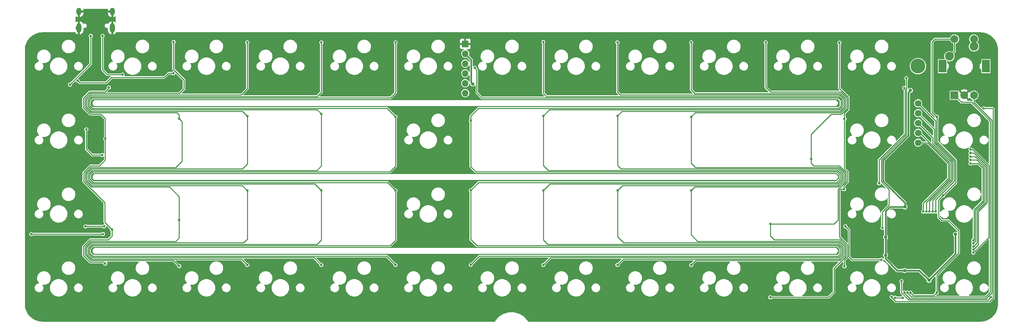
<source format=gtl>
G04 #@! TF.GenerationSoftware,KiCad,Pcbnew,(6.0.1-0)*
G04 #@! TF.CreationDate,2022-06-04T21:55:58-05:00*
G04 #@! TF.ProjectId,pcb,7063622e-6b69-4636-9164-5f7063625858,rev?*
G04 #@! TF.SameCoordinates,Original*
G04 #@! TF.FileFunction,Copper,L1,Top*
G04 #@! TF.FilePolarity,Positive*
%FSLAX46Y46*%
G04 Gerber Fmt 4.6, Leading zero omitted, Abs format (unit mm)*
G04 Created by KiCad (PCBNEW (6.0.1-0)) date 2022-06-04 21:55:58*
%MOMM*%
%LPD*%
G01*
G04 APERTURE LIST*
G04 #@! TA.AperFunction,ComponentPad*
%ADD10R,2.000000X2.000000*%
G04 #@! TD*
G04 #@! TA.AperFunction,ComponentPad*
%ADD11C,2.000000*%
G04 #@! TD*
G04 #@! TA.AperFunction,ComponentPad*
%ADD12R,2.000000X3.200000*%
G04 #@! TD*
G04 #@! TA.AperFunction,ComponentPad*
%ADD13C,3.800000*%
G04 #@! TD*
G04 #@! TA.AperFunction,ComponentPad*
%ADD14C,2.250000*%
G04 #@! TD*
G04 #@! TA.AperFunction,ComponentPad*
%ADD15O,1.700000X1.700000*%
G04 #@! TD*
G04 #@! TA.AperFunction,ComponentPad*
%ADD16R,1.700000X1.700000*%
G04 #@! TD*
G04 #@! TA.AperFunction,SMDPad,CuDef*
%ADD17O,1.300000X2.400000*%
G04 #@! TD*
G04 #@! TA.AperFunction,ComponentPad*
%ADD18O,1.300000X2.400000*%
G04 #@! TD*
G04 #@! TA.AperFunction,ComponentPad*
%ADD19O,1.300000X1.900000*%
G04 #@! TD*
G04 #@! TA.AperFunction,ComponentPad*
%ADD20C,1.700000*%
G04 #@! TD*
G04 #@! TA.AperFunction,ViaPad*
%ADD21C,0.650000*%
G04 #@! TD*
G04 #@! TA.AperFunction,ViaPad*
%ADD22C,0.900000*%
G04 #@! TD*
G04 #@! TA.AperFunction,Conductor*
%ADD23C,0.250000*%
G04 #@! TD*
G04 #@! TA.AperFunction,Conductor*
%ADD24C,0.400000*%
G04 #@! TD*
G04 APERTURE END LIST*
D10*
X317752725Y-60693950D03*
D11*
X322752725Y-60693950D03*
X320252725Y-60693950D03*
D12*
X314652725Y-53193950D03*
X325852725Y-53193950D03*
D11*
X322752725Y-46193950D03*
X317752725Y-46193950D03*
D13*
X308346661Y-53193950D03*
D14*
X316442725Y-50653950D03*
X322792725Y-48113950D03*
D15*
X191665313Y-60143950D03*
X191665313Y-49983950D03*
X191665313Y-55063950D03*
X191665313Y-57603950D03*
X191665313Y-52523950D03*
D16*
X191665313Y-47443950D03*
D17*
X92115217Y-43316450D03*
D18*
X100715217Y-43316450D03*
D19*
X100715217Y-39116450D03*
X92115217Y-39116450D03*
D18*
X92115217Y-43316450D03*
D20*
X308390225Y-67843950D03*
X308390225Y-70383950D03*
X308390225Y-72923950D03*
X308390225Y-65303950D03*
X308390225Y-62763950D03*
D21*
X98890225Y-71893950D03*
X116449994Y-55034181D03*
X91735725Y-56893950D03*
X98590225Y-94493950D03*
X93790225Y-94493950D03*
D22*
X299990225Y-97293950D03*
X193590225Y-57793950D03*
X306390225Y-59443950D03*
X317990225Y-96543950D03*
X304990225Y-89493950D03*
X299990225Y-101893950D03*
X304890225Y-105893950D03*
X311190225Y-108393950D03*
D21*
X305352525Y-56306250D03*
X299190225Y-94893950D03*
X93990225Y-69493950D03*
X325290225Y-64093950D03*
X301540225Y-112693950D03*
X98090225Y-76093950D03*
X289640225Y-94493950D03*
X304090225Y-108643950D03*
X327090225Y-112793950D03*
X298940225Y-103093950D03*
X98275725Y-96493950D03*
X79805225Y-96508950D03*
X100590225Y-95293950D03*
X99790225Y-58693950D03*
X98890225Y-104093950D03*
X117940225Y-104743950D03*
X117905225Y-66741650D03*
X117940225Y-92843950D03*
X116490625Y-46956250D03*
X135490625Y-47056250D03*
X135490625Y-85256250D03*
X135490625Y-104456250D03*
X135490625Y-66094350D03*
X154590625Y-104456250D03*
X154590625Y-47056250D03*
X154590625Y-85256250D03*
X154590625Y-65493550D03*
X173690625Y-66244350D03*
X173690625Y-85256250D03*
X173690625Y-104456250D03*
X173690625Y-47056250D03*
X322590225Y-98093950D03*
X193099994Y-67203719D03*
X193090225Y-85193950D03*
X194090225Y-53593950D03*
X321890225Y-78293950D03*
X193090225Y-104393950D03*
X211790625Y-104456250D03*
X211790625Y-85256250D03*
X211790625Y-65994350D03*
X211790625Y-46956250D03*
X321890225Y-77393950D03*
X322590225Y-98893950D03*
X230890625Y-85256250D03*
X230890625Y-47056250D03*
X322590225Y-99693950D03*
X230890625Y-65994350D03*
X230890625Y-104456250D03*
X321890225Y-76493950D03*
X321890225Y-75593950D03*
X249890625Y-104456250D03*
X249890625Y-47056250D03*
X249890625Y-85256250D03*
X249890625Y-66243550D03*
X322590225Y-100493950D03*
X321890225Y-74693950D03*
X269090625Y-47056250D03*
X322590225Y-101273453D03*
X280790225Y-77134930D03*
X270290225Y-112793950D03*
X270290225Y-93893950D03*
X289390225Y-104793950D03*
X289290225Y-84918929D03*
X288090625Y-47156250D03*
X289390225Y-66793950D03*
X304440225Y-112893950D03*
X302390225Y-112893950D03*
X103340225Y-55393950D03*
X98190225Y-45393950D03*
X95146515Y-45410167D03*
X89790225Y-57943950D03*
X304790225Y-58793950D03*
X298290225Y-83393950D03*
X313190225Y-66243950D03*
X314840225Y-86543950D03*
X306410725Y-111593950D03*
X313190225Y-111593950D03*
X293990225Y-100793950D03*
X305631222Y-111593950D03*
X304851719Y-111593950D03*
X309710722Y-90693950D03*
X310490225Y-90693950D03*
X311290225Y-90693950D03*
X312090225Y-90693950D03*
X312890225Y-90693950D03*
D23*
X94410705Y-61936748D02*
X94410705Y-63451152D01*
X94926571Y-65577184D02*
X93272145Y-63922758D01*
X98890225Y-66693950D02*
X98890225Y-71893950D01*
X98890225Y-71893950D02*
X98890225Y-77393950D01*
X91735725Y-56893950D02*
X92335725Y-57493950D01*
X114090225Y-56093950D02*
X115149994Y-55034181D01*
X115149994Y-55034181D02*
X116449994Y-55034181D01*
X92335725Y-57493950D02*
X99090225Y-57493950D01*
X99090225Y-57493950D02*
X100490225Y-56093950D01*
X100490225Y-56093950D02*
X114090225Y-56093950D01*
X98590225Y-94493950D02*
X93790225Y-94493950D01*
D24*
X317990225Y-101593950D02*
X311190225Y-108393950D01*
X299990225Y-90593950D02*
X299990225Y-97293950D01*
X193190225Y-57393950D02*
X193190225Y-51508862D01*
X299990225Y-97293950D02*
X299990225Y-101893950D01*
X299990225Y-101893950D02*
X299990225Y-102893950D01*
X305844745Y-71018940D02*
X299344745Y-77518940D01*
X301090225Y-89493950D02*
X299990225Y-90593950D01*
X304890225Y-105893950D02*
X308690225Y-105893950D01*
X304990225Y-88451162D02*
X304990225Y-89493950D01*
X299344745Y-77518940D02*
X299344745Y-82805682D01*
X193590225Y-57793950D02*
X193190225Y-57393950D01*
X299344745Y-82805682D02*
X304990225Y-88451162D01*
X299990225Y-102893950D02*
X302990225Y-105893950D01*
X301090225Y-89493950D02*
X304990225Y-89493950D01*
X305844745Y-59989430D02*
X305844745Y-71018940D01*
X308690225Y-105893950D02*
X311190225Y-108393950D01*
X317990225Y-96543950D02*
X317990225Y-101593950D01*
X193190225Y-51508862D02*
X191665313Y-49983950D01*
X306390225Y-59443950D02*
X305844745Y-59989430D01*
X302990225Y-105893950D02*
X304890225Y-105893950D01*
D23*
X298890225Y-82993950D02*
X300894745Y-84998470D01*
X298890225Y-77330672D02*
X298890225Y-82993950D01*
X300894745Y-84998470D02*
X300894745Y-89039430D01*
X305390225Y-56343950D02*
X305390225Y-70830672D01*
X299190225Y-90743950D02*
X299190225Y-94893950D01*
X305390225Y-70830672D02*
X298890225Y-77330672D01*
X305352525Y-56306250D02*
X305390225Y-56343950D01*
X300894745Y-89039430D02*
X299190225Y-90743950D01*
X301540225Y-112693950D02*
X301540225Y-112863503D01*
X98090225Y-76093950D02*
X95490225Y-76093950D01*
X302529712Y-113852990D02*
X326850738Y-113852990D01*
X327720866Y-64224591D02*
X327590225Y-64093950D01*
X326850738Y-113852990D02*
X327720866Y-112982862D01*
X301540225Y-112863503D02*
X302529712Y-113852990D01*
X327590225Y-64093950D02*
X325290225Y-64093950D01*
X93990225Y-74593950D02*
X93990225Y-69493950D01*
X327720866Y-112982862D02*
X327720866Y-64224591D01*
X95490225Y-76093950D02*
X93990225Y-74593950D01*
X326369745Y-113473470D02*
X326410705Y-113473470D01*
X305911686Y-113473470D02*
X326369745Y-113473470D01*
X304090225Y-111652009D02*
X305911686Y-113473470D01*
X289640225Y-94493950D02*
X290569745Y-95423470D01*
X290569745Y-95423470D02*
X290569745Y-102373470D01*
X291290225Y-103093950D02*
X298940225Y-103093950D01*
X326410705Y-113473470D02*
X327090225Y-112793950D01*
X290569745Y-102373470D02*
X291290225Y-103093950D01*
X304090225Y-108643950D02*
X304090225Y-111652009D01*
X79820225Y-96493950D02*
X79805225Y-96508950D01*
X98275725Y-96493950D02*
X79820225Y-96493950D01*
X93372145Y-80565142D02*
X93372145Y-82986036D01*
X94902377Y-59834910D02*
X98849265Y-59834910D01*
X97373427Y-78910748D02*
X95026539Y-78910748D01*
X98790225Y-93493950D02*
X100590225Y-95293950D01*
X97773459Y-65577184D02*
X94926571Y-65577184D01*
X98849265Y-59834910D02*
X99790225Y-58893950D01*
X99790225Y-58893950D02*
X99790225Y-58693950D01*
X98890225Y-77393950D02*
X97373427Y-78910748D01*
X98473491Y-103677216D02*
X98890225Y-104093950D01*
X94973491Y-103677216D02*
X98473491Y-103677216D01*
X93272145Y-63922758D02*
X93272145Y-61465142D01*
X98790225Y-88404116D02*
X98790225Y-93493950D01*
X93272145Y-99665142D02*
X93272145Y-101975870D01*
X98890225Y-66693950D02*
X97773459Y-65577184D01*
X93272145Y-101975870D02*
X94973491Y-103677216D01*
X93272145Y-61465142D02*
X94902377Y-59834910D01*
X100590225Y-96993950D02*
X99623411Y-97960764D01*
X99623411Y-97960764D02*
X94976523Y-97960764D01*
X95026539Y-78910748D02*
X93372145Y-80565142D01*
X94976523Y-97960764D02*
X93272145Y-99665142D01*
X93372145Y-82986036D02*
X98790225Y-88404116D01*
X100590225Y-95293950D02*
X100590225Y-96993950D01*
X117905225Y-65808950D02*
X117293939Y-65197664D01*
X117969745Y-60214430D02*
X95059579Y-60214430D01*
X117043891Y-98340284D02*
X95133725Y-98340284D01*
X116490625Y-54056250D02*
X119190625Y-56756250D01*
X115428785Y-84332510D02*
X117940225Y-86843950D01*
X93751665Y-82828834D02*
X95255341Y-84332510D01*
X95133725Y-98340284D02*
X93651665Y-99822344D01*
X95255341Y-84332510D02*
X115428785Y-84332510D01*
X119190625Y-56756250D02*
X119190625Y-58993550D01*
X93651665Y-61622344D02*
X93651665Y-63765556D01*
X93651665Y-101765556D02*
X95183805Y-103297696D01*
X117905225Y-66741650D02*
X117905225Y-65808950D01*
X93651665Y-99822344D02*
X93651665Y-101765556D01*
X117940225Y-97443950D02*
X117043891Y-98340284D01*
X95183805Y-103297696D02*
X116493971Y-103297696D01*
X117940225Y-92843950D02*
X117940225Y-97443950D01*
X95183741Y-79290268D02*
X93751665Y-80722344D01*
X119190625Y-58993550D02*
X117969745Y-60214430D01*
X117940225Y-86843950D02*
X117940225Y-92843950D01*
X95059579Y-60214430D02*
X93651665Y-61622344D01*
X93751665Y-80722344D02*
X93751665Y-82828834D01*
X118660704Y-67923471D02*
X118660704Y-67497129D01*
X118660704Y-67923471D02*
X118660704Y-77723471D01*
X118660704Y-67497129D02*
X117905225Y-66741650D01*
X95083773Y-65197664D02*
X117293939Y-65197664D01*
X116490625Y-46956250D02*
X116490625Y-54056250D01*
X93651665Y-63765556D02*
X95083773Y-65197664D01*
X116493971Y-103297696D02*
X117940225Y-104743950D01*
X117093907Y-79290268D02*
X95183741Y-79290268D01*
X118660704Y-77723471D02*
X117093907Y-79290268D01*
X94031185Y-99979546D02*
X94031185Y-101608354D01*
X133890225Y-60593950D02*
X95216781Y-60593950D01*
X135490625Y-78393550D02*
X134214387Y-79669788D01*
X135490625Y-66094350D02*
X135490625Y-78393550D01*
X135490625Y-47056250D02*
X135490625Y-58993550D01*
X134187365Y-83952990D02*
X135490625Y-85256250D01*
X94031185Y-63608354D02*
X95240975Y-64818144D01*
X94131185Y-82671632D02*
X95412543Y-83952990D01*
X94131185Y-80879546D02*
X94131185Y-82671632D01*
X95240975Y-64818144D02*
X134214419Y-64818144D01*
X134214387Y-79669788D02*
X95340943Y-79669788D01*
X135490625Y-85256250D02*
X135490625Y-97793550D01*
X94031185Y-61779546D02*
X94031185Y-63608354D01*
X133952551Y-102918176D02*
X135490625Y-104456250D01*
X135490625Y-58993550D02*
X133890225Y-60593950D01*
X95340943Y-79669788D02*
X94131185Y-80879546D01*
X95216781Y-60593950D02*
X94031185Y-61779546D01*
X95341007Y-102918176D02*
X133952551Y-102918176D01*
X95290927Y-98719804D02*
X94031185Y-99979546D01*
X94031185Y-101608354D02*
X95341007Y-102918176D01*
X95412543Y-83952990D02*
X134187365Y-83952990D01*
X134214419Y-64818144D02*
X135490625Y-66094350D01*
X135490625Y-97793550D02*
X134564371Y-98719804D01*
X134564371Y-98719804D02*
X95290927Y-98719804D01*
X94410705Y-100136748D02*
X94410705Y-101451152D01*
X95348161Y-60999292D02*
X94410705Y-61936748D01*
X95498209Y-102538656D02*
X152673031Y-102538656D01*
X153484851Y-99099324D02*
X95448129Y-99099324D01*
X154590625Y-78893550D02*
X153434867Y-80049308D01*
X95448129Y-99099324D02*
X94410705Y-100136748D01*
X95398177Y-64438624D02*
X153535699Y-64438624D01*
X94510705Y-82514430D02*
X95569745Y-83573470D01*
X94410705Y-101451152D02*
X95498209Y-102538656D01*
X153535699Y-64438624D02*
X154590625Y-65493550D01*
X153434867Y-80049308D02*
X95498145Y-80049308D01*
X94410705Y-63451152D02*
X95398177Y-64438624D01*
X154590625Y-47056250D02*
X154590625Y-59893550D01*
X95498145Y-80049308D02*
X94510705Y-81036748D01*
X154590625Y-97993550D02*
X153484851Y-99099324D01*
X94510705Y-81036748D02*
X94510705Y-82514430D01*
X153484883Y-60999292D02*
X95348161Y-60999292D01*
X154590625Y-65493550D02*
X154590625Y-78893550D01*
X152907845Y-83573470D02*
X154590625Y-85256250D01*
X154590625Y-85256250D02*
X154590625Y-97993550D01*
X154590625Y-59893550D02*
X153484883Y-60999292D01*
X95569745Y-83573470D02*
X152907845Y-83573470D01*
X152673031Y-102538656D02*
X154590625Y-104456250D01*
X171393511Y-102159136D02*
X173690625Y-104456250D01*
X94890225Y-82293950D02*
X95790225Y-83193950D01*
X94790225Y-62093950D02*
X94790225Y-63293950D01*
X172405363Y-61378812D02*
X95505363Y-61378812D01*
X173690625Y-78993550D02*
X172255347Y-80428828D01*
X173690625Y-98093550D02*
X172305331Y-99478844D01*
X95605331Y-99478844D02*
X94790225Y-100293950D01*
X95655411Y-102159136D02*
X171393511Y-102159136D01*
X172255347Y-80428828D02*
X95655347Y-80428828D01*
X95655347Y-80428828D02*
X94890225Y-81193950D01*
X173690625Y-85256250D02*
X173690625Y-98093550D01*
X173690625Y-47056250D02*
X173690625Y-60093550D01*
X94790225Y-101293950D02*
X95655411Y-102159136D01*
X94890225Y-81193950D02*
X94890225Y-82293950D01*
X95790225Y-83193950D02*
X171628325Y-83193950D01*
X95555379Y-64059104D02*
X171505379Y-64059104D01*
X173690625Y-66244350D02*
X173690625Y-78993550D01*
X94790225Y-100293950D02*
X94790225Y-101293950D01*
X173690625Y-60093550D02*
X172405363Y-61378812D01*
X95505363Y-61378812D02*
X94790225Y-62093950D01*
X171628325Y-83193950D02*
X173690625Y-85256250D01*
X172305331Y-99478844D02*
X95605331Y-99478844D01*
X171505379Y-64059104D02*
X173690625Y-66244350D01*
X94790225Y-63293950D02*
X95555379Y-64059104D01*
X195975087Y-61378812D02*
X287875087Y-61378812D01*
X193090225Y-104393950D02*
X195325039Y-102159136D01*
X288290225Y-101593950D02*
X288290225Y-100093950D01*
X194642893Y-60046618D02*
X194990225Y-60393950D01*
X195090225Y-83193950D02*
X193090225Y-85193950D01*
X288490225Y-63493950D02*
X287925071Y-64059104D01*
X193099994Y-67203719D02*
X193099994Y-79103719D01*
X194642893Y-54146618D02*
X194642893Y-60046618D01*
X193099994Y-79103719D02*
X193190225Y-79193950D01*
X288490225Y-61993950D02*
X288490225Y-63493950D01*
X288290225Y-82293950D02*
X287390225Y-83193950D01*
X288290225Y-81228828D02*
X288290225Y-82293950D01*
X287875087Y-61378812D02*
X288490225Y-61993950D01*
X195090225Y-64059104D02*
X193099994Y-66049335D01*
X323890225Y-78293950D02*
X325064226Y-79467951D01*
X287675119Y-99478844D02*
X194675119Y-99478844D01*
X287490225Y-80428828D02*
X288290225Y-81228828D01*
X194675119Y-99478844D02*
X193090225Y-97893950D01*
X287390225Y-83193950D02*
X195090225Y-83193950D01*
X321890225Y-78293950D02*
X323890225Y-78293950D01*
X193099994Y-66049335D02*
X193099994Y-67203719D01*
X194990225Y-60393950D02*
X195975087Y-61378812D01*
X287925071Y-64059104D02*
X195090225Y-64059104D01*
X322790225Y-90193950D02*
X322790225Y-97893950D01*
X193190225Y-79193950D02*
X194425103Y-80428828D01*
X194425103Y-80428828D02*
X287490225Y-80428828D01*
X193090225Y-97893950D02*
X193090225Y-85193950D01*
X288290225Y-100093950D02*
X287675119Y-99478844D01*
X194090225Y-53593950D02*
X194642893Y-54146618D01*
X325064226Y-79467951D02*
X325064226Y-87919949D01*
X195325039Y-102159136D02*
X287725039Y-102159136D01*
X287725039Y-102159136D02*
X288290225Y-101593950D01*
X322790225Y-97893950D02*
X322590225Y-98093950D01*
X325064226Y-87919949D02*
X322790225Y-90193950D01*
X193090225Y-79093950D02*
X193190225Y-79193950D01*
X288869745Y-63651152D02*
X288082273Y-64438624D01*
X288669745Y-81071626D02*
X288669745Y-82451152D01*
X287882241Y-102538656D02*
X213708219Y-102538656D01*
X323169745Y-90351152D02*
X323169745Y-98333983D01*
X287647427Y-80049308D02*
X288669745Y-81071626D01*
X325443746Y-79310749D02*
X325443746Y-88077151D01*
X212595567Y-60999292D02*
X288032289Y-60999292D01*
X288869745Y-61836748D02*
X288869745Y-63651152D01*
X213473405Y-83573470D02*
X211790625Y-85256250D01*
X321890225Y-77393950D02*
X323526947Y-77393950D01*
X287832321Y-99099324D02*
X288669745Y-99936748D01*
X211790625Y-85256250D02*
X211790625Y-97994350D01*
X325443746Y-88077151D02*
X323169745Y-90351152D01*
X211790625Y-46956250D02*
X211790625Y-60194350D01*
X213708219Y-102538656D02*
X211790625Y-104456250D01*
X322609778Y-98893950D02*
X322590225Y-98893950D01*
X323526947Y-77393950D02*
X325443746Y-79310749D01*
X287547427Y-83573470D02*
X213473405Y-83573470D01*
X288669745Y-82451152D02*
X287547427Y-83573470D01*
X288082273Y-64438624D02*
X213346351Y-64438624D01*
X213045583Y-80049308D02*
X287647427Y-80049308D01*
X211790625Y-78794350D02*
X213045583Y-80049308D01*
X211790625Y-60194350D02*
X212595567Y-60999292D01*
X213346351Y-64438624D02*
X211790625Y-65994350D01*
X323169745Y-98333983D02*
X322609778Y-98893950D01*
X212895599Y-99099324D02*
X287832321Y-99099324D01*
X288032289Y-60999292D02*
X288869745Y-61836748D01*
X288669745Y-99936748D02*
X288669745Y-101751152D01*
X211790625Y-65994350D02*
X211790625Y-78794350D01*
X211790625Y-97994350D02*
X212895599Y-99099324D01*
X288669745Y-101751152D02*
X287882241Y-102538656D01*
X289049265Y-80914424D02*
X289049265Y-82608354D01*
X289049265Y-82608354D02*
X287704629Y-83952990D01*
X232193885Y-83952990D02*
X230890625Y-85256250D01*
X289249265Y-63808354D02*
X288239475Y-64818144D01*
X321890225Y-76493950D02*
X323163669Y-76493950D01*
X325823266Y-79153547D02*
X325823266Y-88234353D01*
X289049265Y-99779546D02*
X289049265Y-101908354D01*
X230890625Y-97194350D02*
X232416079Y-98719804D01*
X230890625Y-47056250D02*
X230890625Y-59894350D01*
X230890625Y-85256250D02*
X230890625Y-97194350D01*
X231766863Y-79669788D02*
X287804629Y-79669788D01*
X323163669Y-76493950D02*
X325823266Y-79153547D01*
X289249265Y-61679546D02*
X289249265Y-63808354D01*
X287989523Y-98719804D02*
X289049265Y-99779546D01*
X287804629Y-79669788D02*
X289049265Y-80914424D01*
X231616047Y-60619772D02*
X288189491Y-60619772D01*
X230890625Y-59894350D02*
X231616047Y-60619772D01*
X230890625Y-78793550D02*
X231766863Y-79669788D01*
X289049265Y-101908354D02*
X288039443Y-102918176D01*
X323549265Y-98754463D02*
X322609778Y-99693950D01*
X232428699Y-102918176D02*
X230890625Y-104456250D01*
X232066831Y-64818144D02*
X230890625Y-65994350D01*
X325823266Y-88234353D02*
X323549265Y-90508354D01*
X287704629Y-83952990D02*
X232193885Y-83952990D01*
X230890625Y-65994350D02*
X230890625Y-78793550D01*
X323549265Y-90508354D02*
X323549265Y-98754463D01*
X288239475Y-64818144D02*
X232066831Y-64818144D01*
X288189491Y-60619772D02*
X289249265Y-61679546D01*
X232416079Y-98719804D02*
X287989523Y-98719804D01*
X322609778Y-99693950D02*
X322590225Y-99693950D01*
X288039443Y-102918176D02*
X232428699Y-102918176D01*
X326202786Y-78996345D02*
X326202786Y-79293950D01*
X287861831Y-84332510D02*
X250814365Y-84332510D01*
X289428785Y-99622344D02*
X289428785Y-102065556D01*
X288146725Y-98340284D02*
X289428785Y-99622344D01*
X250814365Y-84332510D02*
X249890625Y-85256250D01*
X326202786Y-79293950D02*
X326202786Y-88381389D01*
X321890225Y-75593950D02*
X322800391Y-75593950D01*
X287961831Y-79290268D02*
X289428785Y-80757222D01*
X249890625Y-85256250D02*
X249890625Y-96694350D01*
X322609778Y-100493950D02*
X322590225Y-100493950D01*
X249890625Y-66243550D02*
X249890625Y-78194350D01*
X289428785Y-102065556D02*
X288196645Y-103297696D01*
X289428785Y-82765556D02*
X287861831Y-84332510D01*
X251536559Y-98340284D02*
X288146725Y-98340284D01*
X249890625Y-47056250D02*
X249890625Y-59294350D01*
X251049179Y-103297696D02*
X249890625Y-104456250D01*
X289428785Y-80757222D02*
X289428785Y-82765556D01*
X249890625Y-59294350D02*
X250836527Y-60240252D01*
X250986543Y-79290268D02*
X287961831Y-79290268D01*
X323928785Y-90665556D02*
X323928785Y-99174943D01*
X322800391Y-75593950D02*
X326128785Y-78922344D01*
X288196645Y-103297696D02*
X251049179Y-103297696D01*
X326128785Y-78922344D02*
X326202786Y-78996345D01*
X249890625Y-78194350D02*
X250986543Y-79290268D01*
X250836527Y-60240252D02*
X288346693Y-60240252D01*
X249890625Y-96694350D02*
X251536559Y-98340284D01*
X288396677Y-65197664D02*
X250936511Y-65197664D01*
X289628785Y-61522344D02*
X289628785Y-63965556D01*
X250936511Y-65197664D02*
X249890625Y-66243550D01*
X323928785Y-99174943D02*
X322609778Y-100493950D01*
X326128785Y-88465556D02*
X323928785Y-90665556D01*
X326202786Y-88381389D02*
X326190225Y-88393950D01*
X288346693Y-60240252D02*
X289628785Y-61522344D01*
X289628785Y-63965556D02*
X288396677Y-65197664D01*
X286690225Y-105340838D02*
X289808305Y-102222758D01*
X286690225Y-93893950D02*
X270290225Y-93893950D01*
X271357039Y-97960764D02*
X270290225Y-96893950D01*
X287715095Y-85015968D02*
X287715095Y-92869080D01*
X288553879Y-65577184D02*
X285990225Y-65577184D01*
X270357007Y-59860732D02*
X288503895Y-59860732D01*
X269090625Y-58594350D02*
X270357007Y-59860732D01*
X288303927Y-97960764D02*
X271357039Y-97960764D01*
X289808305Y-80600020D02*
X289808305Y-82922758D01*
X280790225Y-78193950D02*
X281507023Y-78910748D01*
X322437113Y-74693950D02*
X321890225Y-74693950D01*
X322590225Y-101273453D02*
X322630275Y-101273453D01*
X285290225Y-112793950D02*
X286690225Y-111393950D01*
X289808305Y-99465142D02*
X288303927Y-97960764D01*
X289808305Y-102222758D02*
X289808305Y-99465142D01*
X280790225Y-70777184D02*
X280790225Y-78193950D01*
X287715095Y-92869080D02*
X286690225Y-93893950D01*
X326582306Y-78839143D02*
X322437113Y-74693950D01*
X288119033Y-78910748D02*
X289808305Y-80600020D01*
X269090625Y-47056250D02*
X269090625Y-58594350D01*
X289808305Y-82922758D02*
X287715095Y-85015968D01*
X285990225Y-65577184D02*
X280790225Y-70777184D01*
X281507023Y-78910748D02*
X288119033Y-78910748D01*
X290008305Y-61365142D02*
X290008305Y-64122758D01*
X290008305Y-64122758D02*
X288553879Y-65577184D01*
X326582306Y-97321422D02*
X326582306Y-78839143D01*
X286690225Y-111393950D02*
X286690225Y-105340838D01*
X288503895Y-59860732D02*
X290008305Y-61365142D01*
X270290225Y-96893950D02*
X270290225Y-93893950D01*
X322630275Y-101273453D02*
X326582306Y-97321422D01*
X270290225Y-112793950D02*
X285290225Y-112793950D01*
X290387825Y-64279960D02*
X290387825Y-61207940D01*
X290190225Y-102377560D02*
X290190225Y-99310340D01*
X290387825Y-61207940D02*
X288090625Y-58910740D01*
X290190225Y-83077560D02*
X290190225Y-80445218D01*
X289390225Y-66793950D02*
X289390225Y-65277560D01*
X289390225Y-79645218D02*
X289390225Y-66793950D01*
X289290225Y-83977560D02*
X290190225Y-83077560D01*
X288094615Y-85173170D02*
X288348856Y-84918929D01*
X289290225Y-84918929D02*
X289290225Y-83977560D01*
X289390225Y-65277560D02*
X290387825Y-64279960D01*
X288348856Y-84918929D02*
X289290225Y-84918929D01*
X288090625Y-58910740D02*
X288090625Y-47156250D01*
X304440225Y-112893950D02*
X302390225Y-112893950D01*
X290190225Y-80445218D02*
X289390225Y-79645218D01*
X289390225Y-103177560D02*
X290190225Y-102377560D01*
X289390225Y-104793950D02*
X289390225Y-103177560D01*
X288094615Y-97214730D02*
X288094615Y-85173170D01*
X290190225Y-99310340D02*
X288094615Y-97214730D01*
X98190225Y-45393950D02*
X98190225Y-54143950D01*
X99440225Y-55393950D02*
X103340225Y-55393950D01*
X98190225Y-54143950D02*
X99440225Y-55393950D01*
X95146515Y-52587660D02*
X95146515Y-45410167D01*
X89790225Y-57943950D02*
X95146515Y-52587660D01*
X305010705Y-59014430D02*
X304790225Y-58793950D01*
X298290225Y-77393950D02*
X305010705Y-70673470D01*
X298290225Y-83393950D02*
X298290225Y-77393950D01*
X305010705Y-70673470D02*
X305010705Y-59014430D01*
X313190225Y-111593950D02*
X313190225Y-107036738D01*
X313269745Y-66323470D02*
X313190225Y-66243950D01*
X318790225Y-101436738D02*
X318790225Y-100693950D01*
X311940225Y-46959775D02*
X312706050Y-46193950D01*
X317752725Y-49343950D02*
X316442725Y-50653950D01*
X318790225Y-95593950D02*
X316190225Y-92993950D01*
X318087825Y-77507940D02*
X313269745Y-72689860D01*
X317752725Y-46193950D02*
X317752725Y-49343950D01*
X314840225Y-86543950D02*
X318087825Y-83296350D01*
X312451044Y-112333131D02*
X313190225Y-111593950D01*
X313669728Y-92173453D02*
X313669728Y-87714447D01*
X318087825Y-83296350D02*
X318087825Y-77507940D01*
X313190225Y-107036738D02*
X318790225Y-101436738D01*
X313269745Y-72689860D02*
X313269745Y-66323470D01*
X314490225Y-92993950D02*
X313669728Y-92173453D01*
X313669728Y-87714447D02*
X314840225Y-86543950D01*
X307149906Y-112333131D02*
X312451044Y-112333131D01*
X317752725Y-46193950D02*
X312706050Y-46193950D01*
X313190225Y-66243950D02*
X311940225Y-64993950D01*
X311940225Y-64993950D02*
X311940225Y-46959775D01*
X318790225Y-100693950D02*
X318790225Y-95593950D01*
X316190225Y-92993950D02*
X314490225Y-92993950D01*
X306410725Y-111593950D02*
X307149906Y-112333131D01*
X317752725Y-60693950D02*
X319552725Y-62493950D01*
X305631222Y-111634000D02*
X305631222Y-111593950D01*
X319552725Y-62493950D02*
X322190225Y-62493950D01*
X326961826Y-67265551D02*
X326961826Y-111522349D01*
X325771524Y-112712651D02*
X306709873Y-112712651D01*
X306709873Y-112712651D02*
X305631222Y-111634000D01*
X326961826Y-111522349D02*
X325771524Y-112712651D01*
X322190225Y-62493950D02*
X326961826Y-67265551D01*
X327341346Y-111679551D02*
X325926947Y-113093950D01*
X327341346Y-67108349D02*
X327341346Y-111679551D01*
X325926947Y-113093950D02*
X306190225Y-113093950D01*
X306190225Y-113093950D02*
X304851719Y-111755444D01*
X304851719Y-111755444D02*
X304851719Y-111593950D01*
X322752725Y-62519728D02*
X327341346Y-67108349D01*
X322752725Y-60693950D02*
X322752725Y-62519728D01*
X316190225Y-78293950D02*
X310820225Y-72923950D01*
X309710722Y-88563287D02*
X316190225Y-82083784D01*
X309710722Y-90693950D02*
X309710722Y-88563287D01*
X310820225Y-72923950D02*
X308390225Y-72923950D01*
X316190225Y-82083784D02*
X316190225Y-78293950D01*
X316569745Y-78136748D02*
X308816947Y-70383950D01*
X316569745Y-82240986D02*
X316569745Y-78136748D01*
X308816947Y-70383950D02*
X308390225Y-70383950D01*
X310490225Y-90693950D02*
X310490225Y-88320506D01*
X310490225Y-88320506D02*
X316569745Y-82240986D01*
X316949265Y-77979546D02*
X312131185Y-73161466D01*
X311290225Y-90693950D02*
X311290225Y-88057228D01*
X312131185Y-71584910D02*
X308390225Y-67843950D01*
X311290225Y-88057228D02*
X316949265Y-82398188D01*
X316949265Y-82398188D02*
X316949265Y-77979546D01*
X312131185Y-73161466D02*
X312131185Y-71584910D01*
X312510705Y-73004264D02*
X312510705Y-69424430D01*
X317328785Y-77822344D02*
X312510705Y-73004264D01*
X312510705Y-69424430D02*
X308390225Y-65303950D01*
X312090225Y-87793950D02*
X317328785Y-82555390D01*
X312090225Y-90693950D02*
X312090225Y-87793950D01*
X317328785Y-82555390D02*
X317328785Y-77822344D01*
X312890225Y-87593950D02*
X312890225Y-90693950D01*
X317708305Y-82775870D02*
X312890225Y-87593950D01*
X312890225Y-72847062D02*
X317708305Y-77665142D01*
X312890225Y-67263950D02*
X312890225Y-72847062D01*
X317708305Y-77665142D02*
X317708305Y-82775870D01*
X308390225Y-62763950D02*
X312890225Y-67263950D01*
G04 #@! TA.AperFunction,Conductor*
G36*
X99494815Y-38410135D02*
G01*
X99552917Y-38429314D01*
X99588649Y-38478982D01*
X99588899Y-38538493D01*
X99579015Y-38570322D01*
X99577135Y-38579168D01*
X99557559Y-38744574D01*
X99557217Y-38750370D01*
X99557217Y-38846770D01*
X99561339Y-38859455D01*
X99565460Y-38862450D01*
X100870217Y-38862450D01*
X100928408Y-38881357D01*
X100964372Y-38930857D01*
X100969217Y-38961450D01*
X100969217Y-40532179D01*
X100973339Y-40544864D01*
X100973943Y-40545303D01*
X100981091Y-40545819D01*
X101011741Y-40540552D01*
X101020468Y-40538214D01*
X101211626Y-40467692D01*
X101219788Y-40463799D01*
X101394881Y-40359629D01*
X101402206Y-40354308D01*
X101408776Y-40348546D01*
X101464993Y-40324394D01*
X101524670Y-40337899D01*
X101565011Y-40383901D01*
X101573050Y-40422979D01*
X101573050Y-41758847D01*
X101554143Y-41817038D01*
X101504643Y-41853002D01*
X101443457Y-41853002D01*
X101421222Y-41842574D01*
X101247027Y-41732665D01*
X101238974Y-41728562D01*
X101049728Y-41653061D01*
X101041070Y-41650496D01*
X100984596Y-41639262D01*
X100971351Y-41640830D01*
X100971316Y-41640862D01*
X100969217Y-41648906D01*
X100969217Y-44982179D01*
X100973339Y-44994864D01*
X100973943Y-44995303D01*
X100981091Y-44995819D01*
X101011741Y-44990552D01*
X101020468Y-44988214D01*
X101211626Y-44917692D01*
X101219788Y-44913799D01*
X101394881Y-44809629D01*
X101402206Y-44804308D01*
X101555385Y-44669974D01*
X101561611Y-44663413D01*
X101687746Y-44503411D01*
X101692671Y-44495828D01*
X101765675Y-44357071D01*
X101809503Y-44314376D01*
X101870055Y-44305597D01*
X101916095Y-44326641D01*
X101924374Y-44333435D01*
X101928662Y-44335727D01*
X101972368Y-44359088D01*
X102062538Y-44407285D01*
X102067192Y-44408697D01*
X102067195Y-44408698D01*
X102207798Y-44451350D01*
X102207802Y-44451351D01*
X102212454Y-44452762D01*
X102217297Y-44453239D01*
X102351013Y-44466409D01*
X102360153Y-44467912D01*
X102362185Y-44468146D01*
X102367647Y-44469412D01*
X102368363Y-44469413D01*
X102374943Y-44467912D01*
X102380042Y-44466749D01*
X102402059Y-44464270D01*
X212963238Y-44464263D01*
X324386152Y-44464255D01*
X324408339Y-44466773D01*
X324419754Y-44469398D01*
X324430628Y-44466938D01*
X324437635Y-44466950D01*
X324452103Y-44465652D01*
X324471662Y-44466506D01*
X324813444Y-44481429D01*
X324822048Y-44482182D01*
X325208099Y-44533006D01*
X325216605Y-44534506D01*
X325596753Y-44618783D01*
X325605095Y-44621018D01*
X325976462Y-44738110D01*
X325984577Y-44741064D01*
X326344314Y-44890071D01*
X326352142Y-44893721D01*
X326398190Y-44917692D01*
X326697534Y-45073521D01*
X326704995Y-45077828D01*
X327033429Y-45287064D01*
X327040481Y-45292002D01*
X327349409Y-45529050D01*
X327356009Y-45534589D01*
X327643111Y-45797668D01*
X327649203Y-45803760D01*
X327912282Y-46090862D01*
X327917821Y-46097462D01*
X328154869Y-46406390D01*
X328159807Y-46413442D01*
X328369043Y-46741876D01*
X328373350Y-46749337D01*
X328490297Y-46973989D01*
X328553150Y-47094729D01*
X328556800Y-47102557D01*
X328705807Y-47462294D01*
X328708761Y-47470409D01*
X328825853Y-47841776D01*
X328828088Y-47850118D01*
X328912365Y-48230266D01*
X328913865Y-48238772D01*
X328964689Y-48624823D01*
X328965442Y-48633427D01*
X328981196Y-48994247D01*
X328979986Y-49007486D01*
X328979972Y-49015535D01*
X328977473Y-49026401D01*
X328979933Y-49037273D01*
X328979933Y-49037275D01*
X328980175Y-49038342D01*
X328982616Y-49060191D01*
X328982616Y-114477229D01*
X328980098Y-114499416D01*
X328977473Y-114510831D01*
X328979933Y-114521705D01*
X328979921Y-114528712D01*
X328981219Y-114543180D01*
X328965442Y-114904521D01*
X328964689Y-114913125D01*
X328913865Y-115299176D01*
X328912365Y-115307682D01*
X328828088Y-115687830D01*
X328825853Y-115696172D01*
X328708761Y-116067539D01*
X328705807Y-116075654D01*
X328556800Y-116435391D01*
X328553150Y-116443219D01*
X328373350Y-116788611D01*
X328369043Y-116796072D01*
X328159807Y-117124506D01*
X328154869Y-117131558D01*
X327917821Y-117440486D01*
X327912282Y-117447086D01*
X327649203Y-117734188D01*
X327643111Y-117740280D01*
X327356009Y-118003359D01*
X327349409Y-118008898D01*
X327040481Y-118245946D01*
X327033429Y-118250884D01*
X326704995Y-118460120D01*
X326697534Y-118464427D01*
X326475315Y-118580107D01*
X326352142Y-118644227D01*
X326344314Y-118647877D01*
X325984577Y-118796884D01*
X325976462Y-118799838D01*
X325605095Y-118916930D01*
X325596753Y-118919165D01*
X325216605Y-119003442D01*
X325208099Y-119004942D01*
X324822048Y-119055766D01*
X324813444Y-119056519D01*
X324452624Y-119072273D01*
X324439385Y-119071063D01*
X324431336Y-119071049D01*
X324420470Y-119068550D01*
X324409598Y-119071010D01*
X324409596Y-119071010D01*
X324408529Y-119071252D01*
X324386680Y-119073693D01*
X207908942Y-119073693D01*
X207850751Y-119054786D01*
X207825127Y-119027382D01*
X207811021Y-119004942D01*
X207692230Y-118815976D01*
X207439089Y-118479748D01*
X207379812Y-118413441D01*
X207159983Y-118167540D01*
X207159978Y-118167535D01*
X207158588Y-118165980D01*
X206852714Y-117876894D01*
X206523628Y-117614533D01*
X206337106Y-117489937D01*
X206175404Y-117381920D01*
X206175393Y-117381913D01*
X206173659Y-117380755D01*
X205805284Y-117177212D01*
X205421107Y-117005345D01*
X205023846Y-116866369D01*
X204616312Y-116761268D01*
X204614258Y-116760919D01*
X204203438Y-116691132D01*
X204203429Y-116691131D01*
X204201387Y-116690784D01*
X204199315Y-116690609D01*
X204199313Y-116690609D01*
X204089626Y-116681359D01*
X203782007Y-116655418D01*
X203361139Y-116655418D01*
X203053520Y-116681359D01*
X202943833Y-116690609D01*
X202943831Y-116690609D01*
X202941759Y-116690784D01*
X202939717Y-116691131D01*
X202939708Y-116691132D01*
X202528888Y-116760919D01*
X202526834Y-116761268D01*
X202119300Y-116866369D01*
X201722039Y-117005345D01*
X201337862Y-117177212D01*
X200969487Y-117380755D01*
X200967753Y-117381913D01*
X200967742Y-117381920D01*
X200806040Y-117489937D01*
X200619518Y-117614533D01*
X200290432Y-117876894D01*
X199984558Y-118165980D01*
X199983168Y-118167535D01*
X199983163Y-118167540D01*
X199763334Y-118413441D01*
X199704057Y-118479748D01*
X199450916Y-118815976D01*
X199332126Y-119004942D01*
X199318019Y-119027382D01*
X199271042Y-119066584D01*
X199234204Y-119073693D01*
X82756994Y-119073693D01*
X82734807Y-119071175D01*
X82723392Y-119068550D01*
X82712518Y-119071010D01*
X82705511Y-119070998D01*
X82691043Y-119072296D01*
X82665369Y-119071175D01*
X82329702Y-119056519D01*
X82321098Y-119055766D01*
X81935047Y-119004942D01*
X81926541Y-119003442D01*
X81546393Y-118919165D01*
X81538051Y-118916930D01*
X81166684Y-118799838D01*
X81158569Y-118796884D01*
X80798832Y-118647877D01*
X80791004Y-118644227D01*
X80667831Y-118580107D01*
X80445612Y-118464427D01*
X80438151Y-118460120D01*
X80109717Y-118250884D01*
X80102665Y-118245946D01*
X79793737Y-118008898D01*
X79787137Y-118003359D01*
X79500035Y-117740280D01*
X79493943Y-117734188D01*
X79230864Y-117447086D01*
X79225325Y-117440486D01*
X78988277Y-117131558D01*
X78983339Y-117124506D01*
X78774103Y-116796072D01*
X78769796Y-116788611D01*
X78589996Y-116443219D01*
X78586346Y-116435391D01*
X78437339Y-116075654D01*
X78434385Y-116067539D01*
X78317293Y-115696172D01*
X78315058Y-115687830D01*
X78230781Y-115307682D01*
X78229281Y-115299176D01*
X78178457Y-114913125D01*
X78177704Y-114904522D01*
X78161961Y-114543965D01*
X78163900Y-114522958D01*
X78163764Y-114522942D01*
X78164406Y-114517367D01*
X78165672Y-114511905D01*
X78165673Y-114511189D01*
X78163009Y-114499510D01*
X78160530Y-114477493D01*
X78160530Y-110288719D01*
X80680955Y-110288719D01*
X80690884Y-110503256D01*
X80703609Y-110556056D01*
X80736267Y-110691562D01*
X80741203Y-110712044D01*
X80830094Y-110907550D01*
X80954351Y-111082720D01*
X81109490Y-111231234D01*
X81289914Y-111347732D01*
X81294275Y-111349490D01*
X81294276Y-111349490D01*
X81484749Y-111426253D01*
X81484752Y-111426254D01*
X81489112Y-111428011D01*
X81493725Y-111428912D01*
X81493729Y-111428913D01*
X81696401Y-111468492D01*
X81696408Y-111468493D01*
X81699896Y-111469174D01*
X81705539Y-111469450D01*
X81863889Y-111469450D01*
X81961924Y-111460097D01*
X82019327Y-111454620D01*
X82019330Y-111454620D01*
X82024020Y-111454172D01*
X82230101Y-111393715D01*
X82421032Y-111295379D01*
X82577721Y-111172298D01*
X82586220Y-111165622D01*
X82586221Y-111165621D01*
X82589923Y-111162713D01*
X82593008Y-111159158D01*
X82593011Y-111159155D01*
X82727591Y-111004064D01*
X82727592Y-111004063D01*
X82730680Y-111000504D01*
X82741149Y-110982409D01*
X82835868Y-110818681D01*
X82838226Y-110814605D01*
X82908678Y-110611724D01*
X82939495Y-110399181D01*
X82939119Y-110391058D01*
X84641295Y-110391058D01*
X84667281Y-110688080D01*
X84673659Y-110716613D01*
X84717198Y-110911393D01*
X84732322Y-110979055D01*
X84835275Y-111258873D01*
X84875376Y-111334931D01*
X84972803Y-111519719D01*
X84972807Y-111519726D01*
X84974331Y-111522616D01*
X85147047Y-111765651D01*
X85350389Y-111983709D01*
X85352925Y-111985792D01*
X85352926Y-111985793D01*
X85578245Y-112170873D01*
X85578250Y-112170877D01*
X85580784Y-112172958D01*
X85687101Y-112238877D01*
X85760503Y-112284388D01*
X85834185Y-112330073D01*
X85837182Y-112331420D01*
X85837186Y-112331422D01*
X85989875Y-112400043D01*
X86106139Y-112452294D01*
X86391869Y-112537473D01*
X86395110Y-112537986D01*
X86395113Y-112537987D01*
X86468076Y-112549543D01*
X86686354Y-112584115D01*
X86757114Y-112587328D01*
X86778509Y-112588300D01*
X86778515Y-112588300D01*
X86779613Y-112588350D01*
X86965850Y-112588350D01*
X87187726Y-112573613D01*
X87379566Y-112534931D01*
X87476772Y-112515331D01*
X87476777Y-112515330D01*
X87479999Y-112514680D01*
X87614261Y-112468450D01*
X87758799Y-112418682D01*
X87758805Y-112418679D01*
X87761911Y-112417610D01*
X87810927Y-112393065D01*
X87894797Y-112351066D01*
X88028509Y-112284108D01*
X88275108Y-112116520D01*
X88289736Y-112103441D01*
X88494926Y-111919980D01*
X88494929Y-111919976D01*
X88497376Y-111917789D01*
X88543380Y-111864116D01*
X88652222Y-111737127D01*
X88691409Y-111691407D01*
X88853796Y-111441353D01*
X88858654Y-111431124D01*
X88980279Y-111174981D01*
X88981686Y-111172018D01*
X89072831Y-110888135D01*
X89123402Y-110607067D01*
X89125046Y-110597932D01*
X89125046Y-110597930D01*
X89125629Y-110594691D01*
X89139155Y-110296842D01*
X89138444Y-110288719D01*
X90840955Y-110288719D01*
X90850884Y-110503256D01*
X90863609Y-110556056D01*
X90896267Y-110691562D01*
X90901203Y-110712044D01*
X90990094Y-110907550D01*
X91114351Y-111082720D01*
X91269490Y-111231234D01*
X91449914Y-111347732D01*
X91454275Y-111349490D01*
X91454276Y-111349490D01*
X91644749Y-111426253D01*
X91644752Y-111426254D01*
X91649112Y-111428011D01*
X91653725Y-111428912D01*
X91653729Y-111428913D01*
X91856401Y-111468492D01*
X91856408Y-111468493D01*
X91859896Y-111469174D01*
X91865539Y-111469450D01*
X92023889Y-111469450D01*
X92121924Y-111460097D01*
X92179327Y-111454620D01*
X92179330Y-111454620D01*
X92184020Y-111454172D01*
X92390101Y-111393715D01*
X92581032Y-111295379D01*
X92737721Y-111172298D01*
X92746220Y-111165622D01*
X92746221Y-111165621D01*
X92749923Y-111162713D01*
X92753008Y-111159158D01*
X92753011Y-111159155D01*
X92887591Y-111004064D01*
X92887592Y-111004063D01*
X92890680Y-111000504D01*
X92901149Y-110982409D01*
X92995868Y-110818681D01*
X92998226Y-110814605D01*
X93068678Y-110611724D01*
X93099495Y-110399181D01*
X93094383Y-110288719D01*
X99730955Y-110288719D01*
X99740884Y-110503256D01*
X99753609Y-110556056D01*
X99786267Y-110691562D01*
X99791203Y-110712044D01*
X99880094Y-110907550D01*
X100004351Y-111082720D01*
X100159490Y-111231234D01*
X100339914Y-111347732D01*
X100344275Y-111349490D01*
X100344276Y-111349490D01*
X100534749Y-111426253D01*
X100534752Y-111426254D01*
X100539112Y-111428011D01*
X100543725Y-111428912D01*
X100543729Y-111428913D01*
X100746401Y-111468492D01*
X100746408Y-111468493D01*
X100749896Y-111469174D01*
X100755539Y-111469450D01*
X100913889Y-111469450D01*
X101011924Y-111460097D01*
X101069327Y-111454620D01*
X101069330Y-111454620D01*
X101074020Y-111454172D01*
X101280101Y-111393715D01*
X101471032Y-111295379D01*
X101627721Y-111172298D01*
X101636220Y-111165622D01*
X101636221Y-111165621D01*
X101639923Y-111162713D01*
X101643008Y-111159158D01*
X101643011Y-111159155D01*
X101777591Y-111004064D01*
X101777592Y-111004063D01*
X101780680Y-111000504D01*
X101791149Y-110982409D01*
X101885868Y-110818681D01*
X101888226Y-110814605D01*
X101958678Y-110611724D01*
X101989495Y-110399181D01*
X101989119Y-110391058D01*
X103691295Y-110391058D01*
X103717281Y-110688080D01*
X103723659Y-110716613D01*
X103767198Y-110911393D01*
X103782322Y-110979055D01*
X103885275Y-111258873D01*
X103925376Y-111334931D01*
X104022803Y-111519719D01*
X104022807Y-111519726D01*
X104024331Y-111522616D01*
X104197047Y-111765651D01*
X104400389Y-111983709D01*
X104402925Y-111985792D01*
X104402926Y-111985793D01*
X104628245Y-112170873D01*
X104628250Y-112170877D01*
X104630784Y-112172958D01*
X104737101Y-112238877D01*
X104810503Y-112284388D01*
X104884185Y-112330073D01*
X104887182Y-112331420D01*
X104887186Y-112331422D01*
X105039875Y-112400043D01*
X105156139Y-112452294D01*
X105441869Y-112537473D01*
X105445110Y-112537986D01*
X105445113Y-112537987D01*
X105518076Y-112549543D01*
X105736354Y-112584115D01*
X105807114Y-112587328D01*
X105828509Y-112588300D01*
X105828515Y-112588300D01*
X105829613Y-112588350D01*
X106015850Y-112588350D01*
X106237726Y-112573613D01*
X106429566Y-112534931D01*
X106526772Y-112515331D01*
X106526777Y-112515330D01*
X106529999Y-112514680D01*
X106664261Y-112468450D01*
X106808799Y-112418682D01*
X106808805Y-112418679D01*
X106811911Y-112417610D01*
X106860927Y-112393065D01*
X106944797Y-112351066D01*
X107078509Y-112284108D01*
X107325108Y-112116520D01*
X107339736Y-112103441D01*
X107544926Y-111919980D01*
X107544929Y-111919976D01*
X107547376Y-111917789D01*
X107593380Y-111864116D01*
X107702222Y-111737127D01*
X107741409Y-111691407D01*
X107903796Y-111441353D01*
X107908654Y-111431124D01*
X108030279Y-111174981D01*
X108031686Y-111172018D01*
X108122831Y-110888135D01*
X108173402Y-110607067D01*
X108175046Y-110597932D01*
X108175046Y-110597930D01*
X108175629Y-110594691D01*
X108189155Y-110296842D01*
X108188444Y-110288719D01*
X109890955Y-110288719D01*
X109900884Y-110503256D01*
X109913609Y-110556056D01*
X109946267Y-110691562D01*
X109951203Y-110712044D01*
X110040094Y-110907550D01*
X110164351Y-111082720D01*
X110319490Y-111231234D01*
X110499914Y-111347732D01*
X110504275Y-111349490D01*
X110504276Y-111349490D01*
X110694749Y-111426253D01*
X110694752Y-111426254D01*
X110699112Y-111428011D01*
X110703725Y-111428912D01*
X110703729Y-111428913D01*
X110906401Y-111468492D01*
X110906408Y-111468493D01*
X110909896Y-111469174D01*
X110915539Y-111469450D01*
X111073889Y-111469450D01*
X111171924Y-111460097D01*
X111229327Y-111454620D01*
X111229330Y-111454620D01*
X111234020Y-111454172D01*
X111440101Y-111393715D01*
X111631032Y-111295379D01*
X111787721Y-111172298D01*
X111796220Y-111165622D01*
X111796221Y-111165621D01*
X111799923Y-111162713D01*
X111803008Y-111159158D01*
X111803011Y-111159155D01*
X111937591Y-111004064D01*
X111937592Y-111004063D01*
X111940680Y-111000504D01*
X111951149Y-110982409D01*
X112045868Y-110818681D01*
X112048226Y-110814605D01*
X112118678Y-110611724D01*
X112149495Y-110399181D01*
X112144383Y-110288719D01*
X118780955Y-110288719D01*
X118790884Y-110503256D01*
X118803609Y-110556056D01*
X118836267Y-110691562D01*
X118841203Y-110712044D01*
X118930094Y-110907550D01*
X119054351Y-111082720D01*
X119209490Y-111231234D01*
X119389914Y-111347732D01*
X119394275Y-111349490D01*
X119394276Y-111349490D01*
X119584749Y-111426253D01*
X119584752Y-111426254D01*
X119589112Y-111428011D01*
X119593725Y-111428912D01*
X119593729Y-111428913D01*
X119796401Y-111468492D01*
X119796408Y-111468493D01*
X119799896Y-111469174D01*
X119805539Y-111469450D01*
X119963889Y-111469450D01*
X120061924Y-111460097D01*
X120119327Y-111454620D01*
X120119330Y-111454620D01*
X120124020Y-111454172D01*
X120330101Y-111393715D01*
X120521032Y-111295379D01*
X120677721Y-111172298D01*
X120686220Y-111165622D01*
X120686221Y-111165621D01*
X120689923Y-111162713D01*
X120693008Y-111159158D01*
X120693011Y-111159155D01*
X120827591Y-111004064D01*
X120827592Y-111004063D01*
X120830680Y-111000504D01*
X120841149Y-110982409D01*
X120935868Y-110818681D01*
X120938226Y-110814605D01*
X121008678Y-110611724D01*
X121039495Y-110399181D01*
X121039119Y-110391058D01*
X122741295Y-110391058D01*
X122767281Y-110688080D01*
X122773659Y-110716613D01*
X122817198Y-110911393D01*
X122832322Y-110979055D01*
X122935275Y-111258873D01*
X122975376Y-111334931D01*
X123072803Y-111519719D01*
X123072807Y-111519726D01*
X123074331Y-111522616D01*
X123247047Y-111765651D01*
X123450389Y-111983709D01*
X123452925Y-111985792D01*
X123452926Y-111985793D01*
X123678245Y-112170873D01*
X123678250Y-112170877D01*
X123680784Y-112172958D01*
X123787101Y-112238877D01*
X123860503Y-112284388D01*
X123934185Y-112330073D01*
X123937182Y-112331420D01*
X123937186Y-112331422D01*
X124089875Y-112400043D01*
X124206139Y-112452294D01*
X124491869Y-112537473D01*
X124495110Y-112537986D01*
X124495113Y-112537987D01*
X124568076Y-112549543D01*
X124786354Y-112584115D01*
X124857114Y-112587328D01*
X124878509Y-112588300D01*
X124878515Y-112588300D01*
X124879613Y-112588350D01*
X125065850Y-112588350D01*
X125287726Y-112573613D01*
X125479566Y-112534931D01*
X125576772Y-112515331D01*
X125576777Y-112515330D01*
X125579999Y-112514680D01*
X125714261Y-112468450D01*
X125858799Y-112418682D01*
X125858805Y-112418679D01*
X125861911Y-112417610D01*
X125910927Y-112393065D01*
X125994797Y-112351066D01*
X126128509Y-112284108D01*
X126375108Y-112116520D01*
X126389736Y-112103441D01*
X126594926Y-111919980D01*
X126594929Y-111919976D01*
X126597376Y-111917789D01*
X126643380Y-111864116D01*
X126752222Y-111737127D01*
X126791409Y-111691407D01*
X126953796Y-111441353D01*
X126958654Y-111431124D01*
X127080279Y-111174981D01*
X127081686Y-111172018D01*
X127172831Y-110888135D01*
X127223402Y-110607067D01*
X127225046Y-110597932D01*
X127225046Y-110597930D01*
X127225629Y-110594691D01*
X127239155Y-110296842D01*
X127238444Y-110288719D01*
X128940955Y-110288719D01*
X128950884Y-110503256D01*
X128963609Y-110556056D01*
X128996267Y-110691562D01*
X129001203Y-110712044D01*
X129090094Y-110907550D01*
X129214351Y-111082720D01*
X129369490Y-111231234D01*
X129549914Y-111347732D01*
X129554275Y-111349490D01*
X129554276Y-111349490D01*
X129744749Y-111426253D01*
X129744752Y-111426254D01*
X129749112Y-111428011D01*
X129753725Y-111428912D01*
X129753729Y-111428913D01*
X129956401Y-111468492D01*
X129956408Y-111468493D01*
X129959896Y-111469174D01*
X129965539Y-111469450D01*
X130123889Y-111469450D01*
X130221924Y-111460097D01*
X130279327Y-111454620D01*
X130279330Y-111454620D01*
X130284020Y-111454172D01*
X130490101Y-111393715D01*
X130681032Y-111295379D01*
X130837721Y-111172298D01*
X130846220Y-111165622D01*
X130846221Y-111165621D01*
X130849923Y-111162713D01*
X130853008Y-111159158D01*
X130853011Y-111159155D01*
X130987591Y-111004064D01*
X130987592Y-111004063D01*
X130990680Y-111000504D01*
X131001149Y-110982409D01*
X131095868Y-110818681D01*
X131098226Y-110814605D01*
X131168678Y-110611724D01*
X131199495Y-110399181D01*
X131194383Y-110288719D01*
X137830955Y-110288719D01*
X137840884Y-110503256D01*
X137853609Y-110556056D01*
X137886267Y-110691562D01*
X137891203Y-110712044D01*
X137980094Y-110907550D01*
X138104351Y-111082720D01*
X138259490Y-111231234D01*
X138439914Y-111347732D01*
X138444275Y-111349490D01*
X138444276Y-111349490D01*
X138634749Y-111426253D01*
X138634752Y-111426254D01*
X138639112Y-111428011D01*
X138643725Y-111428912D01*
X138643729Y-111428913D01*
X138846401Y-111468492D01*
X138846408Y-111468493D01*
X138849896Y-111469174D01*
X138855539Y-111469450D01*
X139013889Y-111469450D01*
X139111924Y-111460097D01*
X139169327Y-111454620D01*
X139169330Y-111454620D01*
X139174020Y-111454172D01*
X139380101Y-111393715D01*
X139571032Y-111295379D01*
X139727721Y-111172298D01*
X139736220Y-111165622D01*
X139736221Y-111165621D01*
X139739923Y-111162713D01*
X139743008Y-111159158D01*
X139743011Y-111159155D01*
X139877591Y-111004064D01*
X139877592Y-111004063D01*
X139880680Y-111000504D01*
X139891149Y-110982409D01*
X139985868Y-110818681D01*
X139988226Y-110814605D01*
X140058678Y-110611724D01*
X140089495Y-110399181D01*
X140089119Y-110391058D01*
X141791295Y-110391058D01*
X141817281Y-110688080D01*
X141823659Y-110716613D01*
X141867198Y-110911393D01*
X141882322Y-110979055D01*
X141985275Y-111258873D01*
X142025376Y-111334931D01*
X142122803Y-111519719D01*
X142122807Y-111519726D01*
X142124331Y-111522616D01*
X142297047Y-111765651D01*
X142500389Y-111983709D01*
X142502925Y-111985792D01*
X142502926Y-111985793D01*
X142728245Y-112170873D01*
X142728250Y-112170877D01*
X142730784Y-112172958D01*
X142837101Y-112238877D01*
X142910503Y-112284388D01*
X142984185Y-112330073D01*
X142987182Y-112331420D01*
X142987186Y-112331422D01*
X143139875Y-112400043D01*
X143256139Y-112452294D01*
X143541869Y-112537473D01*
X143545110Y-112537986D01*
X143545113Y-112537987D01*
X143618076Y-112549543D01*
X143836354Y-112584115D01*
X143907114Y-112587328D01*
X143928509Y-112588300D01*
X143928515Y-112588300D01*
X143929613Y-112588350D01*
X144115850Y-112588350D01*
X144337726Y-112573613D01*
X144529566Y-112534931D01*
X144626772Y-112515331D01*
X144626777Y-112515330D01*
X144629999Y-112514680D01*
X144764261Y-112468450D01*
X144908799Y-112418682D01*
X144908805Y-112418679D01*
X144911911Y-112417610D01*
X144960927Y-112393065D01*
X145044797Y-112351066D01*
X145178509Y-112284108D01*
X145425108Y-112116520D01*
X145439736Y-112103441D01*
X145644926Y-111919980D01*
X145644929Y-111919976D01*
X145647376Y-111917789D01*
X145693380Y-111864116D01*
X145802222Y-111737127D01*
X145841409Y-111691407D01*
X146003796Y-111441353D01*
X146008654Y-111431124D01*
X146130279Y-111174981D01*
X146131686Y-111172018D01*
X146222831Y-110888135D01*
X146273402Y-110607067D01*
X146275046Y-110597932D01*
X146275046Y-110597930D01*
X146275629Y-110594691D01*
X146289155Y-110296842D01*
X146288444Y-110288719D01*
X147990955Y-110288719D01*
X148000884Y-110503256D01*
X148013609Y-110556056D01*
X148046267Y-110691562D01*
X148051203Y-110712044D01*
X148140094Y-110907550D01*
X148264351Y-111082720D01*
X148419490Y-111231234D01*
X148599914Y-111347732D01*
X148604275Y-111349490D01*
X148604276Y-111349490D01*
X148794749Y-111426253D01*
X148794752Y-111426254D01*
X148799112Y-111428011D01*
X148803725Y-111428912D01*
X148803729Y-111428913D01*
X149006401Y-111468492D01*
X149006408Y-111468493D01*
X149009896Y-111469174D01*
X149015539Y-111469450D01*
X149173889Y-111469450D01*
X149271924Y-111460097D01*
X149329327Y-111454620D01*
X149329330Y-111454620D01*
X149334020Y-111454172D01*
X149540101Y-111393715D01*
X149731032Y-111295379D01*
X149887721Y-111172298D01*
X149896220Y-111165622D01*
X149896221Y-111165621D01*
X149899923Y-111162713D01*
X149903008Y-111159158D01*
X149903011Y-111159155D01*
X150037591Y-111004064D01*
X150037592Y-111004063D01*
X150040680Y-111000504D01*
X150051149Y-110982409D01*
X150145868Y-110818681D01*
X150148226Y-110814605D01*
X150218678Y-110611724D01*
X150249495Y-110399181D01*
X150244383Y-110288719D01*
X156880955Y-110288719D01*
X156890884Y-110503256D01*
X156903609Y-110556056D01*
X156936267Y-110691562D01*
X156941203Y-110712044D01*
X157030094Y-110907550D01*
X157154351Y-111082720D01*
X157309490Y-111231234D01*
X157489914Y-111347732D01*
X157494275Y-111349490D01*
X157494276Y-111349490D01*
X157684749Y-111426253D01*
X157684752Y-111426254D01*
X157689112Y-111428011D01*
X157693725Y-111428912D01*
X157693729Y-111428913D01*
X157896401Y-111468492D01*
X157896408Y-111468493D01*
X157899896Y-111469174D01*
X157905539Y-111469450D01*
X158063889Y-111469450D01*
X158161924Y-111460097D01*
X158219327Y-111454620D01*
X158219330Y-111454620D01*
X158224020Y-111454172D01*
X158430101Y-111393715D01*
X158621032Y-111295379D01*
X158777721Y-111172298D01*
X158786220Y-111165622D01*
X158786221Y-111165621D01*
X158789923Y-111162713D01*
X158793008Y-111159158D01*
X158793011Y-111159155D01*
X158927591Y-111004064D01*
X158927592Y-111004063D01*
X158930680Y-111000504D01*
X158941149Y-110982409D01*
X159035868Y-110818681D01*
X159038226Y-110814605D01*
X159108678Y-110611724D01*
X159139495Y-110399181D01*
X159139119Y-110391058D01*
X160841295Y-110391058D01*
X160867281Y-110688080D01*
X160873659Y-110716613D01*
X160917198Y-110911393D01*
X160932322Y-110979055D01*
X161035275Y-111258873D01*
X161075376Y-111334931D01*
X161172803Y-111519719D01*
X161172807Y-111519726D01*
X161174331Y-111522616D01*
X161347047Y-111765651D01*
X161550389Y-111983709D01*
X161552925Y-111985792D01*
X161552926Y-111985793D01*
X161778245Y-112170873D01*
X161778250Y-112170877D01*
X161780784Y-112172958D01*
X161887101Y-112238877D01*
X161960503Y-112284388D01*
X162034185Y-112330073D01*
X162037182Y-112331420D01*
X162037186Y-112331422D01*
X162189875Y-112400043D01*
X162306139Y-112452294D01*
X162591869Y-112537473D01*
X162595110Y-112537986D01*
X162595113Y-112537987D01*
X162668076Y-112549543D01*
X162886354Y-112584115D01*
X162957114Y-112587328D01*
X162978509Y-112588300D01*
X162978515Y-112588300D01*
X162979613Y-112588350D01*
X163165850Y-112588350D01*
X163387726Y-112573613D01*
X163579566Y-112534931D01*
X163676772Y-112515331D01*
X163676777Y-112515330D01*
X163679999Y-112514680D01*
X163814261Y-112468450D01*
X163958799Y-112418682D01*
X163958805Y-112418679D01*
X163961911Y-112417610D01*
X164010927Y-112393065D01*
X164094797Y-112351066D01*
X164228509Y-112284108D01*
X164475108Y-112116520D01*
X164489736Y-112103441D01*
X164694926Y-111919980D01*
X164694929Y-111919976D01*
X164697376Y-111917789D01*
X164743380Y-111864116D01*
X164852222Y-111737127D01*
X164891409Y-111691407D01*
X165053796Y-111441353D01*
X165058654Y-111431124D01*
X165180279Y-111174981D01*
X165181686Y-111172018D01*
X165272831Y-110888135D01*
X165323402Y-110607067D01*
X165325046Y-110597932D01*
X165325046Y-110597930D01*
X165325629Y-110594691D01*
X165339155Y-110296842D01*
X165338444Y-110288719D01*
X167040955Y-110288719D01*
X167050884Y-110503256D01*
X167063609Y-110556056D01*
X167096267Y-110691562D01*
X167101203Y-110712044D01*
X167190094Y-110907550D01*
X167314351Y-111082720D01*
X167469490Y-111231234D01*
X167649914Y-111347732D01*
X167654275Y-111349490D01*
X167654276Y-111349490D01*
X167844749Y-111426253D01*
X167844752Y-111426254D01*
X167849112Y-111428011D01*
X167853725Y-111428912D01*
X167853729Y-111428913D01*
X168056401Y-111468492D01*
X168056408Y-111468493D01*
X168059896Y-111469174D01*
X168065539Y-111469450D01*
X168223889Y-111469450D01*
X168321924Y-111460097D01*
X168379327Y-111454620D01*
X168379330Y-111454620D01*
X168384020Y-111454172D01*
X168590101Y-111393715D01*
X168781032Y-111295379D01*
X168937721Y-111172298D01*
X168946220Y-111165622D01*
X168946221Y-111165621D01*
X168949923Y-111162713D01*
X168953008Y-111159158D01*
X168953011Y-111159155D01*
X169087591Y-111004064D01*
X169087592Y-111004063D01*
X169090680Y-111000504D01*
X169101149Y-110982409D01*
X169195868Y-110818681D01*
X169198226Y-110814605D01*
X169268678Y-110611724D01*
X169299495Y-110399181D01*
X169294383Y-110288719D01*
X175930955Y-110288719D01*
X175940884Y-110503256D01*
X175953609Y-110556056D01*
X175986267Y-110691562D01*
X175991203Y-110712044D01*
X176080094Y-110907550D01*
X176204351Y-111082720D01*
X176359490Y-111231234D01*
X176539914Y-111347732D01*
X176544275Y-111349490D01*
X176544276Y-111349490D01*
X176734749Y-111426253D01*
X176734752Y-111426254D01*
X176739112Y-111428011D01*
X176743725Y-111428912D01*
X176743729Y-111428913D01*
X176946401Y-111468492D01*
X176946408Y-111468493D01*
X176949896Y-111469174D01*
X176955539Y-111469450D01*
X177113889Y-111469450D01*
X177211924Y-111460097D01*
X177269327Y-111454620D01*
X177269330Y-111454620D01*
X177274020Y-111454172D01*
X177480101Y-111393715D01*
X177671032Y-111295379D01*
X177827721Y-111172298D01*
X177836220Y-111165622D01*
X177836221Y-111165621D01*
X177839923Y-111162713D01*
X177843008Y-111159158D01*
X177843011Y-111159155D01*
X177977591Y-111004064D01*
X177977592Y-111004063D01*
X177980680Y-111000504D01*
X177991149Y-110982409D01*
X178085868Y-110818681D01*
X178088226Y-110814605D01*
X178158678Y-110611724D01*
X178189495Y-110399181D01*
X178189119Y-110391058D01*
X179891295Y-110391058D01*
X179917281Y-110688080D01*
X179923659Y-110716613D01*
X179967198Y-110911393D01*
X179982322Y-110979055D01*
X180085275Y-111258873D01*
X180125376Y-111334931D01*
X180222803Y-111519719D01*
X180222807Y-111519726D01*
X180224331Y-111522616D01*
X180397047Y-111765651D01*
X180600389Y-111983709D01*
X180602925Y-111985792D01*
X180602926Y-111985793D01*
X180828245Y-112170873D01*
X180828250Y-112170877D01*
X180830784Y-112172958D01*
X180937101Y-112238877D01*
X181010503Y-112284388D01*
X181084185Y-112330073D01*
X181087182Y-112331420D01*
X181087186Y-112331422D01*
X181239875Y-112400043D01*
X181356139Y-112452294D01*
X181641869Y-112537473D01*
X181645110Y-112537986D01*
X181645113Y-112537987D01*
X181718076Y-112549543D01*
X181936354Y-112584115D01*
X182007114Y-112587328D01*
X182028509Y-112588300D01*
X182028515Y-112588300D01*
X182029613Y-112588350D01*
X182215850Y-112588350D01*
X182437726Y-112573613D01*
X182629566Y-112534931D01*
X182726772Y-112515331D01*
X182726777Y-112515330D01*
X182729999Y-112514680D01*
X182864261Y-112468450D01*
X183008799Y-112418682D01*
X183008805Y-112418679D01*
X183011911Y-112417610D01*
X183060927Y-112393065D01*
X183144797Y-112351066D01*
X183278509Y-112284108D01*
X183525108Y-112116520D01*
X183539736Y-112103441D01*
X183744926Y-111919980D01*
X183744929Y-111919976D01*
X183747376Y-111917789D01*
X183793380Y-111864116D01*
X183902222Y-111737127D01*
X183941409Y-111691407D01*
X184103796Y-111441353D01*
X184108654Y-111431124D01*
X184230279Y-111174981D01*
X184231686Y-111172018D01*
X184322831Y-110888135D01*
X184373402Y-110607067D01*
X184375046Y-110597932D01*
X184375046Y-110597930D01*
X184375629Y-110594691D01*
X184389155Y-110296842D01*
X184388444Y-110288719D01*
X186090955Y-110288719D01*
X186100884Y-110503256D01*
X186113609Y-110556056D01*
X186146267Y-110691562D01*
X186151203Y-110712044D01*
X186240094Y-110907550D01*
X186364351Y-111082720D01*
X186519490Y-111231234D01*
X186699914Y-111347732D01*
X186704275Y-111349490D01*
X186704276Y-111349490D01*
X186894749Y-111426253D01*
X186894752Y-111426254D01*
X186899112Y-111428011D01*
X186903725Y-111428912D01*
X186903729Y-111428913D01*
X187106401Y-111468492D01*
X187106408Y-111468493D01*
X187109896Y-111469174D01*
X187115539Y-111469450D01*
X187273889Y-111469450D01*
X187371924Y-111460097D01*
X187429327Y-111454620D01*
X187429330Y-111454620D01*
X187434020Y-111454172D01*
X187640101Y-111393715D01*
X187831032Y-111295379D01*
X187987721Y-111172298D01*
X187996220Y-111165622D01*
X187996221Y-111165621D01*
X187999923Y-111162713D01*
X188003008Y-111159158D01*
X188003011Y-111159155D01*
X188137591Y-111004064D01*
X188137592Y-111004063D01*
X188140680Y-111000504D01*
X188151149Y-110982409D01*
X188245868Y-110818681D01*
X188248226Y-110814605D01*
X188318678Y-110611724D01*
X188349495Y-110399181D01*
X188344383Y-110288719D01*
X194980955Y-110288719D01*
X194990884Y-110503256D01*
X195003609Y-110556056D01*
X195036267Y-110691562D01*
X195041203Y-110712044D01*
X195130094Y-110907550D01*
X195254351Y-111082720D01*
X195409490Y-111231234D01*
X195589914Y-111347732D01*
X195594275Y-111349490D01*
X195594276Y-111349490D01*
X195784749Y-111426253D01*
X195784752Y-111426254D01*
X195789112Y-111428011D01*
X195793725Y-111428912D01*
X195793729Y-111428913D01*
X195996401Y-111468492D01*
X195996408Y-111468493D01*
X195999896Y-111469174D01*
X196005539Y-111469450D01*
X196163889Y-111469450D01*
X196261924Y-111460097D01*
X196319327Y-111454620D01*
X196319330Y-111454620D01*
X196324020Y-111454172D01*
X196530101Y-111393715D01*
X196721032Y-111295379D01*
X196877721Y-111172298D01*
X196886220Y-111165622D01*
X196886221Y-111165621D01*
X196889923Y-111162713D01*
X196893008Y-111159158D01*
X196893011Y-111159155D01*
X197027591Y-111004064D01*
X197027592Y-111004063D01*
X197030680Y-111000504D01*
X197041149Y-110982409D01*
X197135868Y-110818681D01*
X197138226Y-110814605D01*
X197208678Y-110611724D01*
X197239495Y-110399181D01*
X197239119Y-110391058D01*
X198941295Y-110391058D01*
X198967281Y-110688080D01*
X198973659Y-110716613D01*
X199017198Y-110911393D01*
X199032322Y-110979055D01*
X199135275Y-111258873D01*
X199175376Y-111334931D01*
X199272803Y-111519719D01*
X199272807Y-111519726D01*
X199274331Y-111522616D01*
X199447047Y-111765651D01*
X199650389Y-111983709D01*
X199652925Y-111985792D01*
X199652926Y-111985793D01*
X199878245Y-112170873D01*
X199878250Y-112170877D01*
X199880784Y-112172958D01*
X199987101Y-112238877D01*
X200060503Y-112284388D01*
X200134185Y-112330073D01*
X200137182Y-112331420D01*
X200137186Y-112331422D01*
X200289875Y-112400043D01*
X200406139Y-112452294D01*
X200691869Y-112537473D01*
X200695110Y-112537986D01*
X200695113Y-112537987D01*
X200768076Y-112549543D01*
X200986354Y-112584115D01*
X201057114Y-112587328D01*
X201078509Y-112588300D01*
X201078515Y-112588300D01*
X201079613Y-112588350D01*
X201265850Y-112588350D01*
X201487726Y-112573613D01*
X201679566Y-112534931D01*
X201776772Y-112515331D01*
X201776777Y-112515330D01*
X201779999Y-112514680D01*
X201914261Y-112468450D01*
X202058799Y-112418682D01*
X202058805Y-112418679D01*
X202061911Y-112417610D01*
X202110927Y-112393065D01*
X202194797Y-112351066D01*
X202328509Y-112284108D01*
X202575108Y-112116520D01*
X202589736Y-112103441D01*
X202794926Y-111919980D01*
X202794929Y-111919976D01*
X202797376Y-111917789D01*
X202843380Y-111864116D01*
X202952222Y-111737127D01*
X202991409Y-111691407D01*
X203153796Y-111441353D01*
X203158654Y-111431124D01*
X203280279Y-111174981D01*
X203281686Y-111172018D01*
X203372831Y-110888135D01*
X203423402Y-110607067D01*
X203425046Y-110597932D01*
X203425046Y-110597930D01*
X203425629Y-110594691D01*
X203439155Y-110296842D01*
X203438444Y-110288719D01*
X205140955Y-110288719D01*
X205150884Y-110503256D01*
X205163609Y-110556056D01*
X205196267Y-110691562D01*
X205201203Y-110712044D01*
X205290094Y-110907550D01*
X205414351Y-111082720D01*
X205569490Y-111231234D01*
X205749914Y-111347732D01*
X205754275Y-111349490D01*
X205754276Y-111349490D01*
X205944749Y-111426253D01*
X205944752Y-111426254D01*
X205949112Y-111428011D01*
X205953725Y-111428912D01*
X205953729Y-111428913D01*
X206156401Y-111468492D01*
X206156408Y-111468493D01*
X206159896Y-111469174D01*
X206165539Y-111469450D01*
X206323889Y-111469450D01*
X206421924Y-111460097D01*
X206479327Y-111454620D01*
X206479330Y-111454620D01*
X206484020Y-111454172D01*
X206690101Y-111393715D01*
X206881032Y-111295379D01*
X207037721Y-111172298D01*
X207046220Y-111165622D01*
X207046221Y-111165621D01*
X207049923Y-111162713D01*
X207053008Y-111159158D01*
X207053011Y-111159155D01*
X207187591Y-111004064D01*
X207187592Y-111004063D01*
X207190680Y-111000504D01*
X207201149Y-110982409D01*
X207295868Y-110818681D01*
X207298226Y-110814605D01*
X207368678Y-110611724D01*
X207399495Y-110399181D01*
X207394383Y-110288719D01*
X214030955Y-110288719D01*
X214040884Y-110503256D01*
X214053609Y-110556056D01*
X214086267Y-110691562D01*
X214091203Y-110712044D01*
X214180094Y-110907550D01*
X214304351Y-111082720D01*
X214459490Y-111231234D01*
X214639914Y-111347732D01*
X214644275Y-111349490D01*
X214644276Y-111349490D01*
X214834749Y-111426253D01*
X214834752Y-111426254D01*
X214839112Y-111428011D01*
X214843725Y-111428912D01*
X214843729Y-111428913D01*
X215046401Y-111468492D01*
X215046408Y-111468493D01*
X215049896Y-111469174D01*
X215055539Y-111469450D01*
X215213889Y-111469450D01*
X215311924Y-111460097D01*
X215369327Y-111454620D01*
X215369330Y-111454620D01*
X215374020Y-111454172D01*
X215580101Y-111393715D01*
X215771032Y-111295379D01*
X215927721Y-111172298D01*
X215936220Y-111165622D01*
X215936221Y-111165621D01*
X215939923Y-111162713D01*
X215943008Y-111159158D01*
X215943011Y-111159155D01*
X216077591Y-111004064D01*
X216077592Y-111004063D01*
X216080680Y-111000504D01*
X216091149Y-110982409D01*
X216185868Y-110818681D01*
X216188226Y-110814605D01*
X216258678Y-110611724D01*
X216289495Y-110399181D01*
X216289119Y-110391058D01*
X217991295Y-110391058D01*
X218017281Y-110688080D01*
X218023659Y-110716613D01*
X218067198Y-110911393D01*
X218082322Y-110979055D01*
X218185275Y-111258873D01*
X218225376Y-111334931D01*
X218322803Y-111519719D01*
X218322807Y-111519726D01*
X218324331Y-111522616D01*
X218497047Y-111765651D01*
X218700389Y-111983709D01*
X218702925Y-111985792D01*
X218702926Y-111985793D01*
X218928245Y-112170873D01*
X218928250Y-112170877D01*
X218930784Y-112172958D01*
X219037101Y-112238877D01*
X219110503Y-112284388D01*
X219184185Y-112330073D01*
X219187182Y-112331420D01*
X219187186Y-112331422D01*
X219339875Y-112400043D01*
X219456139Y-112452294D01*
X219741869Y-112537473D01*
X219745110Y-112537986D01*
X219745113Y-112537987D01*
X219818076Y-112549543D01*
X220036354Y-112584115D01*
X220107114Y-112587328D01*
X220128509Y-112588300D01*
X220128515Y-112588300D01*
X220129613Y-112588350D01*
X220315850Y-112588350D01*
X220537726Y-112573613D01*
X220729566Y-112534931D01*
X220826772Y-112515331D01*
X220826777Y-112515330D01*
X220829999Y-112514680D01*
X220964261Y-112468450D01*
X221108799Y-112418682D01*
X221108805Y-112418679D01*
X221111911Y-112417610D01*
X221160927Y-112393065D01*
X221244797Y-112351066D01*
X221378509Y-112284108D01*
X221625108Y-112116520D01*
X221639736Y-112103441D01*
X221844926Y-111919980D01*
X221844929Y-111919976D01*
X221847376Y-111917789D01*
X221893380Y-111864116D01*
X222002222Y-111737127D01*
X222041409Y-111691407D01*
X222203796Y-111441353D01*
X222208654Y-111431124D01*
X222330279Y-111174981D01*
X222331686Y-111172018D01*
X222422831Y-110888135D01*
X222473402Y-110607067D01*
X222475046Y-110597932D01*
X222475046Y-110597930D01*
X222475629Y-110594691D01*
X222489155Y-110296842D01*
X222488444Y-110288719D01*
X224190955Y-110288719D01*
X224200884Y-110503256D01*
X224213609Y-110556056D01*
X224246267Y-110691562D01*
X224251203Y-110712044D01*
X224340094Y-110907550D01*
X224464351Y-111082720D01*
X224619490Y-111231234D01*
X224799914Y-111347732D01*
X224804275Y-111349490D01*
X224804276Y-111349490D01*
X224994749Y-111426253D01*
X224994752Y-111426254D01*
X224999112Y-111428011D01*
X225003725Y-111428912D01*
X225003729Y-111428913D01*
X225206401Y-111468492D01*
X225206408Y-111468493D01*
X225209896Y-111469174D01*
X225215539Y-111469450D01*
X225373889Y-111469450D01*
X225471924Y-111460097D01*
X225529327Y-111454620D01*
X225529330Y-111454620D01*
X225534020Y-111454172D01*
X225740101Y-111393715D01*
X225931032Y-111295379D01*
X226087721Y-111172298D01*
X226096220Y-111165622D01*
X226096221Y-111165621D01*
X226099923Y-111162713D01*
X226103008Y-111159158D01*
X226103011Y-111159155D01*
X226237591Y-111004064D01*
X226237592Y-111004063D01*
X226240680Y-111000504D01*
X226251149Y-110982409D01*
X226345868Y-110818681D01*
X226348226Y-110814605D01*
X226418678Y-110611724D01*
X226449495Y-110399181D01*
X226444383Y-110288719D01*
X233080955Y-110288719D01*
X233090884Y-110503256D01*
X233103609Y-110556056D01*
X233136267Y-110691562D01*
X233141203Y-110712044D01*
X233230094Y-110907550D01*
X233354351Y-111082720D01*
X233509490Y-111231234D01*
X233689914Y-111347732D01*
X233694275Y-111349490D01*
X233694276Y-111349490D01*
X233884749Y-111426253D01*
X233884752Y-111426254D01*
X233889112Y-111428011D01*
X233893725Y-111428912D01*
X233893729Y-111428913D01*
X234096401Y-111468492D01*
X234096408Y-111468493D01*
X234099896Y-111469174D01*
X234105539Y-111469450D01*
X234263889Y-111469450D01*
X234361924Y-111460097D01*
X234419327Y-111454620D01*
X234419330Y-111454620D01*
X234424020Y-111454172D01*
X234630101Y-111393715D01*
X234821032Y-111295379D01*
X234977721Y-111172298D01*
X234986220Y-111165622D01*
X234986221Y-111165621D01*
X234989923Y-111162713D01*
X234993008Y-111159158D01*
X234993011Y-111159155D01*
X235127591Y-111004064D01*
X235127592Y-111004063D01*
X235130680Y-111000504D01*
X235141149Y-110982409D01*
X235235868Y-110818681D01*
X235238226Y-110814605D01*
X235308678Y-110611724D01*
X235339495Y-110399181D01*
X235339119Y-110391058D01*
X237041295Y-110391058D01*
X237067281Y-110688080D01*
X237073659Y-110716613D01*
X237117198Y-110911393D01*
X237132322Y-110979055D01*
X237235275Y-111258873D01*
X237275376Y-111334931D01*
X237372803Y-111519719D01*
X237372807Y-111519726D01*
X237374331Y-111522616D01*
X237547047Y-111765651D01*
X237750389Y-111983709D01*
X237752925Y-111985792D01*
X237752926Y-111985793D01*
X237978245Y-112170873D01*
X237978250Y-112170877D01*
X237980784Y-112172958D01*
X238087101Y-112238877D01*
X238160503Y-112284388D01*
X238234185Y-112330073D01*
X238237182Y-112331420D01*
X238237186Y-112331422D01*
X238389875Y-112400043D01*
X238506139Y-112452294D01*
X238791869Y-112537473D01*
X238795110Y-112537986D01*
X238795113Y-112537987D01*
X238868076Y-112549543D01*
X239086354Y-112584115D01*
X239157114Y-112587328D01*
X239178509Y-112588300D01*
X239178515Y-112588300D01*
X239179613Y-112588350D01*
X239365850Y-112588350D01*
X239587726Y-112573613D01*
X239779566Y-112534931D01*
X239876772Y-112515331D01*
X239876777Y-112515330D01*
X239879999Y-112514680D01*
X240014261Y-112468450D01*
X240158799Y-112418682D01*
X240158805Y-112418679D01*
X240161911Y-112417610D01*
X240210927Y-112393065D01*
X240294797Y-112351066D01*
X240428509Y-112284108D01*
X240675108Y-112116520D01*
X240689736Y-112103441D01*
X240894926Y-111919980D01*
X240894929Y-111919976D01*
X240897376Y-111917789D01*
X240943380Y-111864116D01*
X241052222Y-111737127D01*
X241091409Y-111691407D01*
X241253796Y-111441353D01*
X241258654Y-111431124D01*
X241380279Y-111174981D01*
X241381686Y-111172018D01*
X241472831Y-110888135D01*
X241523402Y-110607067D01*
X241525046Y-110597932D01*
X241525046Y-110597930D01*
X241525629Y-110594691D01*
X241539155Y-110296842D01*
X241538444Y-110288719D01*
X243240955Y-110288719D01*
X243250884Y-110503256D01*
X243263609Y-110556056D01*
X243296267Y-110691562D01*
X243301203Y-110712044D01*
X243390094Y-110907550D01*
X243514351Y-111082720D01*
X243669490Y-111231234D01*
X243849914Y-111347732D01*
X243854275Y-111349490D01*
X243854276Y-111349490D01*
X244044749Y-111426253D01*
X244044752Y-111426254D01*
X244049112Y-111428011D01*
X244053725Y-111428912D01*
X244053729Y-111428913D01*
X244256401Y-111468492D01*
X244256408Y-111468493D01*
X244259896Y-111469174D01*
X244265539Y-111469450D01*
X244423889Y-111469450D01*
X244521924Y-111460097D01*
X244579327Y-111454620D01*
X244579330Y-111454620D01*
X244584020Y-111454172D01*
X244790101Y-111393715D01*
X244981032Y-111295379D01*
X245137721Y-111172298D01*
X245146220Y-111165622D01*
X245146221Y-111165621D01*
X245149923Y-111162713D01*
X245153008Y-111159158D01*
X245153011Y-111159155D01*
X245287591Y-111004064D01*
X245287592Y-111004063D01*
X245290680Y-111000504D01*
X245301149Y-110982409D01*
X245395868Y-110818681D01*
X245398226Y-110814605D01*
X245468678Y-110611724D01*
X245499495Y-110399181D01*
X245494383Y-110288719D01*
X252130955Y-110288719D01*
X252140884Y-110503256D01*
X252153609Y-110556056D01*
X252186267Y-110691562D01*
X252191203Y-110712044D01*
X252280094Y-110907550D01*
X252404351Y-111082720D01*
X252559490Y-111231234D01*
X252739914Y-111347732D01*
X252744275Y-111349490D01*
X252744276Y-111349490D01*
X252934749Y-111426253D01*
X252934752Y-111426254D01*
X252939112Y-111428011D01*
X252943725Y-111428912D01*
X252943729Y-111428913D01*
X253146401Y-111468492D01*
X253146408Y-111468493D01*
X253149896Y-111469174D01*
X253155539Y-111469450D01*
X253313889Y-111469450D01*
X253411924Y-111460097D01*
X253469327Y-111454620D01*
X253469330Y-111454620D01*
X253474020Y-111454172D01*
X253680101Y-111393715D01*
X253871032Y-111295379D01*
X254027721Y-111172298D01*
X254036220Y-111165622D01*
X254036221Y-111165621D01*
X254039923Y-111162713D01*
X254043008Y-111159158D01*
X254043011Y-111159155D01*
X254177591Y-111004064D01*
X254177592Y-111004063D01*
X254180680Y-111000504D01*
X254191149Y-110982409D01*
X254285868Y-110818681D01*
X254288226Y-110814605D01*
X254358678Y-110611724D01*
X254389495Y-110399181D01*
X254389119Y-110391058D01*
X256091295Y-110391058D01*
X256117281Y-110688080D01*
X256123659Y-110716613D01*
X256167198Y-110911393D01*
X256182322Y-110979055D01*
X256285275Y-111258873D01*
X256325376Y-111334931D01*
X256422803Y-111519719D01*
X256422807Y-111519726D01*
X256424331Y-111522616D01*
X256597047Y-111765651D01*
X256800389Y-111983709D01*
X256802925Y-111985792D01*
X256802926Y-111985793D01*
X257028245Y-112170873D01*
X257028250Y-112170877D01*
X257030784Y-112172958D01*
X257137101Y-112238877D01*
X257210503Y-112284388D01*
X257284185Y-112330073D01*
X257287182Y-112331420D01*
X257287186Y-112331422D01*
X257439875Y-112400043D01*
X257556139Y-112452294D01*
X257841869Y-112537473D01*
X257845110Y-112537986D01*
X257845113Y-112537987D01*
X257918076Y-112549543D01*
X258136354Y-112584115D01*
X258207114Y-112587328D01*
X258228509Y-112588300D01*
X258228515Y-112588300D01*
X258229613Y-112588350D01*
X258415850Y-112588350D01*
X258637726Y-112573613D01*
X258829566Y-112534931D01*
X258926772Y-112515331D01*
X258926777Y-112515330D01*
X258929999Y-112514680D01*
X259064261Y-112468450D01*
X259208799Y-112418682D01*
X259208805Y-112418679D01*
X259211911Y-112417610D01*
X259260927Y-112393065D01*
X259344797Y-112351066D01*
X259478509Y-112284108D01*
X259725108Y-112116520D01*
X259739736Y-112103441D01*
X259944926Y-111919980D01*
X259944929Y-111919976D01*
X259947376Y-111917789D01*
X259993380Y-111864116D01*
X260102222Y-111737127D01*
X260141409Y-111691407D01*
X260303796Y-111441353D01*
X260308654Y-111431124D01*
X260430279Y-111174981D01*
X260431686Y-111172018D01*
X260522831Y-110888135D01*
X260573402Y-110607067D01*
X260575046Y-110597932D01*
X260575046Y-110597930D01*
X260575629Y-110594691D01*
X260589155Y-110296842D01*
X260588444Y-110288719D01*
X262290955Y-110288719D01*
X262300884Y-110503256D01*
X262313609Y-110556056D01*
X262346267Y-110691562D01*
X262351203Y-110712044D01*
X262440094Y-110907550D01*
X262564351Y-111082720D01*
X262719490Y-111231234D01*
X262899914Y-111347732D01*
X262904275Y-111349490D01*
X262904276Y-111349490D01*
X263094749Y-111426253D01*
X263094752Y-111426254D01*
X263099112Y-111428011D01*
X263103725Y-111428912D01*
X263103729Y-111428913D01*
X263306401Y-111468492D01*
X263306408Y-111468493D01*
X263309896Y-111469174D01*
X263315539Y-111469450D01*
X263473889Y-111469450D01*
X263571924Y-111460097D01*
X263629327Y-111454620D01*
X263629330Y-111454620D01*
X263634020Y-111454172D01*
X263840101Y-111393715D01*
X264031032Y-111295379D01*
X264187721Y-111172298D01*
X264196220Y-111165622D01*
X264196221Y-111165621D01*
X264199923Y-111162713D01*
X264203008Y-111159158D01*
X264203011Y-111159155D01*
X264337591Y-111004064D01*
X264337592Y-111004063D01*
X264340680Y-111000504D01*
X264351149Y-110982409D01*
X264445868Y-110818681D01*
X264448226Y-110814605D01*
X264518678Y-110611724D01*
X264549495Y-110399181D01*
X264544383Y-110288719D01*
X271180955Y-110288719D01*
X271190884Y-110503256D01*
X271203609Y-110556056D01*
X271236267Y-110691562D01*
X271241203Y-110712044D01*
X271330094Y-110907550D01*
X271454351Y-111082720D01*
X271609490Y-111231234D01*
X271789914Y-111347732D01*
X271794275Y-111349490D01*
X271794276Y-111349490D01*
X271984749Y-111426253D01*
X271984752Y-111426254D01*
X271989112Y-111428011D01*
X271993725Y-111428912D01*
X271993729Y-111428913D01*
X272196401Y-111468492D01*
X272196408Y-111468493D01*
X272199896Y-111469174D01*
X272205539Y-111469450D01*
X272363889Y-111469450D01*
X272461924Y-111460097D01*
X272519327Y-111454620D01*
X272519330Y-111454620D01*
X272524020Y-111454172D01*
X272730101Y-111393715D01*
X272921032Y-111295379D01*
X273077721Y-111172298D01*
X273086220Y-111165622D01*
X273086221Y-111165621D01*
X273089923Y-111162713D01*
X273093008Y-111159158D01*
X273093011Y-111159155D01*
X273227591Y-111004064D01*
X273227592Y-111004063D01*
X273230680Y-111000504D01*
X273241149Y-110982409D01*
X273335868Y-110818681D01*
X273338226Y-110814605D01*
X273408678Y-110611724D01*
X273439495Y-110399181D01*
X273429566Y-110184644D01*
X273402353Y-110071729D01*
X273380352Y-109980439D01*
X273380350Y-109980434D01*
X273379247Y-109975856D01*
X273290356Y-109780350D01*
X273239833Y-109709125D01*
X273228292Y-109692856D01*
X273210045Y-109634454D01*
X273229611Y-109576482D01*
X273279516Y-109541081D01*
X273318958Y-109537075D01*
X273393249Y-109544556D01*
X273491511Y-109554450D01*
X273646269Y-109554450D01*
X273733110Y-109547996D01*
X273836037Y-109540348D01*
X273836043Y-109540347D01*
X273839691Y-109540076D01*
X274014166Y-109500597D01*
X274089873Y-109483466D01*
X274093457Y-109482655D01*
X274128543Y-109469011D01*
X274166860Y-109454110D01*
X274335948Y-109388355D01*
X274528989Y-109278023D01*
X274558644Y-109261074D01*
X274558645Y-109261074D01*
X274561837Y-109259249D01*
X274573840Y-109249787D01*
X274681031Y-109165284D01*
X274766161Y-109098173D01*
X274768675Y-109095500D01*
X274768681Y-109095495D01*
X274941919Y-108911337D01*
X274941922Y-108911333D01*
X274944433Y-108908664D01*
X275092736Y-108694887D01*
X275207811Y-108461537D01*
X275287131Y-108213742D01*
X275293685Y-108173500D01*
X275328364Y-107960563D01*
X275328364Y-107960558D01*
X275328953Y-107956944D01*
X275332359Y-107696785D01*
X275325668Y-107647617D01*
X275297767Y-107442612D01*
X275297273Y-107438980D01*
X275224467Y-107189193D01*
X275144038Y-107014730D01*
X275117077Y-106956246D01*
X275117074Y-106956240D01*
X275115539Y-106952911D01*
X275010171Y-106792197D01*
X274974895Y-106738392D01*
X274974894Y-106738390D01*
X274972884Y-106735325D01*
X274960415Y-106721354D01*
X274802077Y-106543952D01*
X274802076Y-106543951D01*
X274799634Y-106541215D01*
X274785324Y-106529313D01*
X274602424Y-106377197D01*
X274599596Y-106374845D01*
X274377164Y-106239870D01*
X274137224Y-106139255D01*
X274133661Y-106138350D01*
X273888609Y-106076115D01*
X273888604Y-106076114D01*
X273885048Y-106075211D01*
X273668939Y-106053450D01*
X273514181Y-106053450D01*
X273427340Y-106059904D01*
X273324413Y-106067552D01*
X273324407Y-106067553D01*
X273320759Y-106067824D01*
X273066993Y-106125245D01*
X273063572Y-106126575D01*
X273063570Y-106126576D01*
X273030246Y-106139535D01*
X272824502Y-106219545D01*
X272598613Y-106348651D01*
X272595723Y-106350930D01*
X272595722Y-106350930D01*
X272562047Y-106377477D01*
X272394289Y-106509727D01*
X272391775Y-106512400D01*
X272391769Y-106512405D01*
X272218531Y-106696563D01*
X272218528Y-106696567D01*
X272216017Y-106699236D01*
X272067714Y-106913013D01*
X271952639Y-107146363D01*
X271873319Y-107394158D01*
X271872730Y-107397775D01*
X271872729Y-107397779D01*
X271865974Y-107439260D01*
X271831497Y-107650956D01*
X271828091Y-107911115D01*
X271828585Y-107914743D01*
X271828585Y-107914747D01*
X271834859Y-107960843D01*
X271863177Y-108168920D01*
X271935983Y-108418707D01*
X271937522Y-108422045D01*
X272043373Y-108651654D01*
X272043376Y-108651660D01*
X272044911Y-108654989D01*
X272187566Y-108872575D01*
X272190005Y-108875307D01*
X272190006Y-108875309D01*
X272249909Y-108942424D01*
X272339908Y-109043259D01*
X272349073Y-109053528D01*
X272373715Y-109109531D01*
X272360733Y-109169324D01*
X272315085Y-109210066D01*
X272275213Y-109218450D01*
X272256561Y-109218450D01*
X272158526Y-109227803D01*
X272101123Y-109233280D01*
X272101120Y-109233280D01*
X272096430Y-109233728D01*
X271890349Y-109294185D01*
X271699418Y-109392521D01*
X271648669Y-109432385D01*
X271542373Y-109515882D01*
X271530527Y-109525187D01*
X271527442Y-109528742D01*
X271527439Y-109528745D01*
X271463939Y-109601923D01*
X271389770Y-109687396D01*
X271282224Y-109873295D01*
X271211772Y-110076176D01*
X271180955Y-110288719D01*
X264544383Y-110288719D01*
X264539566Y-110184644D01*
X264512353Y-110071729D01*
X264490352Y-109980439D01*
X264490350Y-109980434D01*
X264489247Y-109975856D01*
X264400356Y-109780350D01*
X264276099Y-109605180D01*
X264120960Y-109456666D01*
X263940536Y-109340168D01*
X263832482Y-109296621D01*
X263745701Y-109261647D01*
X263745698Y-109261646D01*
X263741338Y-109259889D01*
X263736725Y-109258988D01*
X263736721Y-109258987D01*
X263534049Y-109219408D01*
X263534042Y-109219407D01*
X263530554Y-109218726D01*
X263524911Y-109218450D01*
X263366561Y-109218450D01*
X263268526Y-109227803D01*
X263211123Y-109233280D01*
X263211120Y-109233280D01*
X263206430Y-109233728D01*
X263000349Y-109294185D01*
X262809418Y-109392521D01*
X262758669Y-109432385D01*
X262652373Y-109515882D01*
X262640527Y-109525187D01*
X262637442Y-109528742D01*
X262637439Y-109528745D01*
X262573939Y-109601923D01*
X262499770Y-109687396D01*
X262392224Y-109873295D01*
X262321772Y-110076176D01*
X262290955Y-110288719D01*
X260588444Y-110288719D01*
X260581563Y-110210059D01*
X260573325Y-110115904D01*
X260563169Y-109999820D01*
X260533976Y-109869219D01*
X260498843Y-109712042D01*
X260498841Y-109712037D01*
X260498128Y-109708845D01*
X260395175Y-109429027D01*
X260325218Y-109296341D01*
X260257647Y-109168181D01*
X260257643Y-109168174D01*
X260256119Y-109165284D01*
X260083403Y-108922249D01*
X259880061Y-108704191D01*
X259824241Y-108658340D01*
X259652205Y-108517027D01*
X259652200Y-108517023D01*
X259649666Y-108514942D01*
X259443458Y-108387088D01*
X259399062Y-108359561D01*
X259399060Y-108359560D01*
X259396265Y-108357827D01*
X259393268Y-108356480D01*
X259393264Y-108356478D01*
X259127310Y-108236954D01*
X259124311Y-108235606D01*
X258838581Y-108150427D01*
X258835340Y-108149914D01*
X258835337Y-108149913D01*
X258722086Y-108131976D01*
X258544096Y-108103785D01*
X258473336Y-108100572D01*
X258451941Y-108099600D01*
X258451935Y-108099600D01*
X258450837Y-108099550D01*
X258264600Y-108099550D01*
X258042724Y-108114287D01*
X257942683Y-108134459D01*
X257753678Y-108172569D01*
X257753673Y-108172570D01*
X257750451Y-108173220D01*
X257747334Y-108174293D01*
X257747335Y-108174293D01*
X257471651Y-108269218D01*
X257471645Y-108269221D01*
X257468539Y-108270290D01*
X257465600Y-108271762D01*
X257465597Y-108271763D01*
X257447964Y-108280593D01*
X257201941Y-108403792D01*
X256955342Y-108571380D01*
X256952896Y-108573567D01*
X256795292Y-108714482D01*
X256733074Y-108770111D01*
X256730939Y-108772602D01*
X256730936Y-108772605D01*
X256692740Y-108817169D01*
X256539041Y-108996493D01*
X256376654Y-109246547D01*
X256375251Y-109249501D01*
X256375248Y-109249507D01*
X256307340Y-109392521D01*
X256248764Y-109515882D01*
X256157619Y-109799765D01*
X256104821Y-110093209D01*
X256091295Y-110391058D01*
X254389119Y-110391058D01*
X254379566Y-110184644D01*
X254352353Y-110071729D01*
X254330352Y-109980439D01*
X254330350Y-109980434D01*
X254329247Y-109975856D01*
X254240356Y-109780350D01*
X254189833Y-109709125D01*
X254178292Y-109692856D01*
X254160045Y-109634454D01*
X254179611Y-109576482D01*
X254229516Y-109541081D01*
X254268958Y-109537075D01*
X254343249Y-109544556D01*
X254441511Y-109554450D01*
X254596269Y-109554450D01*
X254683110Y-109547996D01*
X254786037Y-109540348D01*
X254786043Y-109540347D01*
X254789691Y-109540076D01*
X254964166Y-109500597D01*
X255039873Y-109483466D01*
X255043457Y-109482655D01*
X255078543Y-109469011D01*
X255116860Y-109454110D01*
X255285948Y-109388355D01*
X255478989Y-109278023D01*
X255508644Y-109261074D01*
X255508645Y-109261074D01*
X255511837Y-109259249D01*
X255523840Y-109249787D01*
X255631031Y-109165284D01*
X255716161Y-109098173D01*
X255718675Y-109095500D01*
X255718681Y-109095495D01*
X255891919Y-108911337D01*
X255891922Y-108911333D01*
X255894433Y-108908664D01*
X256042736Y-108694887D01*
X256157811Y-108461537D01*
X256237131Y-108213742D01*
X256243685Y-108173500D01*
X256278364Y-107960563D01*
X256278364Y-107960558D01*
X256278953Y-107956944D01*
X256282359Y-107696785D01*
X256275668Y-107647617D01*
X256247767Y-107442612D01*
X256247273Y-107438980D01*
X256174467Y-107189193D01*
X256094038Y-107014730D01*
X256067077Y-106956246D01*
X256067074Y-106956240D01*
X256065539Y-106952911D01*
X255960171Y-106792197D01*
X255924895Y-106738392D01*
X255924894Y-106738390D01*
X255922884Y-106735325D01*
X255910415Y-106721354D01*
X255752077Y-106543952D01*
X255752076Y-106543951D01*
X255749634Y-106541215D01*
X255735324Y-106529313D01*
X255552424Y-106377197D01*
X255549596Y-106374845D01*
X255327164Y-106239870D01*
X255087224Y-106139255D01*
X255083661Y-106138350D01*
X254838609Y-106076115D01*
X254838604Y-106076114D01*
X254835048Y-106075211D01*
X254618939Y-106053450D01*
X254464181Y-106053450D01*
X254377340Y-106059904D01*
X254274413Y-106067552D01*
X254274407Y-106067553D01*
X254270759Y-106067824D01*
X254016993Y-106125245D01*
X254013572Y-106126575D01*
X254013570Y-106126576D01*
X253980246Y-106139535D01*
X253774502Y-106219545D01*
X253548613Y-106348651D01*
X253545723Y-106350930D01*
X253545722Y-106350930D01*
X253512047Y-106377477D01*
X253344289Y-106509727D01*
X253341775Y-106512400D01*
X253341769Y-106512405D01*
X253168531Y-106696563D01*
X253168528Y-106696567D01*
X253166017Y-106699236D01*
X253017714Y-106913013D01*
X252902639Y-107146363D01*
X252823319Y-107394158D01*
X252822730Y-107397775D01*
X252822729Y-107397779D01*
X252815974Y-107439260D01*
X252781497Y-107650956D01*
X252778091Y-107911115D01*
X252778585Y-107914743D01*
X252778585Y-107914747D01*
X252784859Y-107960843D01*
X252813177Y-108168920D01*
X252885983Y-108418707D01*
X252887522Y-108422045D01*
X252993373Y-108651654D01*
X252993376Y-108651660D01*
X252994911Y-108654989D01*
X253137566Y-108872575D01*
X253140005Y-108875307D01*
X253140006Y-108875309D01*
X253199909Y-108942424D01*
X253289908Y-109043259D01*
X253299073Y-109053528D01*
X253323715Y-109109531D01*
X253310733Y-109169324D01*
X253265085Y-109210066D01*
X253225213Y-109218450D01*
X253206561Y-109218450D01*
X253108526Y-109227803D01*
X253051123Y-109233280D01*
X253051120Y-109233280D01*
X253046430Y-109233728D01*
X252840349Y-109294185D01*
X252649418Y-109392521D01*
X252598669Y-109432385D01*
X252492373Y-109515882D01*
X252480527Y-109525187D01*
X252477442Y-109528742D01*
X252477439Y-109528745D01*
X252413939Y-109601923D01*
X252339770Y-109687396D01*
X252232224Y-109873295D01*
X252161772Y-110076176D01*
X252130955Y-110288719D01*
X245494383Y-110288719D01*
X245489566Y-110184644D01*
X245462353Y-110071729D01*
X245440352Y-109980439D01*
X245440350Y-109980434D01*
X245439247Y-109975856D01*
X245350356Y-109780350D01*
X245226099Y-109605180D01*
X245070960Y-109456666D01*
X244890536Y-109340168D01*
X244782482Y-109296621D01*
X244695701Y-109261647D01*
X244695698Y-109261646D01*
X244691338Y-109259889D01*
X244686725Y-109258988D01*
X244686721Y-109258987D01*
X244484049Y-109219408D01*
X244484042Y-109219407D01*
X244480554Y-109218726D01*
X244474911Y-109218450D01*
X244316561Y-109218450D01*
X244218526Y-109227803D01*
X244161123Y-109233280D01*
X244161120Y-109233280D01*
X244156430Y-109233728D01*
X243950349Y-109294185D01*
X243759418Y-109392521D01*
X243708669Y-109432385D01*
X243602373Y-109515882D01*
X243590527Y-109525187D01*
X243587442Y-109528742D01*
X243587439Y-109528745D01*
X243523939Y-109601923D01*
X243449770Y-109687396D01*
X243342224Y-109873295D01*
X243271772Y-110076176D01*
X243240955Y-110288719D01*
X241538444Y-110288719D01*
X241531563Y-110210059D01*
X241523325Y-110115904D01*
X241513169Y-109999820D01*
X241483976Y-109869219D01*
X241448843Y-109712042D01*
X241448841Y-109712037D01*
X241448128Y-109708845D01*
X241345175Y-109429027D01*
X241275218Y-109296341D01*
X241207647Y-109168181D01*
X241207643Y-109168174D01*
X241206119Y-109165284D01*
X241033403Y-108922249D01*
X240830061Y-108704191D01*
X240774241Y-108658340D01*
X240602205Y-108517027D01*
X240602200Y-108517023D01*
X240599666Y-108514942D01*
X240393458Y-108387088D01*
X240349062Y-108359561D01*
X240349060Y-108359560D01*
X240346265Y-108357827D01*
X240343268Y-108356480D01*
X240343264Y-108356478D01*
X240077310Y-108236954D01*
X240074311Y-108235606D01*
X239788581Y-108150427D01*
X239785340Y-108149914D01*
X239785337Y-108149913D01*
X239672086Y-108131976D01*
X239494096Y-108103785D01*
X239423336Y-108100572D01*
X239401941Y-108099600D01*
X239401935Y-108099600D01*
X239400837Y-108099550D01*
X239214600Y-108099550D01*
X238992724Y-108114287D01*
X238892683Y-108134459D01*
X238703678Y-108172569D01*
X238703673Y-108172570D01*
X238700451Y-108173220D01*
X238697334Y-108174293D01*
X238697335Y-108174293D01*
X238421651Y-108269218D01*
X238421645Y-108269221D01*
X238418539Y-108270290D01*
X238415600Y-108271762D01*
X238415597Y-108271763D01*
X238397964Y-108280593D01*
X238151941Y-108403792D01*
X237905342Y-108571380D01*
X237902896Y-108573567D01*
X237745292Y-108714482D01*
X237683074Y-108770111D01*
X237680939Y-108772602D01*
X237680936Y-108772605D01*
X237642740Y-108817169D01*
X237489041Y-108996493D01*
X237326654Y-109246547D01*
X237325251Y-109249501D01*
X237325248Y-109249507D01*
X237257340Y-109392521D01*
X237198764Y-109515882D01*
X237107619Y-109799765D01*
X237054821Y-110093209D01*
X237041295Y-110391058D01*
X235339119Y-110391058D01*
X235329566Y-110184644D01*
X235302353Y-110071729D01*
X235280352Y-109980439D01*
X235280350Y-109980434D01*
X235279247Y-109975856D01*
X235190356Y-109780350D01*
X235139833Y-109709125D01*
X235128292Y-109692856D01*
X235110045Y-109634454D01*
X235129611Y-109576482D01*
X235179516Y-109541081D01*
X235218958Y-109537075D01*
X235293249Y-109544556D01*
X235391511Y-109554450D01*
X235546269Y-109554450D01*
X235633110Y-109547996D01*
X235736037Y-109540348D01*
X235736043Y-109540347D01*
X235739691Y-109540076D01*
X235914166Y-109500597D01*
X235989873Y-109483466D01*
X235993457Y-109482655D01*
X236028543Y-109469011D01*
X236066860Y-109454110D01*
X236235948Y-109388355D01*
X236428989Y-109278023D01*
X236458644Y-109261074D01*
X236458645Y-109261074D01*
X236461837Y-109259249D01*
X236473840Y-109249787D01*
X236581031Y-109165284D01*
X236666161Y-109098173D01*
X236668675Y-109095500D01*
X236668681Y-109095495D01*
X236841919Y-108911337D01*
X236841922Y-108911333D01*
X236844433Y-108908664D01*
X236992736Y-108694887D01*
X237107811Y-108461537D01*
X237187131Y-108213742D01*
X237193685Y-108173500D01*
X237228364Y-107960563D01*
X237228364Y-107960558D01*
X237228953Y-107956944D01*
X237232359Y-107696785D01*
X237225668Y-107647617D01*
X237197767Y-107442612D01*
X237197273Y-107438980D01*
X237124467Y-107189193D01*
X237044038Y-107014730D01*
X237017077Y-106956246D01*
X237017074Y-106956240D01*
X237015539Y-106952911D01*
X236910171Y-106792197D01*
X236874895Y-106738392D01*
X236874894Y-106738390D01*
X236872884Y-106735325D01*
X236860415Y-106721354D01*
X236702077Y-106543952D01*
X236702076Y-106543951D01*
X236699634Y-106541215D01*
X236685324Y-106529313D01*
X236502424Y-106377197D01*
X236499596Y-106374845D01*
X236277164Y-106239870D01*
X236037224Y-106139255D01*
X236033661Y-106138350D01*
X235788609Y-106076115D01*
X235788604Y-106076114D01*
X235785048Y-106075211D01*
X235568939Y-106053450D01*
X235414181Y-106053450D01*
X235327340Y-106059904D01*
X235224413Y-106067552D01*
X235224407Y-106067553D01*
X235220759Y-106067824D01*
X234966993Y-106125245D01*
X234963572Y-106126575D01*
X234963570Y-106126576D01*
X234930246Y-106139535D01*
X234724502Y-106219545D01*
X234498613Y-106348651D01*
X234495723Y-106350930D01*
X234495722Y-106350930D01*
X234462047Y-106377477D01*
X234294289Y-106509727D01*
X234291775Y-106512400D01*
X234291769Y-106512405D01*
X234118531Y-106696563D01*
X234118528Y-106696567D01*
X234116017Y-106699236D01*
X233967714Y-106913013D01*
X233852639Y-107146363D01*
X233773319Y-107394158D01*
X233772730Y-107397775D01*
X233772729Y-107397779D01*
X233765974Y-107439260D01*
X233731497Y-107650956D01*
X233728091Y-107911115D01*
X233728585Y-107914743D01*
X233728585Y-107914747D01*
X233734859Y-107960843D01*
X233763177Y-108168920D01*
X233835983Y-108418707D01*
X233837522Y-108422045D01*
X233943373Y-108651654D01*
X233943376Y-108651660D01*
X233944911Y-108654989D01*
X234087566Y-108872575D01*
X234090005Y-108875307D01*
X234090006Y-108875309D01*
X234149909Y-108942424D01*
X234239908Y-109043259D01*
X234249073Y-109053528D01*
X234273715Y-109109531D01*
X234260733Y-109169324D01*
X234215085Y-109210066D01*
X234175213Y-109218450D01*
X234156561Y-109218450D01*
X234058526Y-109227803D01*
X234001123Y-109233280D01*
X234001120Y-109233280D01*
X233996430Y-109233728D01*
X233790349Y-109294185D01*
X233599418Y-109392521D01*
X233548669Y-109432385D01*
X233442373Y-109515882D01*
X233430527Y-109525187D01*
X233427442Y-109528742D01*
X233427439Y-109528745D01*
X233363939Y-109601923D01*
X233289770Y-109687396D01*
X233182224Y-109873295D01*
X233111772Y-110076176D01*
X233080955Y-110288719D01*
X226444383Y-110288719D01*
X226439566Y-110184644D01*
X226412353Y-110071729D01*
X226390352Y-109980439D01*
X226390350Y-109980434D01*
X226389247Y-109975856D01*
X226300356Y-109780350D01*
X226176099Y-109605180D01*
X226020960Y-109456666D01*
X225840536Y-109340168D01*
X225732482Y-109296621D01*
X225645701Y-109261647D01*
X225645698Y-109261646D01*
X225641338Y-109259889D01*
X225636725Y-109258988D01*
X225636721Y-109258987D01*
X225434049Y-109219408D01*
X225434042Y-109219407D01*
X225430554Y-109218726D01*
X225424911Y-109218450D01*
X225266561Y-109218450D01*
X225168526Y-109227803D01*
X225111123Y-109233280D01*
X225111120Y-109233280D01*
X225106430Y-109233728D01*
X224900349Y-109294185D01*
X224709418Y-109392521D01*
X224658669Y-109432385D01*
X224552373Y-109515882D01*
X224540527Y-109525187D01*
X224537442Y-109528742D01*
X224537439Y-109528745D01*
X224473939Y-109601923D01*
X224399770Y-109687396D01*
X224292224Y-109873295D01*
X224221772Y-110076176D01*
X224190955Y-110288719D01*
X222488444Y-110288719D01*
X222481563Y-110210059D01*
X222473325Y-110115904D01*
X222463169Y-109999820D01*
X222433976Y-109869219D01*
X222398843Y-109712042D01*
X222398841Y-109712037D01*
X222398128Y-109708845D01*
X222295175Y-109429027D01*
X222225218Y-109296341D01*
X222157647Y-109168181D01*
X222157643Y-109168174D01*
X222156119Y-109165284D01*
X221983403Y-108922249D01*
X221780061Y-108704191D01*
X221724241Y-108658340D01*
X221552205Y-108517027D01*
X221552200Y-108517023D01*
X221549666Y-108514942D01*
X221343458Y-108387088D01*
X221299062Y-108359561D01*
X221299060Y-108359560D01*
X221296265Y-108357827D01*
X221293268Y-108356480D01*
X221293264Y-108356478D01*
X221027310Y-108236954D01*
X221024311Y-108235606D01*
X220738581Y-108150427D01*
X220735340Y-108149914D01*
X220735337Y-108149913D01*
X220622086Y-108131976D01*
X220444096Y-108103785D01*
X220373336Y-108100572D01*
X220351941Y-108099600D01*
X220351935Y-108099600D01*
X220350837Y-108099550D01*
X220164600Y-108099550D01*
X219942724Y-108114287D01*
X219842683Y-108134459D01*
X219653678Y-108172569D01*
X219653673Y-108172570D01*
X219650451Y-108173220D01*
X219647334Y-108174293D01*
X219647335Y-108174293D01*
X219371651Y-108269218D01*
X219371645Y-108269221D01*
X219368539Y-108270290D01*
X219365600Y-108271762D01*
X219365597Y-108271763D01*
X219347964Y-108280593D01*
X219101941Y-108403792D01*
X218855342Y-108571380D01*
X218852896Y-108573567D01*
X218695292Y-108714482D01*
X218633074Y-108770111D01*
X218630939Y-108772602D01*
X218630936Y-108772605D01*
X218592740Y-108817169D01*
X218439041Y-108996493D01*
X218276654Y-109246547D01*
X218275251Y-109249501D01*
X218275248Y-109249507D01*
X218207340Y-109392521D01*
X218148764Y-109515882D01*
X218057619Y-109799765D01*
X218004821Y-110093209D01*
X217991295Y-110391058D01*
X216289119Y-110391058D01*
X216279566Y-110184644D01*
X216252353Y-110071729D01*
X216230352Y-109980439D01*
X216230350Y-109980434D01*
X216229247Y-109975856D01*
X216140356Y-109780350D01*
X216089833Y-109709125D01*
X216078292Y-109692856D01*
X216060045Y-109634454D01*
X216079611Y-109576482D01*
X216129516Y-109541081D01*
X216168958Y-109537075D01*
X216243249Y-109544556D01*
X216341511Y-109554450D01*
X216496269Y-109554450D01*
X216583110Y-109547996D01*
X216686037Y-109540348D01*
X216686043Y-109540347D01*
X216689691Y-109540076D01*
X216864166Y-109500597D01*
X216939873Y-109483466D01*
X216943457Y-109482655D01*
X216978543Y-109469011D01*
X217016860Y-109454110D01*
X217185948Y-109388355D01*
X217378989Y-109278023D01*
X217408644Y-109261074D01*
X217408645Y-109261074D01*
X217411837Y-109259249D01*
X217423840Y-109249787D01*
X217531031Y-109165284D01*
X217616161Y-109098173D01*
X217618675Y-109095500D01*
X217618681Y-109095495D01*
X217791919Y-108911337D01*
X217791922Y-108911333D01*
X217794433Y-108908664D01*
X217942736Y-108694887D01*
X218057811Y-108461537D01*
X218137131Y-108213742D01*
X218143685Y-108173500D01*
X218178364Y-107960563D01*
X218178364Y-107960558D01*
X218178953Y-107956944D01*
X218182359Y-107696785D01*
X218175668Y-107647617D01*
X218147767Y-107442612D01*
X218147273Y-107438980D01*
X218074467Y-107189193D01*
X217994038Y-107014730D01*
X217967077Y-106956246D01*
X217967074Y-106956240D01*
X217965539Y-106952911D01*
X217860171Y-106792197D01*
X217824895Y-106738392D01*
X217824894Y-106738390D01*
X217822884Y-106735325D01*
X217810415Y-106721354D01*
X217652077Y-106543952D01*
X217652076Y-106543951D01*
X217649634Y-106541215D01*
X217635324Y-106529313D01*
X217452424Y-106377197D01*
X217449596Y-106374845D01*
X217227164Y-106239870D01*
X216987224Y-106139255D01*
X216983661Y-106138350D01*
X216738609Y-106076115D01*
X216738604Y-106076114D01*
X216735048Y-106075211D01*
X216518939Y-106053450D01*
X216364181Y-106053450D01*
X216277340Y-106059904D01*
X216174413Y-106067552D01*
X216174407Y-106067553D01*
X216170759Y-106067824D01*
X215916993Y-106125245D01*
X215913572Y-106126575D01*
X215913570Y-106126576D01*
X215880246Y-106139535D01*
X215674502Y-106219545D01*
X215448613Y-106348651D01*
X215445723Y-106350930D01*
X215445722Y-106350930D01*
X215412047Y-106377477D01*
X215244289Y-106509727D01*
X215241775Y-106512400D01*
X215241769Y-106512405D01*
X215068531Y-106696563D01*
X215068528Y-106696567D01*
X215066017Y-106699236D01*
X214917714Y-106913013D01*
X214802639Y-107146363D01*
X214723319Y-107394158D01*
X214722730Y-107397775D01*
X214722729Y-107397779D01*
X214715974Y-107439260D01*
X214681497Y-107650956D01*
X214678091Y-107911115D01*
X214678585Y-107914743D01*
X214678585Y-107914747D01*
X214684859Y-107960843D01*
X214713177Y-108168920D01*
X214785983Y-108418707D01*
X214787522Y-108422045D01*
X214893373Y-108651654D01*
X214893376Y-108651660D01*
X214894911Y-108654989D01*
X215037566Y-108872575D01*
X215040005Y-108875307D01*
X215040006Y-108875309D01*
X215099909Y-108942424D01*
X215189908Y-109043259D01*
X215199073Y-109053528D01*
X215223715Y-109109531D01*
X215210733Y-109169324D01*
X215165085Y-109210066D01*
X215125213Y-109218450D01*
X215106561Y-109218450D01*
X215008526Y-109227803D01*
X214951123Y-109233280D01*
X214951120Y-109233280D01*
X214946430Y-109233728D01*
X214740349Y-109294185D01*
X214549418Y-109392521D01*
X214498669Y-109432385D01*
X214392373Y-109515882D01*
X214380527Y-109525187D01*
X214377442Y-109528742D01*
X214377439Y-109528745D01*
X214313939Y-109601923D01*
X214239770Y-109687396D01*
X214132224Y-109873295D01*
X214061772Y-110076176D01*
X214030955Y-110288719D01*
X207394383Y-110288719D01*
X207389566Y-110184644D01*
X207362353Y-110071729D01*
X207340352Y-109980439D01*
X207340350Y-109980434D01*
X207339247Y-109975856D01*
X207250356Y-109780350D01*
X207126099Y-109605180D01*
X206970960Y-109456666D01*
X206790536Y-109340168D01*
X206682482Y-109296621D01*
X206595701Y-109261647D01*
X206595698Y-109261646D01*
X206591338Y-109259889D01*
X206586725Y-109258988D01*
X206586721Y-109258987D01*
X206384049Y-109219408D01*
X206384042Y-109219407D01*
X206380554Y-109218726D01*
X206374911Y-109218450D01*
X206216561Y-109218450D01*
X206118526Y-109227803D01*
X206061123Y-109233280D01*
X206061120Y-109233280D01*
X206056430Y-109233728D01*
X205850349Y-109294185D01*
X205659418Y-109392521D01*
X205608669Y-109432385D01*
X205502373Y-109515882D01*
X205490527Y-109525187D01*
X205487442Y-109528742D01*
X205487439Y-109528745D01*
X205423939Y-109601923D01*
X205349770Y-109687396D01*
X205242224Y-109873295D01*
X205171772Y-110076176D01*
X205140955Y-110288719D01*
X203438444Y-110288719D01*
X203431563Y-110210059D01*
X203423325Y-110115904D01*
X203413169Y-109999820D01*
X203383976Y-109869219D01*
X203348843Y-109712042D01*
X203348841Y-109712037D01*
X203348128Y-109708845D01*
X203245175Y-109429027D01*
X203175218Y-109296341D01*
X203107647Y-109168181D01*
X203107643Y-109168174D01*
X203106119Y-109165284D01*
X202933403Y-108922249D01*
X202730061Y-108704191D01*
X202674241Y-108658340D01*
X202502205Y-108517027D01*
X202502200Y-108517023D01*
X202499666Y-108514942D01*
X202293458Y-108387088D01*
X202249062Y-108359561D01*
X202249060Y-108359560D01*
X202246265Y-108357827D01*
X202243268Y-108356480D01*
X202243264Y-108356478D01*
X201977310Y-108236954D01*
X201974311Y-108235606D01*
X201688581Y-108150427D01*
X201685340Y-108149914D01*
X201685337Y-108149913D01*
X201572086Y-108131976D01*
X201394096Y-108103785D01*
X201323336Y-108100572D01*
X201301941Y-108099600D01*
X201301935Y-108099600D01*
X201300837Y-108099550D01*
X201114600Y-108099550D01*
X200892724Y-108114287D01*
X200792683Y-108134459D01*
X200603678Y-108172569D01*
X200603673Y-108172570D01*
X200600451Y-108173220D01*
X200597334Y-108174293D01*
X200597335Y-108174293D01*
X200321651Y-108269218D01*
X200321645Y-108269221D01*
X200318539Y-108270290D01*
X200315600Y-108271762D01*
X200315597Y-108271763D01*
X200297964Y-108280593D01*
X200051941Y-108403792D01*
X199805342Y-108571380D01*
X199802896Y-108573567D01*
X199645292Y-108714482D01*
X199583074Y-108770111D01*
X199580939Y-108772602D01*
X199580936Y-108772605D01*
X199542740Y-108817169D01*
X199389041Y-108996493D01*
X199226654Y-109246547D01*
X199225251Y-109249501D01*
X199225248Y-109249507D01*
X199157340Y-109392521D01*
X199098764Y-109515882D01*
X199007619Y-109799765D01*
X198954821Y-110093209D01*
X198941295Y-110391058D01*
X197239119Y-110391058D01*
X197229566Y-110184644D01*
X197202353Y-110071729D01*
X197180352Y-109980439D01*
X197180350Y-109980434D01*
X197179247Y-109975856D01*
X197090356Y-109780350D01*
X197039833Y-109709125D01*
X197028292Y-109692856D01*
X197010045Y-109634454D01*
X197029611Y-109576482D01*
X197079516Y-109541081D01*
X197118958Y-109537075D01*
X197193249Y-109544556D01*
X197291511Y-109554450D01*
X197446269Y-109554450D01*
X197533110Y-109547996D01*
X197636037Y-109540348D01*
X197636043Y-109540347D01*
X197639691Y-109540076D01*
X197814166Y-109500597D01*
X197889873Y-109483466D01*
X197893457Y-109482655D01*
X197928543Y-109469011D01*
X197966860Y-109454110D01*
X198135948Y-109388355D01*
X198328989Y-109278023D01*
X198358644Y-109261074D01*
X198358645Y-109261074D01*
X198361837Y-109259249D01*
X198373840Y-109249787D01*
X198481031Y-109165284D01*
X198566161Y-109098173D01*
X198568675Y-109095500D01*
X198568681Y-109095495D01*
X198741919Y-108911337D01*
X198741922Y-108911333D01*
X198744433Y-108908664D01*
X198892736Y-108694887D01*
X199007811Y-108461537D01*
X199087131Y-108213742D01*
X199093685Y-108173500D01*
X199128364Y-107960563D01*
X199128364Y-107960558D01*
X199128953Y-107956944D01*
X199132359Y-107696785D01*
X199125668Y-107647617D01*
X199097767Y-107442612D01*
X199097273Y-107438980D01*
X199024467Y-107189193D01*
X198944038Y-107014730D01*
X198917077Y-106956246D01*
X198917074Y-106956240D01*
X198915539Y-106952911D01*
X198810171Y-106792197D01*
X198774895Y-106738392D01*
X198774894Y-106738390D01*
X198772884Y-106735325D01*
X198760415Y-106721354D01*
X198602077Y-106543952D01*
X198602076Y-106543951D01*
X198599634Y-106541215D01*
X198585324Y-106529313D01*
X198402424Y-106377197D01*
X198399596Y-106374845D01*
X198177164Y-106239870D01*
X197937224Y-106139255D01*
X197933661Y-106138350D01*
X197688609Y-106076115D01*
X197688604Y-106076114D01*
X197685048Y-106075211D01*
X197468939Y-106053450D01*
X197314181Y-106053450D01*
X197227340Y-106059904D01*
X197124413Y-106067552D01*
X197124407Y-106067553D01*
X197120759Y-106067824D01*
X196866993Y-106125245D01*
X196863572Y-106126575D01*
X196863570Y-106126576D01*
X196830246Y-106139535D01*
X196624502Y-106219545D01*
X196398613Y-106348651D01*
X196395723Y-106350930D01*
X196395722Y-106350930D01*
X196362047Y-106377477D01*
X196194289Y-106509727D01*
X196191775Y-106512400D01*
X196191769Y-106512405D01*
X196018531Y-106696563D01*
X196018528Y-106696567D01*
X196016017Y-106699236D01*
X195867714Y-106913013D01*
X195752639Y-107146363D01*
X195673319Y-107394158D01*
X195672730Y-107397775D01*
X195672729Y-107397779D01*
X195665974Y-107439260D01*
X195631497Y-107650956D01*
X195628091Y-107911115D01*
X195628585Y-107914743D01*
X195628585Y-107914747D01*
X195634859Y-107960843D01*
X195663177Y-108168920D01*
X195735983Y-108418707D01*
X195737522Y-108422045D01*
X195843373Y-108651654D01*
X195843376Y-108651660D01*
X195844911Y-108654989D01*
X195987566Y-108872575D01*
X195990005Y-108875307D01*
X195990006Y-108875309D01*
X196049909Y-108942424D01*
X196139908Y-109043259D01*
X196149073Y-109053528D01*
X196173715Y-109109531D01*
X196160733Y-109169324D01*
X196115085Y-109210066D01*
X196075213Y-109218450D01*
X196056561Y-109218450D01*
X195958526Y-109227803D01*
X195901123Y-109233280D01*
X195901120Y-109233280D01*
X195896430Y-109233728D01*
X195690349Y-109294185D01*
X195499418Y-109392521D01*
X195448669Y-109432385D01*
X195342373Y-109515882D01*
X195330527Y-109525187D01*
X195327442Y-109528742D01*
X195327439Y-109528745D01*
X195263939Y-109601923D01*
X195189770Y-109687396D01*
X195082224Y-109873295D01*
X195011772Y-110076176D01*
X194980955Y-110288719D01*
X188344383Y-110288719D01*
X188339566Y-110184644D01*
X188312353Y-110071729D01*
X188290352Y-109980439D01*
X188290350Y-109980434D01*
X188289247Y-109975856D01*
X188200356Y-109780350D01*
X188076099Y-109605180D01*
X187920960Y-109456666D01*
X187740536Y-109340168D01*
X187632482Y-109296621D01*
X187545701Y-109261647D01*
X187545698Y-109261646D01*
X187541338Y-109259889D01*
X187536725Y-109258988D01*
X187536721Y-109258987D01*
X187334049Y-109219408D01*
X187334042Y-109219407D01*
X187330554Y-109218726D01*
X187324911Y-109218450D01*
X187166561Y-109218450D01*
X187068526Y-109227803D01*
X187011123Y-109233280D01*
X187011120Y-109233280D01*
X187006430Y-109233728D01*
X186800349Y-109294185D01*
X186609418Y-109392521D01*
X186558669Y-109432385D01*
X186452373Y-109515882D01*
X186440527Y-109525187D01*
X186437442Y-109528742D01*
X186437439Y-109528745D01*
X186373939Y-109601923D01*
X186299770Y-109687396D01*
X186192224Y-109873295D01*
X186121772Y-110076176D01*
X186090955Y-110288719D01*
X184388444Y-110288719D01*
X184381563Y-110210059D01*
X184373325Y-110115904D01*
X184363169Y-109999820D01*
X184333976Y-109869219D01*
X184298843Y-109712042D01*
X184298841Y-109712037D01*
X184298128Y-109708845D01*
X184195175Y-109429027D01*
X184125218Y-109296341D01*
X184057647Y-109168181D01*
X184057643Y-109168174D01*
X184056119Y-109165284D01*
X183883403Y-108922249D01*
X183680061Y-108704191D01*
X183624241Y-108658340D01*
X183452205Y-108517027D01*
X183452200Y-108517023D01*
X183449666Y-108514942D01*
X183243458Y-108387088D01*
X183199062Y-108359561D01*
X183199060Y-108359560D01*
X183196265Y-108357827D01*
X183193268Y-108356480D01*
X183193264Y-108356478D01*
X182927310Y-108236954D01*
X182924311Y-108235606D01*
X182638581Y-108150427D01*
X182635340Y-108149914D01*
X182635337Y-108149913D01*
X182522086Y-108131976D01*
X182344096Y-108103785D01*
X182273336Y-108100572D01*
X182251941Y-108099600D01*
X182251935Y-108099600D01*
X182250837Y-108099550D01*
X182064600Y-108099550D01*
X181842724Y-108114287D01*
X181742683Y-108134459D01*
X181553678Y-108172569D01*
X181553673Y-108172570D01*
X181550451Y-108173220D01*
X181547334Y-108174293D01*
X181547335Y-108174293D01*
X181271651Y-108269218D01*
X181271645Y-108269221D01*
X181268539Y-108270290D01*
X181265600Y-108271762D01*
X181265597Y-108271763D01*
X181247964Y-108280593D01*
X181001941Y-108403792D01*
X180755342Y-108571380D01*
X180752896Y-108573567D01*
X180595292Y-108714482D01*
X180533074Y-108770111D01*
X180530939Y-108772602D01*
X180530936Y-108772605D01*
X180492740Y-108817169D01*
X180339041Y-108996493D01*
X180176654Y-109246547D01*
X180175251Y-109249501D01*
X180175248Y-109249507D01*
X180107340Y-109392521D01*
X180048764Y-109515882D01*
X179957619Y-109799765D01*
X179904821Y-110093209D01*
X179891295Y-110391058D01*
X178189119Y-110391058D01*
X178179566Y-110184644D01*
X178152353Y-110071729D01*
X178130352Y-109980439D01*
X178130350Y-109980434D01*
X178129247Y-109975856D01*
X178040356Y-109780350D01*
X177989833Y-109709125D01*
X177978292Y-109692856D01*
X177960045Y-109634454D01*
X177979611Y-109576482D01*
X178029516Y-109541081D01*
X178068958Y-109537075D01*
X178143249Y-109544556D01*
X178241511Y-109554450D01*
X178396269Y-109554450D01*
X178483110Y-109547996D01*
X178586037Y-109540348D01*
X178586043Y-109540347D01*
X178589691Y-109540076D01*
X178764166Y-109500597D01*
X178839873Y-109483466D01*
X178843457Y-109482655D01*
X178878543Y-109469011D01*
X178916860Y-109454110D01*
X179085948Y-109388355D01*
X179278989Y-109278023D01*
X179308644Y-109261074D01*
X179308645Y-109261074D01*
X179311837Y-109259249D01*
X179323840Y-109249787D01*
X179431031Y-109165284D01*
X179516161Y-109098173D01*
X179518675Y-109095500D01*
X179518681Y-109095495D01*
X179691919Y-108911337D01*
X179691922Y-108911333D01*
X179694433Y-108908664D01*
X179842736Y-108694887D01*
X179957811Y-108461537D01*
X180037131Y-108213742D01*
X180043685Y-108173500D01*
X180078364Y-107960563D01*
X180078364Y-107960558D01*
X180078953Y-107956944D01*
X180082359Y-107696785D01*
X180075668Y-107647617D01*
X180047767Y-107442612D01*
X180047273Y-107438980D01*
X179974467Y-107189193D01*
X179894038Y-107014730D01*
X179867077Y-106956246D01*
X179867074Y-106956240D01*
X179865539Y-106952911D01*
X179760171Y-106792197D01*
X179724895Y-106738392D01*
X179724894Y-106738390D01*
X179722884Y-106735325D01*
X179710415Y-106721354D01*
X179552077Y-106543952D01*
X179552076Y-106543951D01*
X179549634Y-106541215D01*
X179535324Y-106529313D01*
X179352424Y-106377197D01*
X179349596Y-106374845D01*
X179127164Y-106239870D01*
X178887224Y-106139255D01*
X178883661Y-106138350D01*
X178638609Y-106076115D01*
X178638604Y-106076114D01*
X178635048Y-106075211D01*
X178418939Y-106053450D01*
X178264181Y-106053450D01*
X178177340Y-106059904D01*
X178074413Y-106067552D01*
X178074407Y-106067553D01*
X178070759Y-106067824D01*
X177816993Y-106125245D01*
X177813572Y-106126575D01*
X177813570Y-106126576D01*
X177780246Y-106139535D01*
X177574502Y-106219545D01*
X177348613Y-106348651D01*
X177345723Y-106350930D01*
X177345722Y-106350930D01*
X177312047Y-106377477D01*
X177144289Y-106509727D01*
X177141775Y-106512400D01*
X177141769Y-106512405D01*
X176968531Y-106696563D01*
X176968528Y-106696567D01*
X176966017Y-106699236D01*
X176817714Y-106913013D01*
X176702639Y-107146363D01*
X176623319Y-107394158D01*
X176622730Y-107397775D01*
X176622729Y-107397779D01*
X176615974Y-107439260D01*
X176581497Y-107650956D01*
X176578091Y-107911115D01*
X176578585Y-107914743D01*
X176578585Y-107914747D01*
X176584859Y-107960843D01*
X176613177Y-108168920D01*
X176685983Y-108418707D01*
X176687522Y-108422045D01*
X176793373Y-108651654D01*
X176793376Y-108651660D01*
X176794911Y-108654989D01*
X176937566Y-108872575D01*
X176940005Y-108875307D01*
X176940006Y-108875309D01*
X176999909Y-108942424D01*
X177089908Y-109043259D01*
X177099073Y-109053528D01*
X177123715Y-109109531D01*
X177110733Y-109169324D01*
X177065085Y-109210066D01*
X177025213Y-109218450D01*
X177006561Y-109218450D01*
X176908526Y-109227803D01*
X176851123Y-109233280D01*
X176851120Y-109233280D01*
X176846430Y-109233728D01*
X176640349Y-109294185D01*
X176449418Y-109392521D01*
X176398669Y-109432385D01*
X176292373Y-109515882D01*
X176280527Y-109525187D01*
X176277442Y-109528742D01*
X176277439Y-109528745D01*
X176213939Y-109601923D01*
X176139770Y-109687396D01*
X176032224Y-109873295D01*
X175961772Y-110076176D01*
X175930955Y-110288719D01*
X169294383Y-110288719D01*
X169289566Y-110184644D01*
X169262353Y-110071729D01*
X169240352Y-109980439D01*
X169240350Y-109980434D01*
X169239247Y-109975856D01*
X169150356Y-109780350D01*
X169026099Y-109605180D01*
X168870960Y-109456666D01*
X168690536Y-109340168D01*
X168582482Y-109296621D01*
X168495701Y-109261647D01*
X168495698Y-109261646D01*
X168491338Y-109259889D01*
X168486725Y-109258988D01*
X168486721Y-109258987D01*
X168284049Y-109219408D01*
X168284042Y-109219407D01*
X168280554Y-109218726D01*
X168274911Y-109218450D01*
X168116561Y-109218450D01*
X168018526Y-109227803D01*
X167961123Y-109233280D01*
X167961120Y-109233280D01*
X167956430Y-109233728D01*
X167750349Y-109294185D01*
X167559418Y-109392521D01*
X167508669Y-109432385D01*
X167402373Y-109515882D01*
X167390527Y-109525187D01*
X167387442Y-109528742D01*
X167387439Y-109528745D01*
X167323939Y-109601923D01*
X167249770Y-109687396D01*
X167142224Y-109873295D01*
X167071772Y-110076176D01*
X167040955Y-110288719D01*
X165338444Y-110288719D01*
X165331563Y-110210059D01*
X165323325Y-110115904D01*
X165313169Y-109999820D01*
X165283976Y-109869219D01*
X165248843Y-109712042D01*
X165248841Y-109712037D01*
X165248128Y-109708845D01*
X165145175Y-109429027D01*
X165075218Y-109296341D01*
X165007647Y-109168181D01*
X165007643Y-109168174D01*
X165006119Y-109165284D01*
X164833403Y-108922249D01*
X164630061Y-108704191D01*
X164574241Y-108658340D01*
X164402205Y-108517027D01*
X164402200Y-108517023D01*
X164399666Y-108514942D01*
X164193458Y-108387088D01*
X164149062Y-108359561D01*
X164149060Y-108359560D01*
X164146265Y-108357827D01*
X164143268Y-108356480D01*
X164143264Y-108356478D01*
X163877310Y-108236954D01*
X163874311Y-108235606D01*
X163588581Y-108150427D01*
X163585340Y-108149914D01*
X163585337Y-108149913D01*
X163472086Y-108131976D01*
X163294096Y-108103785D01*
X163223336Y-108100572D01*
X163201941Y-108099600D01*
X163201935Y-108099600D01*
X163200837Y-108099550D01*
X163014600Y-108099550D01*
X162792724Y-108114287D01*
X162692683Y-108134459D01*
X162503678Y-108172569D01*
X162503673Y-108172570D01*
X162500451Y-108173220D01*
X162497334Y-108174293D01*
X162497335Y-108174293D01*
X162221651Y-108269218D01*
X162221645Y-108269221D01*
X162218539Y-108270290D01*
X162215600Y-108271762D01*
X162215597Y-108271763D01*
X162197964Y-108280593D01*
X161951941Y-108403792D01*
X161705342Y-108571380D01*
X161702896Y-108573567D01*
X161545292Y-108714482D01*
X161483074Y-108770111D01*
X161480939Y-108772602D01*
X161480936Y-108772605D01*
X161442740Y-108817169D01*
X161289041Y-108996493D01*
X161126654Y-109246547D01*
X161125251Y-109249501D01*
X161125248Y-109249507D01*
X161057340Y-109392521D01*
X160998764Y-109515882D01*
X160907619Y-109799765D01*
X160854821Y-110093209D01*
X160841295Y-110391058D01*
X159139119Y-110391058D01*
X159129566Y-110184644D01*
X159102353Y-110071729D01*
X159080352Y-109980439D01*
X159080350Y-109980434D01*
X159079247Y-109975856D01*
X158990356Y-109780350D01*
X158939833Y-109709125D01*
X158928292Y-109692856D01*
X158910045Y-109634454D01*
X158929611Y-109576482D01*
X158979516Y-109541081D01*
X159018958Y-109537075D01*
X159093249Y-109544556D01*
X159191511Y-109554450D01*
X159346269Y-109554450D01*
X159433110Y-109547996D01*
X159536037Y-109540348D01*
X159536043Y-109540347D01*
X159539691Y-109540076D01*
X159714166Y-109500597D01*
X159789873Y-109483466D01*
X159793457Y-109482655D01*
X159828543Y-109469011D01*
X159866860Y-109454110D01*
X160035948Y-109388355D01*
X160228989Y-109278023D01*
X160258644Y-109261074D01*
X160258645Y-109261074D01*
X160261837Y-109259249D01*
X160273840Y-109249787D01*
X160381031Y-109165284D01*
X160466161Y-109098173D01*
X160468675Y-109095500D01*
X160468681Y-109095495D01*
X160641919Y-108911337D01*
X160641922Y-108911333D01*
X160644433Y-108908664D01*
X160792736Y-108694887D01*
X160907811Y-108461537D01*
X160987131Y-108213742D01*
X160993685Y-108173500D01*
X161028364Y-107960563D01*
X161028364Y-107960558D01*
X161028953Y-107956944D01*
X161032359Y-107696785D01*
X161025668Y-107647617D01*
X160997767Y-107442612D01*
X160997273Y-107438980D01*
X160924467Y-107189193D01*
X160844038Y-107014730D01*
X160817077Y-106956246D01*
X160817074Y-106956240D01*
X160815539Y-106952911D01*
X160710171Y-106792197D01*
X160674895Y-106738392D01*
X160674894Y-106738390D01*
X160672884Y-106735325D01*
X160660415Y-106721354D01*
X160502077Y-106543952D01*
X160502076Y-106543951D01*
X160499634Y-106541215D01*
X160485324Y-106529313D01*
X160302424Y-106377197D01*
X160299596Y-106374845D01*
X160077164Y-106239870D01*
X159837224Y-106139255D01*
X159833661Y-106138350D01*
X159588609Y-106076115D01*
X159588604Y-106076114D01*
X159585048Y-106075211D01*
X159368939Y-106053450D01*
X159214181Y-106053450D01*
X159127340Y-106059904D01*
X159024413Y-106067552D01*
X159024407Y-106067553D01*
X159020759Y-106067824D01*
X158766993Y-106125245D01*
X158763572Y-106126575D01*
X158763570Y-106126576D01*
X158730246Y-106139535D01*
X158524502Y-106219545D01*
X158298613Y-106348651D01*
X158295723Y-106350930D01*
X158295722Y-106350930D01*
X158262047Y-106377477D01*
X158094289Y-106509727D01*
X158091775Y-106512400D01*
X158091769Y-106512405D01*
X157918531Y-106696563D01*
X157918528Y-106696567D01*
X157916017Y-106699236D01*
X157767714Y-106913013D01*
X157652639Y-107146363D01*
X157573319Y-107394158D01*
X157572730Y-107397775D01*
X157572729Y-107397779D01*
X157565974Y-107439260D01*
X157531497Y-107650956D01*
X157528091Y-107911115D01*
X157528585Y-107914743D01*
X157528585Y-107914747D01*
X157534859Y-107960843D01*
X157563177Y-108168920D01*
X157635983Y-108418707D01*
X157637522Y-108422045D01*
X157743373Y-108651654D01*
X157743376Y-108651660D01*
X157744911Y-108654989D01*
X157887566Y-108872575D01*
X157890005Y-108875307D01*
X157890006Y-108875309D01*
X157949909Y-108942424D01*
X158039908Y-109043259D01*
X158049073Y-109053528D01*
X158073715Y-109109531D01*
X158060733Y-109169324D01*
X158015085Y-109210066D01*
X157975213Y-109218450D01*
X157956561Y-109218450D01*
X157858526Y-109227803D01*
X157801123Y-109233280D01*
X157801120Y-109233280D01*
X157796430Y-109233728D01*
X157590349Y-109294185D01*
X157399418Y-109392521D01*
X157348669Y-109432385D01*
X157242373Y-109515882D01*
X157230527Y-109525187D01*
X157227442Y-109528742D01*
X157227439Y-109528745D01*
X157163939Y-109601923D01*
X157089770Y-109687396D01*
X156982224Y-109873295D01*
X156911772Y-110076176D01*
X156880955Y-110288719D01*
X150244383Y-110288719D01*
X150239566Y-110184644D01*
X150212353Y-110071729D01*
X150190352Y-109980439D01*
X150190350Y-109980434D01*
X150189247Y-109975856D01*
X150100356Y-109780350D01*
X149976099Y-109605180D01*
X149820960Y-109456666D01*
X149640536Y-109340168D01*
X149532482Y-109296621D01*
X149445701Y-109261647D01*
X149445698Y-109261646D01*
X149441338Y-109259889D01*
X149436725Y-109258988D01*
X149436721Y-109258987D01*
X149234049Y-109219408D01*
X149234042Y-109219407D01*
X149230554Y-109218726D01*
X149224911Y-109218450D01*
X149066561Y-109218450D01*
X148968526Y-109227803D01*
X148911123Y-109233280D01*
X148911120Y-109233280D01*
X148906430Y-109233728D01*
X148700349Y-109294185D01*
X148509418Y-109392521D01*
X148458669Y-109432385D01*
X148352373Y-109515882D01*
X148340527Y-109525187D01*
X148337442Y-109528742D01*
X148337439Y-109528745D01*
X148273939Y-109601923D01*
X148199770Y-109687396D01*
X148092224Y-109873295D01*
X148021772Y-110076176D01*
X147990955Y-110288719D01*
X146288444Y-110288719D01*
X146281563Y-110210059D01*
X146273325Y-110115904D01*
X146263169Y-109999820D01*
X146233976Y-109869219D01*
X146198843Y-109712042D01*
X146198841Y-109712037D01*
X146198128Y-109708845D01*
X146095175Y-109429027D01*
X146025218Y-109296341D01*
X145957647Y-109168181D01*
X145957643Y-109168174D01*
X145956119Y-109165284D01*
X145783403Y-108922249D01*
X145580061Y-108704191D01*
X145524241Y-108658340D01*
X145352205Y-108517027D01*
X145352200Y-108517023D01*
X145349666Y-108514942D01*
X145143458Y-108387088D01*
X145099062Y-108359561D01*
X145099060Y-108359560D01*
X145096265Y-108357827D01*
X145093268Y-108356480D01*
X145093264Y-108356478D01*
X144827310Y-108236954D01*
X144824311Y-108235606D01*
X144538581Y-108150427D01*
X144535340Y-108149914D01*
X144535337Y-108149913D01*
X144422086Y-108131976D01*
X144244096Y-108103785D01*
X144173336Y-108100572D01*
X144151941Y-108099600D01*
X144151935Y-108099600D01*
X144150837Y-108099550D01*
X143964600Y-108099550D01*
X143742724Y-108114287D01*
X143642683Y-108134459D01*
X143453678Y-108172569D01*
X143453673Y-108172570D01*
X143450451Y-108173220D01*
X143447334Y-108174293D01*
X143447335Y-108174293D01*
X143171651Y-108269218D01*
X143171645Y-108269221D01*
X143168539Y-108270290D01*
X143165600Y-108271762D01*
X143165597Y-108271763D01*
X143147964Y-108280593D01*
X142901941Y-108403792D01*
X142655342Y-108571380D01*
X142652896Y-108573567D01*
X142495292Y-108714482D01*
X142433074Y-108770111D01*
X142430939Y-108772602D01*
X142430936Y-108772605D01*
X142392740Y-108817169D01*
X142239041Y-108996493D01*
X142076654Y-109246547D01*
X142075251Y-109249501D01*
X142075248Y-109249507D01*
X142007340Y-109392521D01*
X141948764Y-109515882D01*
X141857619Y-109799765D01*
X141804821Y-110093209D01*
X141791295Y-110391058D01*
X140089119Y-110391058D01*
X140079566Y-110184644D01*
X140052353Y-110071729D01*
X140030352Y-109980439D01*
X140030350Y-109980434D01*
X140029247Y-109975856D01*
X139940356Y-109780350D01*
X139889833Y-109709125D01*
X139878292Y-109692856D01*
X139860045Y-109634454D01*
X139879611Y-109576482D01*
X139929516Y-109541081D01*
X139968958Y-109537075D01*
X140043249Y-109544556D01*
X140141511Y-109554450D01*
X140296269Y-109554450D01*
X140383110Y-109547996D01*
X140486037Y-109540348D01*
X140486043Y-109540347D01*
X140489691Y-109540076D01*
X140664166Y-109500597D01*
X140739873Y-109483466D01*
X140743457Y-109482655D01*
X140778543Y-109469011D01*
X140816860Y-109454110D01*
X140985948Y-109388355D01*
X141178989Y-109278023D01*
X141208644Y-109261074D01*
X141208645Y-109261074D01*
X141211837Y-109259249D01*
X141223840Y-109249787D01*
X141331031Y-109165284D01*
X141416161Y-109098173D01*
X141418675Y-109095500D01*
X141418681Y-109095495D01*
X141591919Y-108911337D01*
X141591922Y-108911333D01*
X141594433Y-108908664D01*
X141742736Y-108694887D01*
X141857811Y-108461537D01*
X141937131Y-108213742D01*
X141943685Y-108173500D01*
X141978364Y-107960563D01*
X141978364Y-107960558D01*
X141978953Y-107956944D01*
X141982359Y-107696785D01*
X141975668Y-107647617D01*
X141947767Y-107442612D01*
X141947273Y-107438980D01*
X141874467Y-107189193D01*
X141794038Y-107014730D01*
X141767077Y-106956246D01*
X141767074Y-106956240D01*
X141765539Y-106952911D01*
X141660171Y-106792197D01*
X141624895Y-106738392D01*
X141624894Y-106738390D01*
X141622884Y-106735325D01*
X141610415Y-106721354D01*
X141452077Y-106543952D01*
X141452076Y-106543951D01*
X141449634Y-106541215D01*
X141435324Y-106529313D01*
X141252424Y-106377197D01*
X141249596Y-106374845D01*
X141027164Y-106239870D01*
X140787224Y-106139255D01*
X140783661Y-106138350D01*
X140538609Y-106076115D01*
X140538604Y-106076114D01*
X140535048Y-106075211D01*
X140318939Y-106053450D01*
X140164181Y-106053450D01*
X140077340Y-106059904D01*
X139974413Y-106067552D01*
X139974407Y-106067553D01*
X139970759Y-106067824D01*
X139716993Y-106125245D01*
X139713572Y-106126575D01*
X139713570Y-106126576D01*
X139680246Y-106139535D01*
X139474502Y-106219545D01*
X139248613Y-106348651D01*
X139245723Y-106350930D01*
X139245722Y-106350930D01*
X139212047Y-106377477D01*
X139044289Y-106509727D01*
X139041775Y-106512400D01*
X139041769Y-106512405D01*
X138868531Y-106696563D01*
X138868528Y-106696567D01*
X138866017Y-106699236D01*
X138717714Y-106913013D01*
X138602639Y-107146363D01*
X138523319Y-107394158D01*
X138522730Y-107397775D01*
X138522729Y-107397779D01*
X138515974Y-107439260D01*
X138481497Y-107650956D01*
X138478091Y-107911115D01*
X138478585Y-107914743D01*
X138478585Y-107914747D01*
X138484859Y-107960843D01*
X138513177Y-108168920D01*
X138585983Y-108418707D01*
X138587522Y-108422045D01*
X138693373Y-108651654D01*
X138693376Y-108651660D01*
X138694911Y-108654989D01*
X138837566Y-108872575D01*
X138840005Y-108875307D01*
X138840006Y-108875309D01*
X138899909Y-108942424D01*
X138989908Y-109043259D01*
X138999073Y-109053528D01*
X139023715Y-109109531D01*
X139010733Y-109169324D01*
X138965085Y-109210066D01*
X138925213Y-109218450D01*
X138906561Y-109218450D01*
X138808526Y-109227803D01*
X138751123Y-109233280D01*
X138751120Y-109233280D01*
X138746430Y-109233728D01*
X138540349Y-109294185D01*
X138349418Y-109392521D01*
X138298669Y-109432385D01*
X138192373Y-109515882D01*
X138180527Y-109525187D01*
X138177442Y-109528742D01*
X138177439Y-109528745D01*
X138113939Y-109601923D01*
X138039770Y-109687396D01*
X137932224Y-109873295D01*
X137861772Y-110076176D01*
X137830955Y-110288719D01*
X131194383Y-110288719D01*
X131189566Y-110184644D01*
X131162353Y-110071729D01*
X131140352Y-109980439D01*
X131140350Y-109980434D01*
X131139247Y-109975856D01*
X131050356Y-109780350D01*
X130926099Y-109605180D01*
X130770960Y-109456666D01*
X130590536Y-109340168D01*
X130482482Y-109296621D01*
X130395701Y-109261647D01*
X130395698Y-109261646D01*
X130391338Y-109259889D01*
X130386725Y-109258988D01*
X130386721Y-109258987D01*
X130184049Y-109219408D01*
X130184042Y-109219407D01*
X130180554Y-109218726D01*
X130174911Y-109218450D01*
X130016561Y-109218450D01*
X129918526Y-109227803D01*
X129861123Y-109233280D01*
X129861120Y-109233280D01*
X129856430Y-109233728D01*
X129650349Y-109294185D01*
X129459418Y-109392521D01*
X129408669Y-109432385D01*
X129302373Y-109515882D01*
X129290527Y-109525187D01*
X129287442Y-109528742D01*
X129287439Y-109528745D01*
X129223939Y-109601923D01*
X129149770Y-109687396D01*
X129042224Y-109873295D01*
X128971772Y-110076176D01*
X128940955Y-110288719D01*
X127238444Y-110288719D01*
X127231563Y-110210059D01*
X127223325Y-110115904D01*
X127213169Y-109999820D01*
X127183976Y-109869219D01*
X127148843Y-109712042D01*
X127148841Y-109712037D01*
X127148128Y-109708845D01*
X127045175Y-109429027D01*
X126975218Y-109296341D01*
X126907647Y-109168181D01*
X126907643Y-109168174D01*
X126906119Y-109165284D01*
X126733403Y-108922249D01*
X126530061Y-108704191D01*
X126474241Y-108658340D01*
X126302205Y-108517027D01*
X126302200Y-108517023D01*
X126299666Y-108514942D01*
X126093458Y-108387088D01*
X126049062Y-108359561D01*
X126049060Y-108359560D01*
X126046265Y-108357827D01*
X126043268Y-108356480D01*
X126043264Y-108356478D01*
X125777310Y-108236954D01*
X125774311Y-108235606D01*
X125488581Y-108150427D01*
X125485340Y-108149914D01*
X125485337Y-108149913D01*
X125372086Y-108131976D01*
X125194096Y-108103785D01*
X125123336Y-108100572D01*
X125101941Y-108099600D01*
X125101935Y-108099600D01*
X125100837Y-108099550D01*
X124914600Y-108099550D01*
X124692724Y-108114287D01*
X124592683Y-108134459D01*
X124403678Y-108172569D01*
X124403673Y-108172570D01*
X124400451Y-108173220D01*
X124397334Y-108174293D01*
X124397335Y-108174293D01*
X124121651Y-108269218D01*
X124121645Y-108269221D01*
X124118539Y-108270290D01*
X124115600Y-108271762D01*
X124115597Y-108271763D01*
X124097964Y-108280593D01*
X123851941Y-108403792D01*
X123605342Y-108571380D01*
X123602896Y-108573567D01*
X123445292Y-108714482D01*
X123383074Y-108770111D01*
X123380939Y-108772602D01*
X123380936Y-108772605D01*
X123342740Y-108817169D01*
X123189041Y-108996493D01*
X123026654Y-109246547D01*
X123025251Y-109249501D01*
X123025248Y-109249507D01*
X122957340Y-109392521D01*
X122898764Y-109515882D01*
X122807619Y-109799765D01*
X122754821Y-110093209D01*
X122741295Y-110391058D01*
X121039119Y-110391058D01*
X121029566Y-110184644D01*
X121002353Y-110071729D01*
X120980352Y-109980439D01*
X120980350Y-109980434D01*
X120979247Y-109975856D01*
X120890356Y-109780350D01*
X120839833Y-109709125D01*
X120828292Y-109692856D01*
X120810045Y-109634454D01*
X120829611Y-109576482D01*
X120879516Y-109541081D01*
X120918958Y-109537075D01*
X120993249Y-109544556D01*
X121091511Y-109554450D01*
X121246269Y-109554450D01*
X121333110Y-109547996D01*
X121436037Y-109540348D01*
X121436043Y-109540347D01*
X121439691Y-109540076D01*
X121614166Y-109500597D01*
X121689873Y-109483466D01*
X121693457Y-109482655D01*
X121728543Y-109469011D01*
X121766860Y-109454110D01*
X121935948Y-109388355D01*
X122128989Y-109278023D01*
X122158644Y-109261074D01*
X122158645Y-109261074D01*
X122161837Y-109259249D01*
X122173840Y-109249787D01*
X122281031Y-109165284D01*
X122366161Y-109098173D01*
X122368675Y-109095500D01*
X122368681Y-109095495D01*
X122541919Y-108911337D01*
X122541922Y-108911333D01*
X122544433Y-108908664D01*
X122692736Y-108694887D01*
X122807811Y-108461537D01*
X122887131Y-108213742D01*
X122893685Y-108173500D01*
X122928364Y-107960563D01*
X122928364Y-107960558D01*
X122928953Y-107956944D01*
X122932359Y-107696785D01*
X122925668Y-107647617D01*
X122897767Y-107442612D01*
X122897273Y-107438980D01*
X122824467Y-107189193D01*
X122744038Y-107014730D01*
X122717077Y-106956246D01*
X122717074Y-106956240D01*
X122715539Y-106952911D01*
X122610171Y-106792197D01*
X122574895Y-106738392D01*
X122574894Y-106738390D01*
X122572884Y-106735325D01*
X122560415Y-106721354D01*
X122402077Y-106543952D01*
X122402076Y-106543951D01*
X122399634Y-106541215D01*
X122385324Y-106529313D01*
X122202424Y-106377197D01*
X122199596Y-106374845D01*
X121977164Y-106239870D01*
X121737224Y-106139255D01*
X121733661Y-106138350D01*
X121488609Y-106076115D01*
X121488604Y-106076114D01*
X121485048Y-106075211D01*
X121268939Y-106053450D01*
X121114181Y-106053450D01*
X121027340Y-106059904D01*
X120924413Y-106067552D01*
X120924407Y-106067553D01*
X120920759Y-106067824D01*
X120666993Y-106125245D01*
X120663572Y-106126575D01*
X120663570Y-106126576D01*
X120630246Y-106139535D01*
X120424502Y-106219545D01*
X120198613Y-106348651D01*
X120195723Y-106350930D01*
X120195722Y-106350930D01*
X120162047Y-106377477D01*
X119994289Y-106509727D01*
X119991775Y-106512400D01*
X119991769Y-106512405D01*
X119818531Y-106696563D01*
X119818528Y-106696567D01*
X119816017Y-106699236D01*
X119667714Y-106913013D01*
X119552639Y-107146363D01*
X119473319Y-107394158D01*
X119472730Y-107397775D01*
X119472729Y-107397779D01*
X119465974Y-107439260D01*
X119431497Y-107650956D01*
X119428091Y-107911115D01*
X119428585Y-107914743D01*
X119428585Y-107914747D01*
X119434859Y-107960843D01*
X119463177Y-108168920D01*
X119535983Y-108418707D01*
X119537522Y-108422045D01*
X119643373Y-108651654D01*
X119643376Y-108651660D01*
X119644911Y-108654989D01*
X119787566Y-108872575D01*
X119790005Y-108875307D01*
X119790006Y-108875309D01*
X119849909Y-108942424D01*
X119939908Y-109043259D01*
X119949073Y-109053528D01*
X119973715Y-109109531D01*
X119960733Y-109169324D01*
X119915085Y-109210066D01*
X119875213Y-109218450D01*
X119856561Y-109218450D01*
X119758526Y-109227803D01*
X119701123Y-109233280D01*
X119701120Y-109233280D01*
X119696430Y-109233728D01*
X119490349Y-109294185D01*
X119299418Y-109392521D01*
X119248669Y-109432385D01*
X119142373Y-109515882D01*
X119130527Y-109525187D01*
X119127442Y-109528742D01*
X119127439Y-109528745D01*
X119063939Y-109601923D01*
X118989770Y-109687396D01*
X118882224Y-109873295D01*
X118811772Y-110076176D01*
X118780955Y-110288719D01*
X112144383Y-110288719D01*
X112139566Y-110184644D01*
X112112353Y-110071729D01*
X112090352Y-109980439D01*
X112090350Y-109980434D01*
X112089247Y-109975856D01*
X112000356Y-109780350D01*
X111876099Y-109605180D01*
X111720960Y-109456666D01*
X111540536Y-109340168D01*
X111432482Y-109296621D01*
X111345701Y-109261647D01*
X111345698Y-109261646D01*
X111341338Y-109259889D01*
X111336725Y-109258988D01*
X111336721Y-109258987D01*
X111134049Y-109219408D01*
X111134042Y-109219407D01*
X111130554Y-109218726D01*
X111124911Y-109218450D01*
X110966561Y-109218450D01*
X110868526Y-109227803D01*
X110811123Y-109233280D01*
X110811120Y-109233280D01*
X110806430Y-109233728D01*
X110600349Y-109294185D01*
X110409418Y-109392521D01*
X110358669Y-109432385D01*
X110252373Y-109515882D01*
X110240527Y-109525187D01*
X110237442Y-109528742D01*
X110237439Y-109528745D01*
X110173939Y-109601923D01*
X110099770Y-109687396D01*
X109992224Y-109873295D01*
X109921772Y-110076176D01*
X109890955Y-110288719D01*
X108188444Y-110288719D01*
X108181563Y-110210059D01*
X108173325Y-110115904D01*
X108163169Y-109999820D01*
X108133976Y-109869219D01*
X108098843Y-109712042D01*
X108098841Y-109712037D01*
X108098128Y-109708845D01*
X107995175Y-109429027D01*
X107925218Y-109296341D01*
X107857647Y-109168181D01*
X107857643Y-109168174D01*
X107856119Y-109165284D01*
X107683403Y-108922249D01*
X107480061Y-108704191D01*
X107424241Y-108658340D01*
X107252205Y-108517027D01*
X107252200Y-108517023D01*
X107249666Y-108514942D01*
X107043458Y-108387088D01*
X106999062Y-108359561D01*
X106999060Y-108359560D01*
X106996265Y-108357827D01*
X106993268Y-108356480D01*
X106993264Y-108356478D01*
X106727310Y-108236954D01*
X106724311Y-108235606D01*
X106438581Y-108150427D01*
X106435340Y-108149914D01*
X106435337Y-108149913D01*
X106322086Y-108131976D01*
X106144096Y-108103785D01*
X106073336Y-108100572D01*
X106051941Y-108099600D01*
X106051935Y-108099600D01*
X106050837Y-108099550D01*
X105864600Y-108099550D01*
X105642724Y-108114287D01*
X105542683Y-108134459D01*
X105353678Y-108172569D01*
X105353673Y-108172570D01*
X105350451Y-108173220D01*
X105347334Y-108174293D01*
X105347335Y-108174293D01*
X105071651Y-108269218D01*
X105071645Y-108269221D01*
X105068539Y-108270290D01*
X105065600Y-108271762D01*
X105065597Y-108271763D01*
X105047964Y-108280593D01*
X104801941Y-108403792D01*
X104555342Y-108571380D01*
X104552896Y-108573567D01*
X104395292Y-108714482D01*
X104333074Y-108770111D01*
X104330939Y-108772602D01*
X104330936Y-108772605D01*
X104292740Y-108817169D01*
X104139041Y-108996493D01*
X103976654Y-109246547D01*
X103975251Y-109249501D01*
X103975248Y-109249507D01*
X103907340Y-109392521D01*
X103848764Y-109515882D01*
X103757619Y-109799765D01*
X103704821Y-110093209D01*
X103691295Y-110391058D01*
X101989119Y-110391058D01*
X101979566Y-110184644D01*
X101952353Y-110071729D01*
X101930352Y-109980439D01*
X101930350Y-109980434D01*
X101929247Y-109975856D01*
X101840356Y-109780350D01*
X101789833Y-109709125D01*
X101778292Y-109692856D01*
X101760045Y-109634454D01*
X101779611Y-109576482D01*
X101829516Y-109541081D01*
X101868958Y-109537075D01*
X101943249Y-109544556D01*
X102041511Y-109554450D01*
X102196269Y-109554450D01*
X102283110Y-109547996D01*
X102386037Y-109540348D01*
X102386043Y-109540347D01*
X102389691Y-109540076D01*
X102564166Y-109500597D01*
X102639873Y-109483466D01*
X102643457Y-109482655D01*
X102678543Y-109469011D01*
X102716860Y-109454110D01*
X102885948Y-109388355D01*
X103078989Y-109278023D01*
X103108644Y-109261074D01*
X103108645Y-109261074D01*
X103111837Y-109259249D01*
X103123840Y-109249787D01*
X103231031Y-109165284D01*
X103316161Y-109098173D01*
X103318675Y-109095500D01*
X103318681Y-109095495D01*
X103491919Y-108911337D01*
X103491922Y-108911333D01*
X103494433Y-108908664D01*
X103642736Y-108694887D01*
X103757811Y-108461537D01*
X103837131Y-108213742D01*
X103843685Y-108173500D01*
X103878364Y-107960563D01*
X103878364Y-107960558D01*
X103878953Y-107956944D01*
X103882359Y-107696785D01*
X103875668Y-107647617D01*
X103847767Y-107442612D01*
X103847273Y-107438980D01*
X103774467Y-107189193D01*
X103694038Y-107014730D01*
X103667077Y-106956246D01*
X103667074Y-106956240D01*
X103665539Y-106952911D01*
X103560171Y-106792197D01*
X103524895Y-106738392D01*
X103524894Y-106738390D01*
X103522884Y-106735325D01*
X103510415Y-106721354D01*
X103352077Y-106543952D01*
X103352076Y-106543951D01*
X103349634Y-106541215D01*
X103335324Y-106529313D01*
X103152424Y-106377197D01*
X103149596Y-106374845D01*
X102927164Y-106239870D01*
X102687224Y-106139255D01*
X102683661Y-106138350D01*
X102438609Y-106076115D01*
X102438604Y-106076114D01*
X102435048Y-106075211D01*
X102218939Y-106053450D01*
X102064181Y-106053450D01*
X101977340Y-106059904D01*
X101874413Y-106067552D01*
X101874407Y-106067553D01*
X101870759Y-106067824D01*
X101616993Y-106125245D01*
X101613572Y-106126575D01*
X101613570Y-106126576D01*
X101580246Y-106139535D01*
X101374502Y-106219545D01*
X101148613Y-106348651D01*
X101145723Y-106350930D01*
X101145722Y-106350930D01*
X101112047Y-106377477D01*
X100944289Y-106509727D01*
X100941775Y-106512400D01*
X100941769Y-106512405D01*
X100768531Y-106696563D01*
X100768528Y-106696567D01*
X100766017Y-106699236D01*
X100617714Y-106913013D01*
X100502639Y-107146363D01*
X100423319Y-107394158D01*
X100422730Y-107397775D01*
X100422729Y-107397779D01*
X100415974Y-107439260D01*
X100381497Y-107650956D01*
X100378091Y-107911115D01*
X100378585Y-107914743D01*
X100378585Y-107914747D01*
X100384859Y-107960843D01*
X100413177Y-108168920D01*
X100485983Y-108418707D01*
X100487522Y-108422045D01*
X100593373Y-108651654D01*
X100593376Y-108651660D01*
X100594911Y-108654989D01*
X100737566Y-108872575D01*
X100740005Y-108875307D01*
X100740006Y-108875309D01*
X100799909Y-108942424D01*
X100889908Y-109043259D01*
X100899073Y-109053528D01*
X100923715Y-109109531D01*
X100910733Y-109169324D01*
X100865085Y-109210066D01*
X100825213Y-109218450D01*
X100806561Y-109218450D01*
X100708526Y-109227803D01*
X100651123Y-109233280D01*
X100651120Y-109233280D01*
X100646430Y-109233728D01*
X100440349Y-109294185D01*
X100249418Y-109392521D01*
X100198669Y-109432385D01*
X100092373Y-109515882D01*
X100080527Y-109525187D01*
X100077442Y-109528742D01*
X100077439Y-109528745D01*
X100013939Y-109601923D01*
X99939770Y-109687396D01*
X99832224Y-109873295D01*
X99761772Y-110076176D01*
X99730955Y-110288719D01*
X93094383Y-110288719D01*
X93089566Y-110184644D01*
X93062353Y-110071729D01*
X93040352Y-109980439D01*
X93040350Y-109980434D01*
X93039247Y-109975856D01*
X92950356Y-109780350D01*
X92826099Y-109605180D01*
X92670960Y-109456666D01*
X92490536Y-109340168D01*
X92382482Y-109296621D01*
X92295701Y-109261647D01*
X92295698Y-109261646D01*
X92291338Y-109259889D01*
X92286725Y-109258988D01*
X92286721Y-109258987D01*
X92084049Y-109219408D01*
X92084042Y-109219407D01*
X92080554Y-109218726D01*
X92074911Y-109218450D01*
X91916561Y-109218450D01*
X91818526Y-109227803D01*
X91761123Y-109233280D01*
X91761120Y-109233280D01*
X91756430Y-109233728D01*
X91550349Y-109294185D01*
X91359418Y-109392521D01*
X91308669Y-109432385D01*
X91202373Y-109515882D01*
X91190527Y-109525187D01*
X91187442Y-109528742D01*
X91187439Y-109528745D01*
X91123939Y-109601923D01*
X91049770Y-109687396D01*
X90942224Y-109873295D01*
X90871772Y-110076176D01*
X90840955Y-110288719D01*
X89138444Y-110288719D01*
X89131563Y-110210059D01*
X89123325Y-110115904D01*
X89113169Y-109999820D01*
X89083976Y-109869219D01*
X89048843Y-109712042D01*
X89048841Y-109712037D01*
X89048128Y-109708845D01*
X88945175Y-109429027D01*
X88875218Y-109296341D01*
X88807647Y-109168181D01*
X88807643Y-109168174D01*
X88806119Y-109165284D01*
X88633403Y-108922249D01*
X88430061Y-108704191D01*
X88374241Y-108658340D01*
X88202205Y-108517027D01*
X88202200Y-108517023D01*
X88199666Y-108514942D01*
X87993458Y-108387088D01*
X87949062Y-108359561D01*
X87949060Y-108359560D01*
X87946265Y-108357827D01*
X87943268Y-108356480D01*
X87943264Y-108356478D01*
X87677310Y-108236954D01*
X87674311Y-108235606D01*
X87388581Y-108150427D01*
X87385340Y-108149914D01*
X87385337Y-108149913D01*
X87272086Y-108131976D01*
X87094096Y-108103785D01*
X87023336Y-108100572D01*
X87001941Y-108099600D01*
X87001935Y-108099600D01*
X87000837Y-108099550D01*
X86814600Y-108099550D01*
X86592724Y-108114287D01*
X86492683Y-108134459D01*
X86303678Y-108172569D01*
X86303673Y-108172570D01*
X86300451Y-108173220D01*
X86297334Y-108174293D01*
X86297335Y-108174293D01*
X86021651Y-108269218D01*
X86021645Y-108269221D01*
X86018539Y-108270290D01*
X86015600Y-108271762D01*
X86015597Y-108271763D01*
X85997964Y-108280593D01*
X85751941Y-108403792D01*
X85505342Y-108571380D01*
X85502896Y-108573567D01*
X85345292Y-108714482D01*
X85283074Y-108770111D01*
X85280939Y-108772602D01*
X85280936Y-108772605D01*
X85242740Y-108817169D01*
X85089041Y-108996493D01*
X84926654Y-109246547D01*
X84925251Y-109249501D01*
X84925248Y-109249507D01*
X84857340Y-109392521D01*
X84798764Y-109515882D01*
X84707619Y-109799765D01*
X84654821Y-110093209D01*
X84641295Y-110391058D01*
X82939119Y-110391058D01*
X82929566Y-110184644D01*
X82902353Y-110071729D01*
X82880352Y-109980439D01*
X82880350Y-109980434D01*
X82879247Y-109975856D01*
X82790356Y-109780350D01*
X82739833Y-109709125D01*
X82728292Y-109692856D01*
X82710045Y-109634454D01*
X82729611Y-109576482D01*
X82779516Y-109541081D01*
X82818958Y-109537075D01*
X82893249Y-109544556D01*
X82991511Y-109554450D01*
X83146269Y-109554450D01*
X83233110Y-109547996D01*
X83336037Y-109540348D01*
X83336043Y-109540347D01*
X83339691Y-109540076D01*
X83514166Y-109500597D01*
X83589873Y-109483466D01*
X83593457Y-109482655D01*
X83628543Y-109469011D01*
X83666860Y-109454110D01*
X83835948Y-109388355D01*
X84028989Y-109278023D01*
X84058644Y-109261074D01*
X84058645Y-109261074D01*
X84061837Y-109259249D01*
X84073840Y-109249787D01*
X84181031Y-109165284D01*
X84266161Y-109098173D01*
X84268675Y-109095500D01*
X84268681Y-109095495D01*
X84441919Y-108911337D01*
X84441922Y-108911333D01*
X84444433Y-108908664D01*
X84592736Y-108694887D01*
X84707811Y-108461537D01*
X84787131Y-108213742D01*
X84793685Y-108173500D01*
X84828364Y-107960563D01*
X84828364Y-107960558D01*
X84828953Y-107956944D01*
X84832359Y-107696785D01*
X84825668Y-107647617D01*
X84797767Y-107442612D01*
X84797273Y-107438980D01*
X84724467Y-107189193D01*
X84644038Y-107014730D01*
X84617077Y-106956246D01*
X84617074Y-106956240D01*
X84615539Y-106952911D01*
X84510171Y-106792197D01*
X84474895Y-106738392D01*
X84474894Y-106738390D01*
X84472884Y-106735325D01*
X84460415Y-106721354D01*
X84302077Y-106543952D01*
X84302076Y-106543951D01*
X84299634Y-106541215D01*
X84285324Y-106529313D01*
X84102424Y-106377197D01*
X84099596Y-106374845D01*
X83877164Y-106239870D01*
X83637224Y-106139255D01*
X83633661Y-106138350D01*
X83388609Y-106076115D01*
X83388604Y-106076114D01*
X83385048Y-106075211D01*
X83168939Y-106053450D01*
X83014181Y-106053450D01*
X82927340Y-106059904D01*
X82824413Y-106067552D01*
X82824407Y-106067553D01*
X82820759Y-106067824D01*
X82566993Y-106125245D01*
X82563572Y-106126575D01*
X82563570Y-106126576D01*
X82530246Y-106139535D01*
X82324502Y-106219545D01*
X82098613Y-106348651D01*
X82095723Y-106350930D01*
X82095722Y-106350930D01*
X82062047Y-106377477D01*
X81894289Y-106509727D01*
X81891775Y-106512400D01*
X81891769Y-106512405D01*
X81718531Y-106696563D01*
X81718528Y-106696567D01*
X81716017Y-106699236D01*
X81567714Y-106913013D01*
X81452639Y-107146363D01*
X81373319Y-107394158D01*
X81372730Y-107397775D01*
X81372729Y-107397779D01*
X81365974Y-107439260D01*
X81331497Y-107650956D01*
X81328091Y-107911115D01*
X81328585Y-107914743D01*
X81328585Y-107914747D01*
X81334859Y-107960843D01*
X81363177Y-108168920D01*
X81435983Y-108418707D01*
X81437522Y-108422045D01*
X81543373Y-108651654D01*
X81543376Y-108651660D01*
X81544911Y-108654989D01*
X81687566Y-108872575D01*
X81690005Y-108875307D01*
X81690006Y-108875309D01*
X81749909Y-108942424D01*
X81839908Y-109043259D01*
X81849073Y-109053528D01*
X81873715Y-109109531D01*
X81860733Y-109169324D01*
X81815085Y-109210066D01*
X81775213Y-109218450D01*
X81756561Y-109218450D01*
X81658526Y-109227803D01*
X81601123Y-109233280D01*
X81601120Y-109233280D01*
X81596430Y-109233728D01*
X81390349Y-109294185D01*
X81199418Y-109392521D01*
X81148669Y-109432385D01*
X81042373Y-109515882D01*
X81030527Y-109525187D01*
X81027442Y-109528742D01*
X81027439Y-109528745D01*
X80963939Y-109601923D01*
X80889770Y-109687396D01*
X80782224Y-109873295D01*
X80711772Y-110076176D01*
X80680955Y-110288719D01*
X78160530Y-110288719D01*
X78160530Y-105371115D01*
X87678091Y-105371115D01*
X87678585Y-105374743D01*
X87678585Y-105374747D01*
X87684859Y-105420843D01*
X87713177Y-105628920D01*
X87785983Y-105878707D01*
X87787522Y-105882045D01*
X87893373Y-106111654D01*
X87893376Y-106111660D01*
X87894911Y-106114989D01*
X87976786Y-106239870D01*
X88010992Y-106292042D01*
X88037566Y-106332575D01*
X88040005Y-106335307D01*
X88040006Y-106335309D01*
X88208373Y-106523948D01*
X88210816Y-106526685D01*
X88410854Y-106693055D01*
X88633286Y-106828030D01*
X88873226Y-106928645D01*
X88876788Y-106929549D01*
X88876789Y-106929550D01*
X89121841Y-106991785D01*
X89121846Y-106991786D01*
X89125402Y-106992689D01*
X89341511Y-107014450D01*
X89496269Y-107014450D01*
X89583110Y-107007996D01*
X89686037Y-107000348D01*
X89686043Y-107000347D01*
X89689691Y-107000076D01*
X89911704Y-106949840D01*
X89939873Y-106943466D01*
X89943457Y-106942655D01*
X89978764Y-106928925D01*
X90027449Y-106909992D01*
X90185948Y-106848355D01*
X90411837Y-106719249D01*
X90448048Y-106690703D01*
X90613270Y-106560452D01*
X90616161Y-106558173D01*
X90618675Y-106555500D01*
X90618681Y-106555495D01*
X90791919Y-106371337D01*
X90791922Y-106371333D01*
X90794433Y-106368664D01*
X90942736Y-106154887D01*
X91057811Y-105921537D01*
X91137131Y-105673742D01*
X91143812Y-105632720D01*
X91178364Y-105420563D01*
X91178364Y-105420558D01*
X91178953Y-105416944D01*
X91182359Y-105156785D01*
X91177182Y-105118741D01*
X91159155Y-104986285D01*
X91147273Y-104898980D01*
X91074467Y-104649193D01*
X91021791Y-104534931D01*
X90967077Y-104416246D01*
X90967074Y-104416240D01*
X90965539Y-104412911D01*
X90859237Y-104250773D01*
X90824895Y-104198392D01*
X90824894Y-104198390D01*
X90822884Y-104195325D01*
X90788538Y-104156843D01*
X90652077Y-104003952D01*
X90652076Y-104003951D01*
X90649634Y-104001215D01*
X90635318Y-103989308D01*
X90452424Y-103837197D01*
X90449596Y-103834845D01*
X90227164Y-103699870D01*
X89987224Y-103599255D01*
X89983661Y-103598350D01*
X89738609Y-103536115D01*
X89738604Y-103536114D01*
X89735048Y-103535211D01*
X89518939Y-103513450D01*
X89364181Y-103513450D01*
X89277340Y-103519904D01*
X89174413Y-103527552D01*
X89174407Y-103527553D01*
X89170759Y-103527824D01*
X88916993Y-103585245D01*
X88913572Y-103586575D01*
X88913570Y-103586576D01*
X88880246Y-103599535D01*
X88674502Y-103679545D01*
X88448613Y-103808651D01*
X88445723Y-103810930D01*
X88445722Y-103810930D01*
X88376779Y-103865280D01*
X88244289Y-103969727D01*
X88241775Y-103972400D01*
X88241769Y-103972405D01*
X88068531Y-104156563D01*
X88068528Y-104156567D01*
X88066017Y-104159236D01*
X87917714Y-104373013D01*
X87802639Y-104606363D01*
X87801517Y-104609868D01*
X87740533Y-104800383D01*
X87723319Y-104854158D01*
X87722730Y-104857775D01*
X87722729Y-104857779D01*
X87683180Y-105100624D01*
X87681497Y-105110956D01*
X87678091Y-105371115D01*
X78160530Y-105371115D01*
X78160530Y-96508950D01*
X79275190Y-96508950D01*
X79293251Y-96646133D01*
X79295734Y-96652127D01*
X79343716Y-96767969D01*
X79343718Y-96767973D01*
X79346201Y-96773967D01*
X79430434Y-96883741D01*
X79540207Y-96967974D01*
X79668042Y-97020924D01*
X79674471Y-97021770D01*
X79674473Y-97021771D01*
X79798792Y-97038138D01*
X79805225Y-97038985D01*
X79811658Y-97038138D01*
X79935977Y-97021771D01*
X79935979Y-97021770D01*
X79942408Y-97020924D01*
X80070243Y-96967974D01*
X80180016Y-96883741D01*
X80183963Y-96878597D01*
X80183966Y-96878594D01*
X80199627Y-96858183D01*
X80250051Y-96823527D01*
X80278169Y-96819450D01*
X97814291Y-96819450D01*
X97872482Y-96838357D01*
X97892831Y-96858181D01*
X97900934Y-96868741D01*
X97906079Y-96872689D01*
X97906080Y-96872690D01*
X97933175Y-96893481D01*
X98010707Y-96952974D01*
X98138542Y-97005924D01*
X98144971Y-97006770D01*
X98144973Y-97006771D01*
X98233615Y-97018441D01*
X98258909Y-97021771D01*
X98269292Y-97023138D01*
X98275725Y-97023985D01*
X98282158Y-97023138D01*
X98292542Y-97021771D01*
X98317835Y-97018441D01*
X98406477Y-97006771D01*
X98406479Y-97006770D01*
X98412908Y-97005924D01*
X98540743Y-96952974D01*
X98650516Y-96868741D01*
X98734749Y-96758967D01*
X98737232Y-96752973D01*
X98737234Y-96752969D01*
X98781486Y-96646133D01*
X98787699Y-96631133D01*
X98805760Y-96493950D01*
X98787699Y-96356767D01*
X98743447Y-96249931D01*
X98737234Y-96234931D01*
X98737232Y-96234927D01*
X98734749Y-96228933D01*
X98650516Y-96119159D01*
X98540743Y-96034926D01*
X98412908Y-95981976D01*
X98406479Y-95981130D01*
X98406477Y-95981129D01*
X98282158Y-95964762D01*
X98275725Y-95963915D01*
X98269292Y-95964762D01*
X98144973Y-95981129D01*
X98144971Y-95981130D01*
X98138542Y-95981976D01*
X98122043Y-95988810D01*
X98016706Y-96032441D01*
X98016702Y-96032443D01*
X98010708Y-96034926D01*
X97900934Y-96119159D01*
X97892832Y-96129717D01*
X97842410Y-96164373D01*
X97814291Y-96168450D01*
X80254116Y-96168450D01*
X80195925Y-96149543D01*
X80184110Y-96139451D01*
X80183967Y-96139308D01*
X80180016Y-96134159D01*
X80070243Y-96049926D01*
X79942408Y-95996976D01*
X79935979Y-95996130D01*
X79935977Y-95996129D01*
X79828475Y-95981976D01*
X79805225Y-95978915D01*
X79781975Y-95981976D01*
X79674473Y-95996129D01*
X79674471Y-95996130D01*
X79668042Y-95996976D01*
X79646572Y-96005869D01*
X79546206Y-96047441D01*
X79546202Y-96047443D01*
X79540208Y-96049926D01*
X79430434Y-96134159D01*
X79346201Y-96243933D01*
X79343718Y-96249927D01*
X79343716Y-96249931D01*
X79309498Y-96332542D01*
X79293251Y-96371767D01*
X79275190Y-96508950D01*
X78160530Y-96508950D01*
X78160530Y-91238719D01*
X80680955Y-91238719D01*
X80690884Y-91453256D01*
X80691989Y-91457839D01*
X80735476Y-91638280D01*
X80741203Y-91662044D01*
X80830094Y-91857550D01*
X80954351Y-92032720D01*
X81109490Y-92181234D01*
X81157098Y-92211974D01*
X81277283Y-92289576D01*
X81289914Y-92297732D01*
X81294275Y-92299490D01*
X81294276Y-92299490D01*
X81484749Y-92376253D01*
X81484752Y-92376254D01*
X81489112Y-92378011D01*
X81493725Y-92378912D01*
X81493729Y-92378913D01*
X81696401Y-92418492D01*
X81696408Y-92418493D01*
X81699896Y-92419174D01*
X81705539Y-92419450D01*
X81863889Y-92419450D01*
X81961924Y-92410097D01*
X82019327Y-92404620D01*
X82019330Y-92404620D01*
X82024020Y-92404172D01*
X82230101Y-92343715D01*
X82415483Y-92248237D01*
X82416848Y-92247534D01*
X82416849Y-92247534D01*
X82421032Y-92245379D01*
X82530693Y-92159239D01*
X82586220Y-92115622D01*
X82586221Y-92115621D01*
X82589923Y-92112713D01*
X82593008Y-92109158D01*
X82593011Y-92109155D01*
X82727591Y-91954064D01*
X82727592Y-91954063D01*
X82730680Y-91950504D01*
X82734131Y-91944540D01*
X82835868Y-91768681D01*
X82838226Y-91764605D01*
X82900429Y-91585480D01*
X82907134Y-91566171D01*
X82907135Y-91566169D01*
X82908678Y-91561724D01*
X82939495Y-91349181D01*
X82939119Y-91341058D01*
X84641295Y-91341058D01*
X84641581Y-91344326D01*
X84641581Y-91344329D01*
X84641611Y-91344674D01*
X84667281Y-91638080D01*
X84675601Y-91675301D01*
X84717198Y-91861393D01*
X84732322Y-91929055D01*
X84835275Y-92208873D01*
X84890247Y-92313137D01*
X84972803Y-92469719D01*
X84972807Y-92469726D01*
X84974331Y-92472616D01*
X85147047Y-92715651D01*
X85350389Y-92933709D01*
X85352925Y-92935792D01*
X85352926Y-92935793D01*
X85578245Y-93120873D01*
X85578250Y-93120877D01*
X85580784Y-93122958D01*
X85722793Y-93211007D01*
X85826626Y-93275386D01*
X85834185Y-93280073D01*
X85837182Y-93281420D01*
X85837186Y-93281422D01*
X85963873Y-93338357D01*
X86106139Y-93402294D01*
X86391869Y-93487473D01*
X86395110Y-93487986D01*
X86395113Y-93487987D01*
X86483533Y-93501991D01*
X86686354Y-93534115D01*
X86757114Y-93537328D01*
X86778509Y-93538300D01*
X86778515Y-93538300D01*
X86779613Y-93538350D01*
X86965850Y-93538350D01*
X87187726Y-93523613D01*
X87364410Y-93487987D01*
X87476772Y-93465331D01*
X87476777Y-93465330D01*
X87479999Y-93464680D01*
X87522739Y-93449963D01*
X87758799Y-93368682D01*
X87758805Y-93368679D01*
X87761911Y-93367610D01*
X87767599Y-93364762D01*
X87909898Y-93293504D01*
X88028509Y-93234108D01*
X88275108Y-93066520D01*
X88423649Y-92933709D01*
X88494926Y-92869980D01*
X88494929Y-92869976D01*
X88497376Y-92867789D01*
X88523323Y-92837517D01*
X88597102Y-92751437D01*
X88691409Y-92641407D01*
X88853796Y-92391353D01*
X88856382Y-92385908D01*
X88980279Y-92124981D01*
X88981686Y-92122018D01*
X89072831Y-91838135D01*
X89125629Y-91544691D01*
X89139155Y-91246842D01*
X89138444Y-91238719D01*
X90840955Y-91238719D01*
X90850884Y-91453256D01*
X90851989Y-91457839D01*
X90895476Y-91638280D01*
X90901203Y-91662044D01*
X90990094Y-91857550D01*
X91114351Y-92032720D01*
X91269490Y-92181234D01*
X91317098Y-92211974D01*
X91437283Y-92289576D01*
X91449914Y-92297732D01*
X91454275Y-92299490D01*
X91454276Y-92299490D01*
X91644749Y-92376253D01*
X91644752Y-92376254D01*
X91649112Y-92378011D01*
X91653725Y-92378912D01*
X91653729Y-92378913D01*
X91856401Y-92418492D01*
X91856408Y-92418493D01*
X91859896Y-92419174D01*
X91865539Y-92419450D01*
X92023889Y-92419450D01*
X92121924Y-92410097D01*
X92179327Y-92404620D01*
X92179330Y-92404620D01*
X92184020Y-92404172D01*
X92390101Y-92343715D01*
X92575483Y-92248237D01*
X92576848Y-92247534D01*
X92576849Y-92247534D01*
X92581032Y-92245379D01*
X92690693Y-92159239D01*
X92746220Y-92115622D01*
X92746221Y-92115621D01*
X92749923Y-92112713D01*
X92753008Y-92109158D01*
X92753011Y-92109155D01*
X92887591Y-91954064D01*
X92887592Y-91954063D01*
X92890680Y-91950504D01*
X92894131Y-91944540D01*
X92995868Y-91768681D01*
X92998226Y-91764605D01*
X93060429Y-91585480D01*
X93067134Y-91566171D01*
X93067135Y-91566169D01*
X93068678Y-91561724D01*
X93099495Y-91349181D01*
X93092750Y-91203441D01*
X93089784Y-91139352D01*
X93089784Y-91139351D01*
X93089566Y-91134644D01*
X93045811Y-90953092D01*
X93040352Y-90930439D01*
X93040350Y-90930434D01*
X93039247Y-90925856D01*
X92950356Y-90730350D01*
X92826099Y-90555180D01*
X92670960Y-90406666D01*
X92490536Y-90290168D01*
X92457723Y-90276944D01*
X92295701Y-90211647D01*
X92295698Y-90211646D01*
X92291338Y-90209889D01*
X92286725Y-90208988D01*
X92286721Y-90208987D01*
X92084049Y-90169408D01*
X92084042Y-90169407D01*
X92080554Y-90168726D01*
X92074911Y-90168450D01*
X91916561Y-90168450D01*
X91832817Y-90176440D01*
X91761123Y-90183280D01*
X91761120Y-90183280D01*
X91756430Y-90183728D01*
X91550349Y-90244185D01*
X91546162Y-90246341D01*
X91546163Y-90246341D01*
X91394787Y-90324305D01*
X91359418Y-90342521D01*
X91300510Y-90388794D01*
X91198144Y-90469204D01*
X91190527Y-90475187D01*
X91187442Y-90478742D01*
X91187439Y-90478745D01*
X91052859Y-90633836D01*
X91049770Y-90637396D01*
X91047411Y-90641473D01*
X91047410Y-90641475D01*
X91020774Y-90687517D01*
X90942224Y-90823295D01*
X90940680Y-90827742D01*
X90882677Y-90994774D01*
X90871772Y-91026176D01*
X90840955Y-91238719D01*
X89138444Y-91238719D01*
X89113169Y-90949820D01*
X89080498Y-90803660D01*
X89048843Y-90662042D01*
X89048841Y-90662037D01*
X89048128Y-90658845D01*
X88945175Y-90379027D01*
X88873382Y-90242860D01*
X88807647Y-90118181D01*
X88807643Y-90118174D01*
X88806119Y-90115284D01*
X88633403Y-89872249D01*
X88430061Y-89654191D01*
X88427524Y-89652107D01*
X88202205Y-89467027D01*
X88202200Y-89467023D01*
X88199666Y-89464942D01*
X87985357Y-89332065D01*
X87949062Y-89309561D01*
X87949060Y-89309560D01*
X87946265Y-89307827D01*
X87943268Y-89306480D01*
X87943264Y-89306478D01*
X87749101Y-89219218D01*
X87674311Y-89185606D01*
X87388581Y-89100427D01*
X87385340Y-89099914D01*
X87385337Y-89099913D01*
X87296917Y-89085909D01*
X87094096Y-89053785D01*
X87023336Y-89050572D01*
X87001941Y-89049600D01*
X87001935Y-89049600D01*
X87000837Y-89049550D01*
X86814600Y-89049550D01*
X86592724Y-89064287D01*
X86458825Y-89091286D01*
X86303678Y-89122569D01*
X86303673Y-89122570D01*
X86300451Y-89123220D01*
X86297334Y-89124293D01*
X86297335Y-89124293D01*
X86021651Y-89219218D01*
X86021645Y-89219221D01*
X86018539Y-89220290D01*
X85751941Y-89353792D01*
X85505342Y-89521380D01*
X85502896Y-89523567D01*
X85340148Y-89669081D01*
X85283074Y-89720111D01*
X85089041Y-89946493D01*
X84926654Y-90196547D01*
X84925251Y-90199501D01*
X84925248Y-90199507D01*
X84843770Y-90371099D01*
X84798764Y-90465882D01*
X84707619Y-90749765D01*
X84654821Y-91043209D01*
X84641295Y-91341058D01*
X82939119Y-91341058D01*
X82932750Y-91203441D01*
X82929784Y-91139352D01*
X82929784Y-91139351D01*
X82929566Y-91134644D01*
X82885811Y-90953092D01*
X82880352Y-90930439D01*
X82880350Y-90930434D01*
X82879247Y-90925856D01*
X82790356Y-90730350D01*
X82778180Y-90713184D01*
X82728292Y-90642856D01*
X82710045Y-90584454D01*
X82729611Y-90526482D01*
X82779516Y-90491081D01*
X82818958Y-90487075D01*
X82860729Y-90491281D01*
X82991511Y-90504450D01*
X83146269Y-90504450D01*
X83233110Y-90497996D01*
X83336037Y-90490348D01*
X83336043Y-90490347D01*
X83339691Y-90490076D01*
X83530127Y-90446985D01*
X83589873Y-90433466D01*
X83593457Y-90432655D01*
X83619854Y-90422390D01*
X83706245Y-90388794D01*
X83835948Y-90338355D01*
X84056177Y-90212484D01*
X84058644Y-90211074D01*
X84058645Y-90211074D01*
X84061837Y-90209249D01*
X84077950Y-90196547D01*
X84234319Y-90073275D01*
X84266161Y-90048173D01*
X84268675Y-90045500D01*
X84268681Y-90045495D01*
X84441919Y-89861337D01*
X84441922Y-89861333D01*
X84444433Y-89858664D01*
X84592736Y-89644887D01*
X84707811Y-89411537D01*
X84708933Y-89408032D01*
X84786012Y-89167238D01*
X84786012Y-89167237D01*
X84787131Y-89163742D01*
X84793698Y-89123420D01*
X84828364Y-88910563D01*
X84828364Y-88910558D01*
X84828953Y-88906944D01*
X84832359Y-88646785D01*
X84825630Y-88597337D01*
X84801854Y-88422642D01*
X84797273Y-88388980D01*
X84724467Y-88139193D01*
X84680146Y-88043054D01*
X84617077Y-87906246D01*
X84617074Y-87906240D01*
X84615539Y-87902911D01*
X84472884Y-87685325D01*
X84460165Y-87671074D01*
X84302077Y-87493952D01*
X84302076Y-87493951D01*
X84299634Y-87491215D01*
X84099596Y-87324845D01*
X83877164Y-87189870D01*
X83637224Y-87089255D01*
X83633661Y-87088350D01*
X83388609Y-87026115D01*
X83388604Y-87026114D01*
X83385048Y-87025211D01*
X83168939Y-87003450D01*
X83014181Y-87003450D01*
X82927340Y-87009904D01*
X82824413Y-87017552D01*
X82824407Y-87017553D01*
X82820759Y-87017824D01*
X82566993Y-87075245D01*
X82563572Y-87076575D01*
X82563570Y-87076576D01*
X82502315Y-87100397D01*
X82324502Y-87169545D01*
X82098613Y-87298651D01*
X82095723Y-87300930D01*
X82095722Y-87300930D01*
X82062149Y-87327397D01*
X81894289Y-87459727D01*
X81891775Y-87462400D01*
X81891769Y-87462405D01*
X81718531Y-87646563D01*
X81718528Y-87646567D01*
X81716017Y-87649236D01*
X81567714Y-87863013D01*
X81452639Y-88096363D01*
X81451517Y-88099868D01*
X81398840Y-88264432D01*
X81373319Y-88344158D01*
X81372730Y-88347775D01*
X81372729Y-88347779D01*
X81333598Y-88588058D01*
X81331497Y-88600956D01*
X81328091Y-88861115D01*
X81328585Y-88864743D01*
X81328585Y-88864747D01*
X81334848Y-88910763D01*
X81363177Y-89118920D01*
X81435983Y-89368707D01*
X81437522Y-89372045D01*
X81543373Y-89601654D01*
X81543376Y-89601660D01*
X81544911Y-89604989D01*
X81687566Y-89822575D01*
X81690005Y-89825307D01*
X81690006Y-89825309D01*
X81849073Y-90003528D01*
X81873715Y-90059531D01*
X81860733Y-90119324D01*
X81815085Y-90160066D01*
X81775213Y-90168450D01*
X81756561Y-90168450D01*
X81672817Y-90176440D01*
X81601123Y-90183280D01*
X81601120Y-90183280D01*
X81596430Y-90183728D01*
X81390349Y-90244185D01*
X81386162Y-90246341D01*
X81386163Y-90246341D01*
X81234787Y-90324305D01*
X81199418Y-90342521D01*
X81140510Y-90388794D01*
X81038144Y-90469204D01*
X81030527Y-90475187D01*
X81027442Y-90478742D01*
X81027439Y-90478745D01*
X80892859Y-90633836D01*
X80889770Y-90637396D01*
X80887411Y-90641473D01*
X80887410Y-90641475D01*
X80860774Y-90687517D01*
X80782224Y-90823295D01*
X80780680Y-90827742D01*
X80722677Y-90994774D01*
X80711772Y-91026176D01*
X80680955Y-91238719D01*
X78160530Y-91238719D01*
X78160530Y-86321115D01*
X87678091Y-86321115D01*
X87678585Y-86324743D01*
X87678585Y-86324747D01*
X87684848Y-86370763D01*
X87713177Y-86578920D01*
X87785983Y-86828707D01*
X87787522Y-86832045D01*
X87893373Y-87061654D01*
X87893376Y-87061660D01*
X87894911Y-87064989D01*
X88037566Y-87282575D01*
X88040005Y-87285307D01*
X88040006Y-87285309D01*
X88198249Y-87462605D01*
X88210816Y-87476685D01*
X88213638Y-87479032D01*
X88213639Y-87479033D01*
X88360772Y-87601402D01*
X88410854Y-87643055D01*
X88633286Y-87778030D01*
X88873226Y-87878645D01*
X88876788Y-87879549D01*
X88876789Y-87879550D01*
X89121841Y-87941785D01*
X89121846Y-87941786D01*
X89125402Y-87942689D01*
X89341511Y-87964450D01*
X89496269Y-87964450D01*
X89583110Y-87957996D01*
X89686037Y-87950348D01*
X89686043Y-87950347D01*
X89689691Y-87950076D01*
X89943457Y-87892655D01*
X89979484Y-87878645D01*
X90055013Y-87849273D01*
X90185948Y-87798355D01*
X90411837Y-87669249D01*
X90442393Y-87645161D01*
X90613270Y-87510452D01*
X90616161Y-87508173D01*
X90618675Y-87505500D01*
X90618681Y-87505495D01*
X90791919Y-87321337D01*
X90791922Y-87321333D01*
X90794433Y-87318664D01*
X90942736Y-87104887D01*
X91057811Y-86871537D01*
X91063471Y-86853856D01*
X91136012Y-86627238D01*
X91136012Y-86627237D01*
X91137131Y-86623742D01*
X91139936Y-86606519D01*
X91178364Y-86370563D01*
X91178364Y-86370558D01*
X91178953Y-86366944D01*
X91182359Y-86106785D01*
X91177281Y-86069468D01*
X91164816Y-85977883D01*
X91147273Y-85848980D01*
X91074467Y-85599193D01*
X91040916Y-85526416D01*
X90967077Y-85366246D01*
X90967074Y-85366240D01*
X90965539Y-85362911D01*
X90846113Y-85180755D01*
X90824895Y-85148392D01*
X90824894Y-85148390D01*
X90822884Y-85145325D01*
X90737519Y-85049681D01*
X90652077Y-84953952D01*
X90652076Y-84953951D01*
X90649634Y-84951215D01*
X90449596Y-84784845D01*
X90227164Y-84649870D01*
X89987224Y-84549255D01*
X89967076Y-84544138D01*
X89738609Y-84486115D01*
X89738604Y-84486114D01*
X89735048Y-84485211D01*
X89518939Y-84463450D01*
X89364181Y-84463450D01*
X89277340Y-84469904D01*
X89174413Y-84477552D01*
X89174407Y-84477553D01*
X89170759Y-84477824D01*
X88916993Y-84535245D01*
X88913572Y-84536575D01*
X88913570Y-84536576D01*
X88848375Y-84561929D01*
X88674502Y-84629545D01*
X88448613Y-84758651D01*
X88445723Y-84760930D01*
X88445722Y-84760930D01*
X88411159Y-84788177D01*
X88244289Y-84919727D01*
X88241775Y-84922400D01*
X88241769Y-84922405D01*
X88068531Y-85106563D01*
X88068528Y-85106567D01*
X88066017Y-85109236D01*
X87917714Y-85323013D01*
X87802639Y-85556363D01*
X87723319Y-85804158D01*
X87722730Y-85807775D01*
X87722729Y-85807779D01*
X87715987Y-85849180D01*
X87681497Y-86060956D01*
X87678091Y-86321115D01*
X78160530Y-86321115D01*
X78160530Y-72188719D01*
X80680955Y-72188719D01*
X80690884Y-72403256D01*
X80697196Y-72429446D01*
X80737927Y-72598450D01*
X80741203Y-72612044D01*
X80830094Y-72807550D01*
X80954351Y-72982720D01*
X81109490Y-73131234D01*
X81289914Y-73247732D01*
X81294275Y-73249490D01*
X81294276Y-73249490D01*
X81484749Y-73326253D01*
X81484752Y-73326254D01*
X81489112Y-73328011D01*
X81493725Y-73328912D01*
X81493729Y-73328913D01*
X81696401Y-73368492D01*
X81696408Y-73368493D01*
X81699896Y-73369174D01*
X81705539Y-73369450D01*
X81863889Y-73369450D01*
X81961924Y-73360097D01*
X82019327Y-73354620D01*
X82019330Y-73354620D01*
X82024020Y-73354172D01*
X82230101Y-73293715D01*
X82421032Y-73195379D01*
X82570727Y-73077792D01*
X82586220Y-73065622D01*
X82586221Y-73065621D01*
X82589923Y-73062713D01*
X82593008Y-73059158D01*
X82593011Y-73059155D01*
X82727591Y-72904064D01*
X82727592Y-72904063D01*
X82730680Y-72900504D01*
X82786868Y-72803381D01*
X82835868Y-72718681D01*
X82838226Y-72714605D01*
X82903004Y-72528064D01*
X82907134Y-72516171D01*
X82907135Y-72516169D01*
X82908678Y-72511724D01*
X82939495Y-72299181D01*
X82939119Y-72291058D01*
X84641295Y-72291058D01*
X84641581Y-72294326D01*
X84641581Y-72294329D01*
X84644463Y-72327265D01*
X84667281Y-72588080D01*
X84673623Y-72616453D01*
X84717198Y-72811393D01*
X84732322Y-72879055D01*
X84835275Y-73158873D01*
X84854586Y-73195499D01*
X84972803Y-73419719D01*
X84972807Y-73419726D01*
X84974331Y-73422616D01*
X85147047Y-73665651D01*
X85350389Y-73883709D01*
X85352925Y-73885792D01*
X85352926Y-73885793D01*
X85578245Y-74070873D01*
X85578250Y-74070877D01*
X85580784Y-74072958D01*
X85834185Y-74230073D01*
X85837182Y-74231420D01*
X85837186Y-74231422D01*
X85912740Y-74265377D01*
X86106139Y-74352294D01*
X86391869Y-74437473D01*
X86395110Y-74437986D01*
X86395113Y-74437987D01*
X86454482Y-74447390D01*
X86686354Y-74484115D01*
X86757114Y-74487328D01*
X86778509Y-74488300D01*
X86778515Y-74488300D01*
X86779613Y-74488350D01*
X86965850Y-74488350D01*
X87187726Y-74473613D01*
X87335676Y-74443781D01*
X87476772Y-74415331D01*
X87476777Y-74415330D01*
X87479999Y-74414680D01*
X87615356Y-74368073D01*
X87758799Y-74318682D01*
X87758805Y-74318679D01*
X87761911Y-74317610D01*
X88028509Y-74184108D01*
X88275108Y-74016520D01*
X88345689Y-73953413D01*
X88494926Y-73819980D01*
X88494929Y-73819976D01*
X88497376Y-73817789D01*
X88499589Y-73815208D01*
X88611439Y-73684709D01*
X88691409Y-73591407D01*
X88853796Y-73341353D01*
X88860075Y-73328131D01*
X88980279Y-73074981D01*
X88981686Y-73072018D01*
X89072831Y-72788135D01*
X89116686Y-72544395D01*
X89125046Y-72497932D01*
X89125046Y-72497930D01*
X89125629Y-72494691D01*
X89139155Y-72196842D01*
X89138444Y-72188719D01*
X90840955Y-72188719D01*
X90850884Y-72403256D01*
X90857196Y-72429446D01*
X90897927Y-72598450D01*
X90901203Y-72612044D01*
X90990094Y-72807550D01*
X91114351Y-72982720D01*
X91269490Y-73131234D01*
X91449914Y-73247732D01*
X91454275Y-73249490D01*
X91454276Y-73249490D01*
X91644749Y-73326253D01*
X91644752Y-73326254D01*
X91649112Y-73328011D01*
X91653725Y-73328912D01*
X91653729Y-73328913D01*
X91856401Y-73368492D01*
X91856408Y-73368493D01*
X91859896Y-73369174D01*
X91865539Y-73369450D01*
X92023889Y-73369450D01*
X92121924Y-73360097D01*
X92179327Y-73354620D01*
X92179330Y-73354620D01*
X92184020Y-73354172D01*
X92390101Y-73293715D01*
X92581032Y-73195379D01*
X92730727Y-73077792D01*
X92746220Y-73065622D01*
X92746221Y-73065621D01*
X92749923Y-73062713D01*
X92753008Y-73059158D01*
X92753011Y-73059155D01*
X92887591Y-72904064D01*
X92887592Y-72904063D01*
X92890680Y-72900504D01*
X92946868Y-72803381D01*
X92995868Y-72718681D01*
X92998226Y-72714605D01*
X93063004Y-72528064D01*
X93067134Y-72516171D01*
X93067135Y-72516169D01*
X93068678Y-72511724D01*
X93099495Y-72299181D01*
X93090735Y-72109899D01*
X93089784Y-72089352D01*
X93089784Y-72089351D01*
X93089566Y-72084644D01*
X93056976Y-71949418D01*
X93040352Y-71880439D01*
X93040350Y-71880434D01*
X93039247Y-71875856D01*
X92950356Y-71680350D01*
X92826099Y-71505180D01*
X92670960Y-71356666D01*
X92490536Y-71240168D01*
X92479678Y-71235792D01*
X92295701Y-71161647D01*
X92295698Y-71161646D01*
X92291338Y-71159889D01*
X92286725Y-71158988D01*
X92286721Y-71158987D01*
X92084049Y-71119408D01*
X92084042Y-71119407D01*
X92080554Y-71118726D01*
X92074911Y-71118450D01*
X91916561Y-71118450D01*
X91818526Y-71127803D01*
X91761123Y-71133280D01*
X91761120Y-71133280D01*
X91756430Y-71133728D01*
X91550349Y-71194185D01*
X91359418Y-71292521D01*
X91308873Y-71332225D01*
X91198246Y-71419124D01*
X91190527Y-71425187D01*
X91187442Y-71428742D01*
X91187439Y-71428745D01*
X91104517Y-71524305D01*
X91049770Y-71587396D01*
X90942224Y-71773295D01*
X90940680Y-71777742D01*
X90880568Y-71950847D01*
X90871772Y-71976176D01*
X90840955Y-72188719D01*
X89138444Y-72188719D01*
X89131549Y-72109899D01*
X89126206Y-72048832D01*
X89113169Y-71899820D01*
X89078620Y-71745258D01*
X89048843Y-71612042D01*
X89048841Y-71612037D01*
X89048128Y-71608845D01*
X88945175Y-71329027D01*
X88866646Y-71180083D01*
X88807647Y-71068181D01*
X88807643Y-71068174D01*
X88806119Y-71065284D01*
X88633403Y-70822249D01*
X88430061Y-70604191D01*
X88399578Y-70579152D01*
X88202205Y-70417027D01*
X88202200Y-70417023D01*
X88199666Y-70414942D01*
X88018022Y-70302318D01*
X87949062Y-70259561D01*
X87949060Y-70259560D01*
X87946265Y-70257827D01*
X87943268Y-70256480D01*
X87943264Y-70256478D01*
X87677310Y-70136954D01*
X87674311Y-70135606D01*
X87388581Y-70050427D01*
X87385340Y-70049914D01*
X87385337Y-70049913D01*
X87296917Y-70035909D01*
X87094096Y-70003785D01*
X87023336Y-70000572D01*
X87001941Y-69999600D01*
X87001935Y-69999600D01*
X87000837Y-69999550D01*
X86814600Y-69999550D01*
X86592724Y-70014287D01*
X86444774Y-70044119D01*
X86303678Y-70072569D01*
X86303673Y-70072570D01*
X86300451Y-70073220D01*
X86297334Y-70074293D01*
X86297335Y-70074293D01*
X86021651Y-70169218D01*
X86021645Y-70169221D01*
X86018539Y-70170290D01*
X86015600Y-70171762D01*
X86015597Y-70171763D01*
X85885653Y-70236834D01*
X85751941Y-70303792D01*
X85505342Y-70471380D01*
X85502896Y-70473567D01*
X85303837Y-70651547D01*
X85283074Y-70670111D01*
X85280939Y-70672602D01*
X85280936Y-70672605D01*
X85248169Y-70710835D01*
X85089041Y-70896493D01*
X84926654Y-71146547D01*
X84925251Y-71149501D01*
X84925248Y-71149507D01*
X84857340Y-71292521D01*
X84798764Y-71415882D01*
X84707619Y-71699765D01*
X84654821Y-71993209D01*
X84641295Y-72291058D01*
X82939119Y-72291058D01*
X82930735Y-72109899D01*
X82929784Y-72089352D01*
X82929784Y-72089351D01*
X82929566Y-72084644D01*
X82896976Y-71949418D01*
X82880352Y-71880439D01*
X82880350Y-71880434D01*
X82879247Y-71875856D01*
X82790356Y-71680350D01*
X82728292Y-71592856D01*
X82710045Y-71534454D01*
X82729611Y-71476482D01*
X82779516Y-71441081D01*
X82818958Y-71437075D01*
X82893249Y-71444556D01*
X82991511Y-71454450D01*
X83146269Y-71454450D01*
X83233110Y-71447996D01*
X83336037Y-71440348D01*
X83336043Y-71440347D01*
X83339691Y-71440076D01*
X83593457Y-71382655D01*
X83627553Y-71369396D01*
X83723137Y-71332225D01*
X83835948Y-71288355D01*
X84061837Y-71159249D01*
X84072068Y-71151184D01*
X84263270Y-71000452D01*
X84266161Y-70998173D01*
X84268675Y-70995500D01*
X84268681Y-70995495D01*
X84441919Y-70811337D01*
X84441922Y-70811333D01*
X84444433Y-70808664D01*
X84592736Y-70594887D01*
X84707811Y-70361537D01*
X84780132Y-70135606D01*
X84786012Y-70117238D01*
X84786012Y-70117237D01*
X84787131Y-70113742D01*
X84793711Y-70073340D01*
X84828364Y-69860563D01*
X84828364Y-69860558D01*
X84828953Y-69856944D01*
X84832359Y-69596785D01*
X84827252Y-69559256D01*
X84806289Y-69405230D01*
X84797273Y-69338980D01*
X84724467Y-69089193D01*
X84666713Y-68963915D01*
X84617077Y-68856246D01*
X84617074Y-68856240D01*
X84615539Y-68852911D01*
X84510171Y-68692197D01*
X84474895Y-68638392D01*
X84474894Y-68638390D01*
X84472884Y-68635325D01*
X84460165Y-68621074D01*
X84302077Y-68443952D01*
X84302076Y-68443951D01*
X84299634Y-68441215D01*
X84154974Y-68320902D01*
X84102424Y-68277197D01*
X84099596Y-68274845D01*
X83877164Y-68139870D01*
X83637224Y-68039255D01*
X83599538Y-68029684D01*
X83388609Y-67976115D01*
X83388604Y-67976114D01*
X83385048Y-67975211D01*
X83168939Y-67953450D01*
X83014181Y-67953450D01*
X82927340Y-67959904D01*
X82824413Y-67967552D01*
X82824407Y-67967553D01*
X82820759Y-67967824D01*
X82566993Y-68025245D01*
X82563572Y-68026575D01*
X82563570Y-68026576D01*
X82530658Y-68039375D01*
X82324502Y-68119545D01*
X82098613Y-68248651D01*
X82095723Y-68250930D01*
X82095722Y-68250930D01*
X82062250Y-68277317D01*
X81894289Y-68409727D01*
X81891775Y-68412400D01*
X81891769Y-68412405D01*
X81718531Y-68596563D01*
X81718528Y-68596567D01*
X81716017Y-68599236D01*
X81567714Y-68813013D01*
X81452639Y-69046363D01*
X81451517Y-69049868D01*
X81427689Y-69124308D01*
X81373319Y-69294158D01*
X81372730Y-69297775D01*
X81372729Y-69297779D01*
X81334868Y-69530260D01*
X81331497Y-69550956D01*
X81328091Y-69811115D01*
X81328585Y-69814743D01*
X81328585Y-69814747D01*
X81336471Y-69872689D01*
X81363177Y-70068920D01*
X81435983Y-70318707D01*
X81459266Y-70369212D01*
X81543373Y-70551654D01*
X81543376Y-70551660D01*
X81544911Y-70554989D01*
X81644350Y-70706659D01*
X81684487Y-70767878D01*
X81687566Y-70772575D01*
X81690005Y-70775307D01*
X81690006Y-70775309D01*
X81849073Y-70953528D01*
X81873715Y-71009531D01*
X81860733Y-71069324D01*
X81815085Y-71110066D01*
X81775213Y-71118450D01*
X81756561Y-71118450D01*
X81658526Y-71127803D01*
X81601123Y-71133280D01*
X81601120Y-71133280D01*
X81596430Y-71133728D01*
X81390349Y-71194185D01*
X81199418Y-71292521D01*
X81148873Y-71332225D01*
X81038246Y-71419124D01*
X81030527Y-71425187D01*
X81027442Y-71428742D01*
X81027439Y-71428745D01*
X80944517Y-71524305D01*
X80889770Y-71587396D01*
X80782224Y-71773295D01*
X80780680Y-71777742D01*
X80720568Y-71950847D01*
X80711772Y-71976176D01*
X80680955Y-72188719D01*
X78160530Y-72188719D01*
X78160530Y-67271115D01*
X87678091Y-67271115D01*
X87678585Y-67274743D01*
X87678585Y-67274747D01*
X87694626Y-67392612D01*
X87713177Y-67528920D01*
X87785983Y-67778707D01*
X87809266Y-67829212D01*
X87893373Y-68011654D01*
X87893376Y-68011660D01*
X87894911Y-68014989D01*
X87975854Y-68138448D01*
X88034487Y-68227878D01*
X88037566Y-68232575D01*
X88040005Y-68235307D01*
X88040006Y-68235309D01*
X88198178Y-68412525D01*
X88210816Y-68426685D01*
X88213638Y-68429032D01*
X88213639Y-68429033D01*
X88248676Y-68458173D01*
X88410854Y-68593055D01*
X88633286Y-68728030D01*
X88873226Y-68828645D01*
X88876788Y-68829549D01*
X88876789Y-68829550D01*
X89121841Y-68891785D01*
X89121846Y-68891786D01*
X89125402Y-68892689D01*
X89341511Y-68914450D01*
X89496269Y-68914450D01*
X89583110Y-68907996D01*
X89686037Y-68900348D01*
X89686043Y-68900347D01*
X89689691Y-68900076D01*
X89943457Y-68842655D01*
X89957210Y-68837307D01*
X90030293Y-68808886D01*
X90185948Y-68748355D01*
X90411837Y-68619249D01*
X90448048Y-68590703D01*
X90613270Y-68460452D01*
X90616161Y-68458173D01*
X90618675Y-68455500D01*
X90618681Y-68455495D01*
X90791919Y-68271337D01*
X90791922Y-68271333D01*
X90794433Y-68268664D01*
X90942736Y-68054887D01*
X91057811Y-67821537D01*
X91107870Y-67665153D01*
X91136012Y-67577238D01*
X91136012Y-67577237D01*
X91137131Y-67573742D01*
X91143838Y-67532560D01*
X91178364Y-67320563D01*
X91178364Y-67320558D01*
X91178953Y-67316944D01*
X91182359Y-67056785D01*
X91175630Y-67007337D01*
X91158956Y-66884827D01*
X91147273Y-66798980D01*
X91074467Y-66549193D01*
X91039382Y-66473089D01*
X90967077Y-66316246D01*
X90967074Y-66316240D01*
X90965539Y-66312911D01*
X90830386Y-66106767D01*
X90824895Y-66098392D01*
X90824894Y-66098390D01*
X90822884Y-66095325D01*
X90816271Y-66087915D01*
X90652077Y-65903952D01*
X90652076Y-65903951D01*
X90649634Y-65901215D01*
X90625865Y-65881446D01*
X90452424Y-65737197D01*
X90449596Y-65734845D01*
X90227164Y-65599870D01*
X89987224Y-65499255D01*
X89968513Y-65494503D01*
X89738609Y-65436115D01*
X89738604Y-65436114D01*
X89735048Y-65435211D01*
X89518939Y-65413450D01*
X89364181Y-65413450D01*
X89277340Y-65419904D01*
X89174413Y-65427552D01*
X89174407Y-65427553D01*
X89170759Y-65427824D01*
X88916993Y-65485245D01*
X88913572Y-65486575D01*
X88913570Y-65486576D01*
X88880658Y-65499375D01*
X88674502Y-65579545D01*
X88532949Y-65660449D01*
X88451852Y-65706800D01*
X88448613Y-65708651D01*
X88445723Y-65710930D01*
X88445722Y-65710930D01*
X88412250Y-65737317D01*
X88244289Y-65869727D01*
X88241775Y-65872400D01*
X88241769Y-65872405D01*
X88068531Y-66056563D01*
X88068528Y-66056567D01*
X88066017Y-66059236D01*
X87917714Y-66273013D01*
X87802639Y-66506363D01*
X87801517Y-66509868D01*
X87763946Y-66627241D01*
X87723319Y-66754158D01*
X87722730Y-66757775D01*
X87722729Y-66757779D01*
X87682196Y-67006667D01*
X87681497Y-67010956D01*
X87678091Y-67271115D01*
X78160530Y-67271115D01*
X78160530Y-57943950D01*
X89260190Y-57943950D01*
X89261037Y-57950383D01*
X89271349Y-58028705D01*
X89278251Y-58081133D01*
X89280734Y-58087127D01*
X89328716Y-58202969D01*
X89328718Y-58202973D01*
X89331201Y-58208967D01*
X89415434Y-58318741D01*
X89525207Y-58402974D01*
X89653042Y-58455924D01*
X89659471Y-58456770D01*
X89659473Y-58456771D01*
X89741750Y-58467603D01*
X89783534Y-58473104D01*
X89783792Y-58473138D01*
X89790225Y-58473985D01*
X89796658Y-58473138D01*
X89796917Y-58473104D01*
X89838700Y-58467603D01*
X89920977Y-58456771D01*
X89920979Y-58456770D01*
X89927408Y-58455924D01*
X90055243Y-58402974D01*
X90165016Y-58318741D01*
X90249249Y-58208967D01*
X90251732Y-58202973D01*
X90251734Y-58202969D01*
X90299716Y-58087127D01*
X90302199Y-58081133D01*
X90309102Y-58028705D01*
X90319413Y-57950383D01*
X90320260Y-57943950D01*
X90318523Y-57930755D01*
X90329673Y-57870594D01*
X90346672Y-57847829D01*
X91101297Y-57093204D01*
X91155814Y-57065427D01*
X91216246Y-57074998D01*
X91259511Y-57118263D01*
X91262764Y-57125321D01*
X91276701Y-57158967D01*
X91360934Y-57268741D01*
X91470707Y-57352974D01*
X91598542Y-57405924D01*
X91604971Y-57406770D01*
X91604973Y-57406771D01*
X91729292Y-57423138D01*
X91735725Y-57423985D01*
X91742158Y-57423138D01*
X91742160Y-57423138D01*
X91748920Y-57422248D01*
X91809081Y-57433398D01*
X91831846Y-57450397D01*
X92092456Y-57711007D01*
X92098290Y-57717374D01*
X92123270Y-57747144D01*
X92150805Y-57763041D01*
X92156930Y-57766577D01*
X92164214Y-57771218D01*
X92196041Y-57793504D01*
X92204406Y-57795746D01*
X92209686Y-57798208D01*
X92215177Y-57800207D01*
X92222680Y-57804538D01*
X92260936Y-57811284D01*
X92260953Y-57811287D01*
X92269381Y-57813156D01*
X92298552Y-57820972D01*
X92298555Y-57820972D01*
X92306918Y-57823213D01*
X92345621Y-57819827D01*
X92354250Y-57819450D01*
X99071691Y-57819450D01*
X99080320Y-57819827D01*
X99119032Y-57823214D01*
X99156575Y-57813154D01*
X99165009Y-57811284D01*
X99194742Y-57806042D01*
X99194744Y-57806041D01*
X99203270Y-57804538D01*
X99210769Y-57800208D01*
X99216254Y-57798212D01*
X99221541Y-57795746D01*
X99229909Y-57793504D01*
X99261736Y-57771218D01*
X99269020Y-57766577D01*
X99275145Y-57763041D01*
X99302680Y-57747144D01*
X99327656Y-57717379D01*
X99333490Y-57711011D01*
X100596055Y-56448446D01*
X100650572Y-56420669D01*
X100666059Y-56419450D01*
X114071691Y-56419450D01*
X114080320Y-56419827D01*
X114119032Y-56423214D01*
X114128530Y-56420669D01*
X114156574Y-56413154D01*
X114165009Y-56411284D01*
X114194742Y-56406042D01*
X114194744Y-56406041D01*
X114203270Y-56404538D01*
X114210769Y-56400208D01*
X114216254Y-56398212D01*
X114221541Y-56395746D01*
X114229909Y-56393504D01*
X114261736Y-56371218D01*
X114269020Y-56366577D01*
X114302680Y-56347144D01*
X114327656Y-56317379D01*
X114333490Y-56311011D01*
X115255824Y-55388677D01*
X115310341Y-55360900D01*
X115325828Y-55359681D01*
X115988560Y-55359681D01*
X116046751Y-55378588D01*
X116067100Y-55398412D01*
X116075203Y-55408972D01*
X116184976Y-55493205D01*
X116312811Y-55546155D01*
X116319240Y-55547001D01*
X116319242Y-55547002D01*
X116443561Y-55563369D01*
X116449994Y-55564216D01*
X116456427Y-55563369D01*
X116580746Y-55547002D01*
X116580748Y-55547001D01*
X116587177Y-55546155D01*
X116715012Y-55493205D01*
X116824785Y-55408972D01*
X116909018Y-55299198D01*
X116958998Y-55178533D01*
X116998733Y-55132009D01*
X117058228Y-55117725D01*
X117114756Y-55141139D01*
X117120465Y-55146416D01*
X118836129Y-56862080D01*
X118863906Y-56916597D01*
X118865125Y-56932084D01*
X118865125Y-58817716D01*
X118846218Y-58875907D01*
X118836129Y-58887720D01*
X117863915Y-59859934D01*
X117809398Y-59887711D01*
X117793911Y-59888930D01*
X99494579Y-59888930D01*
X99436388Y-59870023D01*
X99400424Y-59820523D01*
X99400424Y-59759337D01*
X99424575Y-59719926D01*
X99604179Y-59540323D01*
X99932553Y-59211949D01*
X99964672Y-59190489D01*
X99969426Y-59188520D01*
X100055243Y-59152974D01*
X100165016Y-59068741D01*
X100249249Y-58958967D01*
X100251732Y-58952973D01*
X100251734Y-58952969D01*
X100285952Y-58870358D01*
X100302199Y-58831133D01*
X100303047Y-58824697D01*
X100319413Y-58700383D01*
X100320260Y-58693950D01*
X100315365Y-58656767D01*
X100303046Y-58563198D01*
X100303045Y-58563196D01*
X100302199Y-58556767D01*
X100275466Y-58492226D01*
X100251734Y-58434931D01*
X100251732Y-58434927D01*
X100249249Y-58428933D01*
X100165016Y-58319159D01*
X100055243Y-58234926D01*
X99927408Y-58181976D01*
X99920979Y-58181130D01*
X99920977Y-58181129D01*
X99796658Y-58164762D01*
X99790225Y-58163915D01*
X99783792Y-58164762D01*
X99659473Y-58181129D01*
X99659471Y-58181130D01*
X99653042Y-58181976D01*
X99632002Y-58190691D01*
X99531206Y-58232441D01*
X99531202Y-58232443D01*
X99525208Y-58234926D01*
X99415434Y-58319159D01*
X99331201Y-58428933D01*
X99328718Y-58434927D01*
X99328716Y-58434931D01*
X99304984Y-58492226D01*
X99278251Y-58556767D01*
X99277405Y-58563196D01*
X99277404Y-58563198D01*
X99265085Y-58656767D01*
X99260190Y-58693950D01*
X99278251Y-58831133D01*
X99280734Y-58837127D01*
X99286463Y-58850959D01*
X99291262Y-58911956D01*
X99265002Y-58958847D01*
X98743435Y-59480414D01*
X98688918Y-59508191D01*
X98673431Y-59509410D01*
X94920903Y-59509410D01*
X94912275Y-59509033D01*
X94908953Y-59508742D01*
X94873570Y-59505647D01*
X94865207Y-59507888D01*
X94865204Y-59507888D01*
X94836033Y-59515704D01*
X94827606Y-59517573D01*
X94789332Y-59524322D01*
X94781831Y-59528653D01*
X94776337Y-59530652D01*
X94771055Y-59533115D01*
X94762693Y-59535356D01*
X94755600Y-59540323D01*
X94755599Y-59540323D01*
X94730855Y-59557649D01*
X94723596Y-59562274D01*
X94689922Y-59581716D01*
X94684352Y-59588354D01*
X94664951Y-59611475D01*
X94659117Y-59617843D01*
X93055088Y-61221873D01*
X93048721Y-61227707D01*
X93018951Y-61252687D01*
X93014622Y-61260186D01*
X92999518Y-61286347D01*
X92994877Y-61293631D01*
X92972591Y-61325458D01*
X92970349Y-61333826D01*
X92967883Y-61339113D01*
X92965887Y-61344598D01*
X92961557Y-61352097D01*
X92960054Y-61360623D01*
X92960053Y-61360625D01*
X92954811Y-61390358D01*
X92952941Y-61398792D01*
X92942881Y-61436335D01*
X92943636Y-61444964D01*
X92946268Y-61475047D01*
X92946645Y-61483676D01*
X92946645Y-63904224D01*
X92946268Y-63912853D01*
X92942881Y-63951565D01*
X92945123Y-63959932D01*
X92952941Y-63989107D01*
X92954811Y-63997542D01*
X92956403Y-64006569D01*
X92961557Y-64035803D01*
X92965887Y-64043302D01*
X92967883Y-64048787D01*
X92970349Y-64054074D01*
X92972591Y-64062442D01*
X92988322Y-64084907D01*
X92994877Y-64094269D01*
X92999516Y-64101550D01*
X93018951Y-64135213D01*
X93036358Y-64149819D01*
X93048716Y-64160189D01*
X93055084Y-64166023D01*
X94683302Y-65794241D01*
X94689136Y-65800608D01*
X94714116Y-65830378D01*
X94738367Y-65844379D01*
X94747776Y-65849811D01*
X94755060Y-65854452D01*
X94786887Y-65876738D01*
X94795255Y-65878980D01*
X94800542Y-65881446D01*
X94806027Y-65883442D01*
X94813526Y-65887772D01*
X94822052Y-65889275D01*
X94822054Y-65889276D01*
X94851787Y-65894518D01*
X94860222Y-65896388D01*
X94888267Y-65903903D01*
X94897764Y-65906448D01*
X94936479Y-65903061D01*
X94945108Y-65902684D01*
X97597625Y-65902684D01*
X97655816Y-65921591D01*
X97667629Y-65931680D01*
X98535729Y-66799780D01*
X98563506Y-66854297D01*
X98564725Y-66869784D01*
X98564725Y-71432516D01*
X98545818Y-71490707D01*
X98525994Y-71511056D01*
X98515434Y-71519159D01*
X98431201Y-71628933D01*
X98428718Y-71634927D01*
X98428716Y-71634931D01*
X98403159Y-71696633D01*
X98378251Y-71756767D01*
X98377405Y-71763196D01*
X98377404Y-71763198D01*
X98363555Y-71868393D01*
X98360190Y-71893950D01*
X98361037Y-71900383D01*
X98373707Y-71996616D01*
X98378251Y-72031133D01*
X98382204Y-72040676D01*
X98428716Y-72152969D01*
X98428718Y-72152973D01*
X98431201Y-72158967D01*
X98515434Y-72268741D01*
X98525992Y-72276843D01*
X98560648Y-72327265D01*
X98564725Y-72355384D01*
X98564725Y-75594915D01*
X98545818Y-75653106D01*
X98496318Y-75689070D01*
X98435132Y-75689070D01*
X98405457Y-75673457D01*
X98360392Y-75638877D01*
X98355243Y-75634926D01*
X98227408Y-75581976D01*
X98220979Y-75581130D01*
X98220977Y-75581129D01*
X98096658Y-75564762D01*
X98090225Y-75563915D01*
X98083792Y-75564762D01*
X97959473Y-75581129D01*
X97959471Y-75581130D01*
X97953042Y-75581976D01*
X97939665Y-75587517D01*
X97831206Y-75632441D01*
X97831202Y-75632443D01*
X97825208Y-75634926D01*
X97715434Y-75719159D01*
X97707332Y-75729717D01*
X97656910Y-75764373D01*
X97628791Y-75768450D01*
X95666060Y-75768450D01*
X95607869Y-75749543D01*
X95596056Y-75739454D01*
X94344721Y-74488120D01*
X94316944Y-74433603D01*
X94315725Y-74418116D01*
X94315725Y-69955384D01*
X94334632Y-69897193D01*
X94354456Y-69876844D01*
X94365016Y-69868741D01*
X94449249Y-69758967D01*
X94451732Y-69752973D01*
X94451734Y-69752969D01*
X94499716Y-69637127D01*
X94502199Y-69631133D01*
X94506706Y-69596905D01*
X94519413Y-69500383D01*
X94520260Y-69493950D01*
X94509131Y-69409418D01*
X94503046Y-69363198D01*
X94503045Y-69363196D01*
X94502199Y-69356767D01*
X94477766Y-69297779D01*
X94451734Y-69234931D01*
X94451732Y-69234927D01*
X94449249Y-69228933D01*
X94365016Y-69119159D01*
X94255243Y-69034926D01*
X94127408Y-68981976D01*
X94120979Y-68981130D01*
X94120977Y-68981129D01*
X93996658Y-68964762D01*
X93990225Y-68963915D01*
X93983792Y-68964762D01*
X93859473Y-68981129D01*
X93859471Y-68981130D01*
X93853042Y-68981976D01*
X93813817Y-68998223D01*
X93731206Y-69032441D01*
X93731202Y-69032443D01*
X93725208Y-69034926D01*
X93615434Y-69119159D01*
X93531201Y-69228933D01*
X93528718Y-69234927D01*
X93528716Y-69234931D01*
X93502684Y-69297779D01*
X93478251Y-69356767D01*
X93477405Y-69363196D01*
X93477404Y-69363198D01*
X93471319Y-69409418D01*
X93460190Y-69493950D01*
X93461037Y-69500383D01*
X93473745Y-69596905D01*
X93478251Y-69631133D01*
X93480734Y-69637127D01*
X93528716Y-69752969D01*
X93528718Y-69752973D01*
X93531201Y-69758967D01*
X93615434Y-69868741D01*
X93625992Y-69876843D01*
X93660648Y-69927265D01*
X93664725Y-69955384D01*
X93664725Y-74575416D01*
X93664348Y-74584045D01*
X93660961Y-74622757D01*
X93663203Y-74631124D01*
X93671021Y-74660299D01*
X93672891Y-74668734D01*
X93676203Y-74687517D01*
X93679637Y-74706995D01*
X93683967Y-74714494D01*
X93685963Y-74719979D01*
X93688429Y-74725266D01*
X93690671Y-74733634D01*
X93711238Y-74763006D01*
X93712957Y-74765461D01*
X93717596Y-74772742D01*
X93737031Y-74806405D01*
X93766500Y-74831133D01*
X93766796Y-74831381D01*
X93773164Y-74837215D01*
X95246967Y-76311019D01*
X95252790Y-76317374D01*
X95277770Y-76347144D01*
X95311444Y-76366586D01*
X95318700Y-76371209D01*
X95350541Y-76393504D01*
X95358903Y-76395745D01*
X95364185Y-76398208D01*
X95369679Y-76400207D01*
X95377180Y-76404538D01*
X95415453Y-76411287D01*
X95423881Y-76413156D01*
X95453052Y-76420972D01*
X95453055Y-76420972D01*
X95461418Y-76423213D01*
X95500121Y-76419827D01*
X95508750Y-76419450D01*
X97628791Y-76419450D01*
X97686982Y-76438357D01*
X97707331Y-76458181D01*
X97715434Y-76468741D01*
X97825207Y-76552974D01*
X97953042Y-76605924D01*
X97959471Y-76606770D01*
X97959473Y-76606771D01*
X98083792Y-76623138D01*
X98090225Y-76623985D01*
X98096658Y-76623138D01*
X98220977Y-76606771D01*
X98220979Y-76606770D01*
X98227408Y-76605924D01*
X98355243Y-76552974D01*
X98405457Y-76514443D01*
X98463133Y-76494019D01*
X98521799Y-76511396D01*
X98559046Y-76559938D01*
X98564725Y-76592985D01*
X98564725Y-77218115D01*
X98545818Y-77276306D01*
X98535729Y-77288119D01*
X97267597Y-78556252D01*
X97213080Y-78584029D01*
X97197593Y-78585248D01*
X95045061Y-78585248D01*
X95036432Y-78584871D01*
X94997732Y-78581485D01*
X94960196Y-78591543D01*
X94951770Y-78593411D01*
X94942577Y-78595032D01*
X94913494Y-78600160D01*
X94905989Y-78604493D01*
X94900512Y-78606486D01*
X94895221Y-78608953D01*
X94886855Y-78611195D01*
X94855028Y-78633480D01*
X94847745Y-78638120D01*
X94821583Y-78653224D01*
X94821581Y-78653225D01*
X94814084Y-78657554D01*
X94801382Y-78672692D01*
X94789113Y-78687313D01*
X94783279Y-78693681D01*
X93155088Y-80321873D01*
X93148721Y-80327707D01*
X93118951Y-80352687D01*
X93114622Y-80360186D01*
X93099518Y-80386347D01*
X93094877Y-80393631D01*
X93072591Y-80425458D01*
X93070349Y-80433826D01*
X93067883Y-80439113D01*
X93065887Y-80444598D01*
X93061557Y-80452097D01*
X93060054Y-80460623D01*
X93060053Y-80460625D01*
X93054811Y-80490358D01*
X93052941Y-80498792D01*
X93042881Y-80536335D01*
X93043636Y-80544964D01*
X93046268Y-80575047D01*
X93046645Y-80583676D01*
X93046645Y-82967502D01*
X93046268Y-82976131D01*
X93042881Y-83014843D01*
X93045123Y-83023210D01*
X93052941Y-83052385D01*
X93054811Y-83060819D01*
X93061557Y-83099081D01*
X93065887Y-83106580D01*
X93067883Y-83112065D01*
X93070349Y-83117352D01*
X93072591Y-83125720D01*
X93093158Y-83155092D01*
X93094877Y-83157547D01*
X93099516Y-83164828D01*
X93118951Y-83198491D01*
X93141300Y-83217244D01*
X93148716Y-83223467D01*
X93155084Y-83229301D01*
X98435729Y-88509947D01*
X98463506Y-88564464D01*
X98464725Y-88579951D01*
X98464725Y-93475416D01*
X98464348Y-93484045D01*
X98460961Y-93522757D01*
X98463203Y-93531124D01*
X98471021Y-93560299D01*
X98472891Y-93568733D01*
X98479637Y-93606995D01*
X98483967Y-93614494D01*
X98485963Y-93619979D01*
X98488429Y-93625266D01*
X98490671Y-93633634D01*
X98511238Y-93663006D01*
X98512957Y-93665461D01*
X98517596Y-93672742D01*
X98537031Y-93706405D01*
X98566796Y-93731381D01*
X98573164Y-93737215D01*
X98633522Y-93797573D01*
X98661299Y-93852090D01*
X98651728Y-93912522D01*
X98608463Y-93955787D01*
X98576441Y-93965730D01*
X98544726Y-93969905D01*
X98459473Y-93981129D01*
X98459471Y-93981130D01*
X98453042Y-93981976D01*
X98413817Y-93998223D01*
X98331206Y-94032441D01*
X98331202Y-94032443D01*
X98325208Y-94034926D01*
X98215434Y-94119159D01*
X98207332Y-94129717D01*
X98156910Y-94164373D01*
X98128791Y-94168450D01*
X94251659Y-94168450D01*
X94193468Y-94149543D01*
X94173119Y-94129719D01*
X94165016Y-94119159D01*
X94154398Y-94111011D01*
X94122430Y-94086481D01*
X94055243Y-94034926D01*
X93927408Y-93981976D01*
X93920979Y-93981130D01*
X93920977Y-93981129D01*
X93796658Y-93964762D01*
X93790225Y-93963915D01*
X93783792Y-93964762D01*
X93659473Y-93981129D01*
X93659471Y-93981130D01*
X93653042Y-93981976D01*
X93613817Y-93998223D01*
X93531206Y-94032441D01*
X93531202Y-94032443D01*
X93525208Y-94034926D01*
X93415434Y-94119159D01*
X93331201Y-94228933D01*
X93328718Y-94234927D01*
X93328716Y-94234931D01*
X93294498Y-94317542D01*
X93278251Y-94356767D01*
X93277405Y-94363196D01*
X93277404Y-94363198D01*
X93268438Y-94431301D01*
X93260190Y-94493950D01*
X93278251Y-94631133D01*
X93280734Y-94637127D01*
X93328716Y-94752969D01*
X93328718Y-94752973D01*
X93331201Y-94758967D01*
X93415434Y-94868741D01*
X93525207Y-94952974D01*
X93653042Y-95005924D01*
X93659471Y-95006770D01*
X93659473Y-95006771D01*
X93783792Y-95023138D01*
X93790225Y-95023985D01*
X93796658Y-95023138D01*
X93920977Y-95006771D01*
X93920979Y-95006770D01*
X93927408Y-95005924D01*
X94055243Y-94952974D01*
X94165016Y-94868741D01*
X94173118Y-94858183D01*
X94223540Y-94823527D01*
X94251659Y-94819450D01*
X98128791Y-94819450D01*
X98186982Y-94838357D01*
X98207331Y-94858181D01*
X98215434Y-94868741D01*
X98325207Y-94952974D01*
X98453042Y-95005924D01*
X98459471Y-95006770D01*
X98459473Y-95006771D01*
X98583792Y-95023138D01*
X98590225Y-95023985D01*
X98596658Y-95023138D01*
X98720977Y-95006771D01*
X98720979Y-95006770D01*
X98727408Y-95005924D01*
X98855243Y-94952974D01*
X98965016Y-94868741D01*
X99049249Y-94758967D01*
X99051732Y-94752973D01*
X99051734Y-94752969D01*
X99099716Y-94637127D01*
X99102199Y-94631133D01*
X99118445Y-94507735D01*
X99144786Y-94452510D01*
X99198557Y-94423315D01*
X99259219Y-94431301D01*
X99286601Y-94450652D01*
X99668390Y-94832442D01*
X100033778Y-95197830D01*
X100061555Y-95252347D01*
X100061927Y-95280757D01*
X100060190Y-95293950D01*
X100061037Y-95300383D01*
X100076640Y-95418893D01*
X100078251Y-95431133D01*
X100087833Y-95454266D01*
X100128716Y-95552969D01*
X100128718Y-95552973D01*
X100131201Y-95558967D01*
X100215434Y-95668741D01*
X100225992Y-95676843D01*
X100260648Y-95727265D01*
X100264725Y-95755384D01*
X100264725Y-96818115D01*
X100245818Y-96876306D01*
X100235729Y-96888119D01*
X99517581Y-97606268D01*
X99463064Y-97634045D01*
X99447577Y-97635264D01*
X94995045Y-97635264D01*
X94986416Y-97634887D01*
X94947716Y-97631501D01*
X94910180Y-97641559D01*
X94901754Y-97643427D01*
X94892561Y-97645048D01*
X94863478Y-97650176D01*
X94855973Y-97654509D01*
X94850496Y-97656502D01*
X94845205Y-97658969D01*
X94836839Y-97661211D01*
X94805007Y-97683500D01*
X94797729Y-97688136D01*
X94771567Y-97703240D01*
X94771565Y-97703241D01*
X94764068Y-97707570D01*
X94743026Y-97732647D01*
X94739097Y-97737329D01*
X94733263Y-97743697D01*
X93055088Y-99421873D01*
X93048721Y-99427707D01*
X93018951Y-99452687D01*
X93014622Y-99460186D01*
X92999518Y-99486347D01*
X92994877Y-99493631D01*
X92972591Y-99525458D01*
X92970349Y-99533826D01*
X92967883Y-99539113D01*
X92965887Y-99544598D01*
X92961557Y-99552097D01*
X92960054Y-99560623D01*
X92960053Y-99560625D01*
X92954811Y-99590358D01*
X92952941Y-99598792D01*
X92942881Y-99636335D01*
X92943636Y-99644964D01*
X92946268Y-99675047D01*
X92946645Y-99683676D01*
X92946645Y-101957336D01*
X92946268Y-101965965D01*
X92942881Y-102004677D01*
X92945123Y-102013044D01*
X92952941Y-102042219D01*
X92954811Y-102050653D01*
X92961557Y-102088915D01*
X92965887Y-102096414D01*
X92967883Y-102101899D01*
X92970349Y-102107186D01*
X92972591Y-102115554D01*
X92993158Y-102144926D01*
X92994877Y-102147381D01*
X92999516Y-102154662D01*
X93018951Y-102188325D01*
X93037744Y-102204094D01*
X93048716Y-102213301D01*
X93055084Y-102219135D01*
X94730222Y-103894273D01*
X94736056Y-103900640D01*
X94761036Y-103930410D01*
X94789354Y-103946759D01*
X94794696Y-103949843D01*
X94801980Y-103954484D01*
X94833807Y-103976770D01*
X94842175Y-103979012D01*
X94847462Y-103981478D01*
X94852947Y-103983474D01*
X94860446Y-103987804D01*
X94868972Y-103989307D01*
X94868974Y-103989308D01*
X94898707Y-103994550D01*
X94907141Y-103996420D01*
X94944684Y-104006480D01*
X94983399Y-104003093D01*
X94992028Y-104002716D01*
X98262037Y-104002716D01*
X98320228Y-104021623D01*
X98356192Y-104071123D01*
X98359815Y-104093999D01*
X98360190Y-104093950D01*
X98376096Y-104214762D01*
X98378251Y-104231133D01*
X98380734Y-104237127D01*
X98428716Y-104352969D01*
X98428718Y-104352973D01*
X98431201Y-104358967D01*
X98435152Y-104364116D01*
X98510786Y-104462683D01*
X98515434Y-104468741D01*
X98625207Y-104552974D01*
X98753042Y-104605924D01*
X98759471Y-104606770D01*
X98759473Y-104606771D01*
X98883792Y-104623138D01*
X98890225Y-104623985D01*
X98896658Y-104623138D01*
X99020977Y-104606771D01*
X99020979Y-104606770D01*
X99027408Y-104605924D01*
X99155243Y-104552974D01*
X99265016Y-104468741D01*
X99269665Y-104462683D01*
X99345298Y-104364116D01*
X99349249Y-104358967D01*
X99351732Y-104352973D01*
X99351734Y-104352969D01*
X99399716Y-104237127D01*
X99402199Y-104231133D01*
X99404355Y-104214762D01*
X99419413Y-104100383D01*
X99420260Y-104093950D01*
X99408298Y-104003093D01*
X99403046Y-103963198D01*
X99403045Y-103963196D01*
X99402199Y-103956767D01*
X99377579Y-103897328D01*
X99351734Y-103834931D01*
X99351732Y-103834927D01*
X99349249Y-103828933D01*
X99345299Y-103823786D01*
X99345296Y-103823780D01*
X99313592Y-103782463D01*
X99293168Y-103724788D01*
X99310545Y-103666122D01*
X99359087Y-103628875D01*
X99392134Y-103623196D01*
X107450368Y-103623196D01*
X107508559Y-103642103D01*
X107544523Y-103691603D01*
X107544523Y-103752789D01*
X107508559Y-103802289D01*
X107504810Y-103804712D01*
X107504851Y-103804772D01*
X107501806Y-103806826D01*
X107498613Y-103808651D01*
X107495723Y-103810930D01*
X107495722Y-103810930D01*
X107426779Y-103865280D01*
X107294289Y-103969727D01*
X107291775Y-103972400D01*
X107291769Y-103972405D01*
X107118531Y-104156563D01*
X107118528Y-104156567D01*
X107116017Y-104159236D01*
X106967714Y-104373013D01*
X106852639Y-104606363D01*
X106851517Y-104609868D01*
X106790533Y-104800383D01*
X106773319Y-104854158D01*
X106772730Y-104857775D01*
X106772729Y-104857779D01*
X106733180Y-105100624D01*
X106731497Y-105110956D01*
X106728091Y-105371115D01*
X106728585Y-105374743D01*
X106728585Y-105374747D01*
X106734859Y-105420843D01*
X106763177Y-105628920D01*
X106835983Y-105878707D01*
X106837522Y-105882045D01*
X106943373Y-106111654D01*
X106943376Y-106111660D01*
X106944911Y-106114989D01*
X107026786Y-106239870D01*
X107060992Y-106292042D01*
X107087566Y-106332575D01*
X107090005Y-106335307D01*
X107090006Y-106335309D01*
X107258373Y-106523948D01*
X107260816Y-106526685D01*
X107460854Y-106693055D01*
X107683286Y-106828030D01*
X107923226Y-106928645D01*
X107926788Y-106929549D01*
X107926789Y-106929550D01*
X108171841Y-106991785D01*
X108171846Y-106991786D01*
X108175402Y-106992689D01*
X108391511Y-107014450D01*
X108546269Y-107014450D01*
X108633110Y-107007996D01*
X108736037Y-107000348D01*
X108736043Y-107000347D01*
X108739691Y-107000076D01*
X108961704Y-106949840D01*
X108989873Y-106943466D01*
X108993457Y-106942655D01*
X109028764Y-106928925D01*
X109077449Y-106909992D01*
X109235948Y-106848355D01*
X109461837Y-106719249D01*
X109498048Y-106690703D01*
X109663270Y-106560452D01*
X109666161Y-106558173D01*
X109668675Y-106555500D01*
X109668681Y-106555495D01*
X109841919Y-106371337D01*
X109841922Y-106371333D01*
X109844433Y-106368664D01*
X109992736Y-106154887D01*
X110107811Y-105921537D01*
X110187131Y-105673742D01*
X110193812Y-105632720D01*
X110228364Y-105420563D01*
X110228364Y-105420558D01*
X110228953Y-105416944D01*
X110229553Y-105371115D01*
X125778091Y-105371115D01*
X125778585Y-105374743D01*
X125778585Y-105374747D01*
X125784859Y-105420843D01*
X125813177Y-105628920D01*
X125885983Y-105878707D01*
X125887522Y-105882045D01*
X125993373Y-106111654D01*
X125993376Y-106111660D01*
X125994911Y-106114989D01*
X126076786Y-106239870D01*
X126110992Y-106292042D01*
X126137566Y-106332575D01*
X126140005Y-106335307D01*
X126140006Y-106335309D01*
X126308373Y-106523948D01*
X126310816Y-106526685D01*
X126510854Y-106693055D01*
X126733286Y-106828030D01*
X126973226Y-106928645D01*
X126976788Y-106929549D01*
X126976789Y-106929550D01*
X127221841Y-106991785D01*
X127221846Y-106991786D01*
X127225402Y-106992689D01*
X127441511Y-107014450D01*
X127596269Y-107014450D01*
X127683110Y-107007996D01*
X127786037Y-107000348D01*
X127786043Y-107000347D01*
X127789691Y-107000076D01*
X128011704Y-106949840D01*
X128039873Y-106943466D01*
X128043457Y-106942655D01*
X128078764Y-106928925D01*
X128127449Y-106909992D01*
X128285948Y-106848355D01*
X128511837Y-106719249D01*
X128548048Y-106690703D01*
X128713270Y-106560452D01*
X128716161Y-106558173D01*
X128718675Y-106555500D01*
X128718681Y-106555495D01*
X128891919Y-106371337D01*
X128891922Y-106371333D01*
X128894433Y-106368664D01*
X129042736Y-106154887D01*
X129157811Y-105921537D01*
X129237131Y-105673742D01*
X129243812Y-105632720D01*
X129278364Y-105420563D01*
X129278364Y-105420558D01*
X129278953Y-105416944D01*
X129279553Y-105371115D01*
X144828091Y-105371115D01*
X144828585Y-105374743D01*
X144828585Y-105374747D01*
X144834859Y-105420843D01*
X144863177Y-105628920D01*
X144935983Y-105878707D01*
X144937522Y-105882045D01*
X145043373Y-106111654D01*
X145043376Y-106111660D01*
X145044911Y-106114989D01*
X145126786Y-106239870D01*
X145160992Y-106292042D01*
X145187566Y-106332575D01*
X145190005Y-106335307D01*
X145190006Y-106335309D01*
X145358373Y-106523948D01*
X145360816Y-106526685D01*
X145560854Y-106693055D01*
X145783286Y-106828030D01*
X146023226Y-106928645D01*
X146026788Y-106929549D01*
X146026789Y-106929550D01*
X146271841Y-106991785D01*
X146271846Y-106991786D01*
X146275402Y-106992689D01*
X146491511Y-107014450D01*
X146646269Y-107014450D01*
X146733110Y-107007996D01*
X146836037Y-107000348D01*
X146836043Y-107000347D01*
X146839691Y-107000076D01*
X147061704Y-106949840D01*
X147089873Y-106943466D01*
X147093457Y-106942655D01*
X147128764Y-106928925D01*
X147177449Y-106909992D01*
X147335948Y-106848355D01*
X147561837Y-106719249D01*
X147598048Y-106690703D01*
X147763270Y-106560452D01*
X147766161Y-106558173D01*
X147768675Y-106555500D01*
X147768681Y-106555495D01*
X147941919Y-106371337D01*
X147941922Y-106371333D01*
X147944433Y-106368664D01*
X148092736Y-106154887D01*
X148207811Y-105921537D01*
X148287131Y-105673742D01*
X148293812Y-105632720D01*
X148328364Y-105420563D01*
X148328364Y-105420558D01*
X148328953Y-105416944D01*
X148329553Y-105371115D01*
X163878091Y-105371115D01*
X163878585Y-105374743D01*
X163878585Y-105374747D01*
X163884859Y-105420843D01*
X163913177Y-105628920D01*
X163985983Y-105878707D01*
X163987522Y-105882045D01*
X164093373Y-106111654D01*
X164093376Y-106111660D01*
X164094911Y-106114989D01*
X164176786Y-106239870D01*
X164210992Y-106292042D01*
X164237566Y-106332575D01*
X164240005Y-106335307D01*
X164240006Y-106335309D01*
X164408373Y-106523948D01*
X164410816Y-106526685D01*
X164610854Y-106693055D01*
X164833286Y-106828030D01*
X165073226Y-106928645D01*
X165076788Y-106929549D01*
X165076789Y-106929550D01*
X165321841Y-106991785D01*
X165321846Y-106991786D01*
X165325402Y-106992689D01*
X165541511Y-107014450D01*
X165696269Y-107014450D01*
X165783110Y-107007996D01*
X165886037Y-107000348D01*
X165886043Y-107000347D01*
X165889691Y-107000076D01*
X166111704Y-106949840D01*
X166139873Y-106943466D01*
X166143457Y-106942655D01*
X166178764Y-106928925D01*
X166227449Y-106909992D01*
X166385948Y-106848355D01*
X166611837Y-106719249D01*
X166648048Y-106690703D01*
X166813270Y-106560452D01*
X166816161Y-106558173D01*
X166818675Y-106555500D01*
X166818681Y-106555495D01*
X166991919Y-106371337D01*
X166991922Y-106371333D01*
X166994433Y-106368664D01*
X167142736Y-106154887D01*
X167257811Y-105921537D01*
X167337131Y-105673742D01*
X167343812Y-105632720D01*
X167378364Y-105420563D01*
X167378364Y-105420558D01*
X167378953Y-105416944D01*
X167379553Y-105371115D01*
X182928091Y-105371115D01*
X182928585Y-105374743D01*
X182928585Y-105374747D01*
X182934859Y-105420843D01*
X182963177Y-105628920D01*
X183035983Y-105878707D01*
X183037522Y-105882045D01*
X183143373Y-106111654D01*
X183143376Y-106111660D01*
X183144911Y-106114989D01*
X183226786Y-106239870D01*
X183260992Y-106292042D01*
X183287566Y-106332575D01*
X183290005Y-106335307D01*
X183290006Y-106335309D01*
X183458373Y-106523948D01*
X183460816Y-106526685D01*
X183660854Y-106693055D01*
X183883286Y-106828030D01*
X184123226Y-106928645D01*
X184126788Y-106929549D01*
X184126789Y-106929550D01*
X184371841Y-106991785D01*
X184371846Y-106991786D01*
X184375402Y-106992689D01*
X184591511Y-107014450D01*
X184746269Y-107014450D01*
X184833110Y-107007996D01*
X184936037Y-107000348D01*
X184936043Y-107000347D01*
X184939691Y-107000076D01*
X185161704Y-106949840D01*
X185189873Y-106943466D01*
X185193457Y-106942655D01*
X185228764Y-106928925D01*
X185277449Y-106909992D01*
X185435948Y-106848355D01*
X185661837Y-106719249D01*
X185698048Y-106690703D01*
X185863270Y-106560452D01*
X185866161Y-106558173D01*
X185868675Y-106555500D01*
X185868681Y-106555495D01*
X186041919Y-106371337D01*
X186041922Y-106371333D01*
X186044433Y-106368664D01*
X186192736Y-106154887D01*
X186307811Y-105921537D01*
X186387131Y-105673742D01*
X186393812Y-105632720D01*
X186428364Y-105420563D01*
X186428364Y-105420558D01*
X186428953Y-105416944D01*
X186429553Y-105371115D01*
X201978091Y-105371115D01*
X201978585Y-105374743D01*
X201978585Y-105374747D01*
X201984859Y-105420843D01*
X202013177Y-105628920D01*
X202085983Y-105878707D01*
X202087522Y-105882045D01*
X202193373Y-106111654D01*
X202193376Y-106111660D01*
X202194911Y-106114989D01*
X202276786Y-106239870D01*
X202310992Y-106292042D01*
X202337566Y-106332575D01*
X202340005Y-106335307D01*
X202340006Y-106335309D01*
X202508373Y-106523948D01*
X202510816Y-106526685D01*
X202710854Y-106693055D01*
X202933286Y-106828030D01*
X203173226Y-106928645D01*
X203176788Y-106929549D01*
X203176789Y-106929550D01*
X203421841Y-106991785D01*
X203421846Y-106991786D01*
X203425402Y-106992689D01*
X203641511Y-107014450D01*
X203796269Y-107014450D01*
X203883110Y-107007996D01*
X203986037Y-107000348D01*
X203986043Y-107000347D01*
X203989691Y-107000076D01*
X204211704Y-106949840D01*
X204239873Y-106943466D01*
X204243457Y-106942655D01*
X204278764Y-106928925D01*
X204327449Y-106909992D01*
X204485948Y-106848355D01*
X204711837Y-106719249D01*
X204748048Y-106690703D01*
X204913270Y-106560452D01*
X204916161Y-106558173D01*
X204918675Y-106555500D01*
X204918681Y-106555495D01*
X205091919Y-106371337D01*
X205091922Y-106371333D01*
X205094433Y-106368664D01*
X205242736Y-106154887D01*
X205357811Y-105921537D01*
X205437131Y-105673742D01*
X205443812Y-105632720D01*
X205478364Y-105420563D01*
X205478364Y-105420558D01*
X205478953Y-105416944D01*
X205479553Y-105371115D01*
X221028091Y-105371115D01*
X221028585Y-105374743D01*
X221028585Y-105374747D01*
X221034859Y-105420843D01*
X221063177Y-105628920D01*
X221135983Y-105878707D01*
X221137522Y-105882045D01*
X221243373Y-106111654D01*
X221243376Y-106111660D01*
X221244911Y-106114989D01*
X221326786Y-106239870D01*
X221360992Y-106292042D01*
X221387566Y-106332575D01*
X221390005Y-106335307D01*
X221390006Y-106335309D01*
X221558373Y-106523948D01*
X221560816Y-106526685D01*
X221760854Y-106693055D01*
X221983286Y-106828030D01*
X222223226Y-106928645D01*
X222226788Y-106929549D01*
X222226789Y-106929550D01*
X222471841Y-106991785D01*
X222471846Y-106991786D01*
X222475402Y-106992689D01*
X222691511Y-107014450D01*
X222846269Y-107014450D01*
X222933110Y-107007996D01*
X223036037Y-107000348D01*
X223036043Y-107000347D01*
X223039691Y-107000076D01*
X223261704Y-106949840D01*
X223289873Y-106943466D01*
X223293457Y-106942655D01*
X223328764Y-106928925D01*
X223377449Y-106909992D01*
X223535948Y-106848355D01*
X223761837Y-106719249D01*
X223798048Y-106690703D01*
X223963270Y-106560452D01*
X223966161Y-106558173D01*
X223968675Y-106555500D01*
X223968681Y-106555495D01*
X224141919Y-106371337D01*
X224141922Y-106371333D01*
X224144433Y-106368664D01*
X224292736Y-106154887D01*
X224407811Y-105921537D01*
X224487131Y-105673742D01*
X224493812Y-105632720D01*
X224528364Y-105420563D01*
X224528364Y-105420558D01*
X224528953Y-105416944D01*
X224529553Y-105371115D01*
X240078091Y-105371115D01*
X240078585Y-105374743D01*
X240078585Y-105374747D01*
X240084859Y-105420843D01*
X240113177Y-105628920D01*
X240185983Y-105878707D01*
X240187522Y-105882045D01*
X240293373Y-106111654D01*
X240293376Y-106111660D01*
X240294911Y-106114989D01*
X240376786Y-106239870D01*
X240410992Y-106292042D01*
X240437566Y-106332575D01*
X240440005Y-106335307D01*
X240440006Y-106335309D01*
X240608373Y-106523948D01*
X240610816Y-106526685D01*
X240810854Y-106693055D01*
X241033286Y-106828030D01*
X241273226Y-106928645D01*
X241276788Y-106929549D01*
X241276789Y-106929550D01*
X241521841Y-106991785D01*
X241521846Y-106991786D01*
X241525402Y-106992689D01*
X241741511Y-107014450D01*
X241896269Y-107014450D01*
X241983110Y-107007996D01*
X242086037Y-107000348D01*
X242086043Y-107000347
... [463562 chars truncated]
</source>
